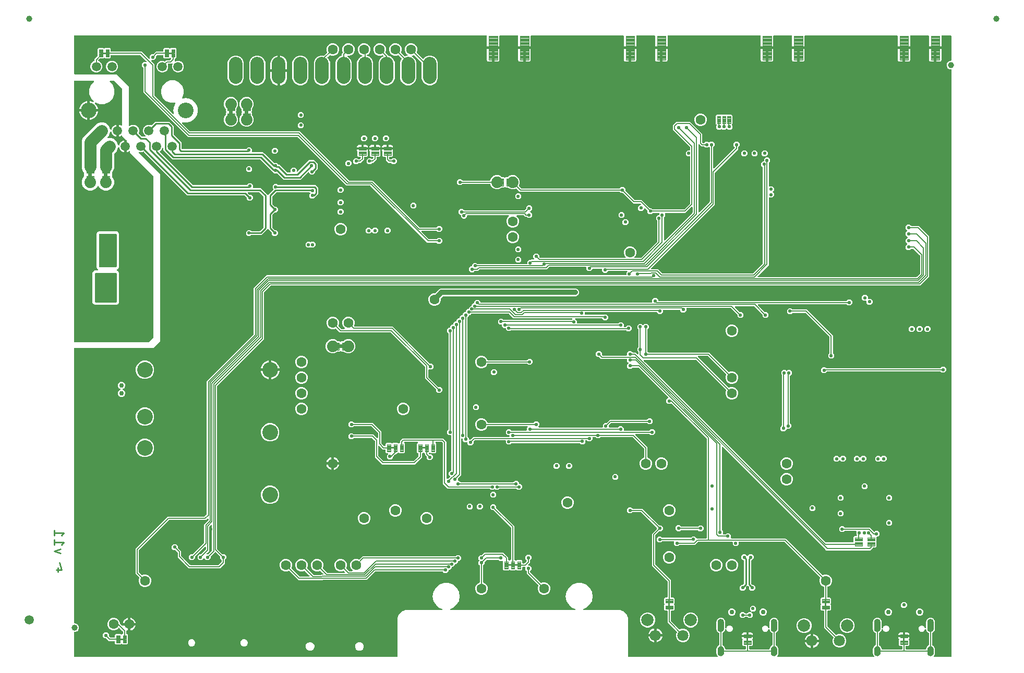
<source format=gbl>
G04 EAGLE Gerber RS-274X export*
G75*
%MOMM*%
%FSLAX34Y34*%
%LPD*%
%INBottom Copper*%
%IPPOS*%
%AMOC8*
5,1,8,0,0,1.08239X$1,22.5*%
G01*
%ADD10C,0.279400*%
%ADD11C,1.000000*%
%ADD12C,0.654000*%
%ADD13C,0.099059*%
%ADD14C,1.600000*%
%ADD15C,0.105000*%
%ADD16C,2.550000*%
%ADD17C,1.500000*%
%ADD18C,0.101600*%
%ADD19C,1.879600*%
%ADD20C,1.800000*%
%ADD21C,2.000000*%
%ADD22C,2.200000*%
%ADD23C,2.540000*%
%ADD24C,0.554000*%
%ADD25C,0.152400*%
%ADD26C,0.754000*%
%ADD27C,0.266700*%
%ADD28C,1.905000*%
%ADD29C,0.228600*%
%ADD30C,0.812800*%

G36*
X570669Y3057D02*
X570669Y3057D01*
X570727Y3055D01*
X570809Y3077D01*
X570893Y3089D01*
X570946Y3112D01*
X571002Y3127D01*
X571075Y3170D01*
X571152Y3205D01*
X571197Y3243D01*
X571247Y3272D01*
X571305Y3334D01*
X571369Y3388D01*
X571401Y3437D01*
X571441Y3480D01*
X571480Y3555D01*
X571527Y3625D01*
X571544Y3681D01*
X571571Y3733D01*
X571582Y3801D01*
X571612Y3896D01*
X571615Y3996D01*
X571626Y4064D01*
X571626Y66633D01*
X574024Y72421D01*
X578454Y76851D01*
X584242Y79249D01*
X643400Y79249D01*
X643507Y79264D01*
X643614Y79272D01*
X643647Y79284D01*
X643681Y79289D01*
X643780Y79333D01*
X643881Y79370D01*
X643909Y79391D01*
X643941Y79405D01*
X644023Y79475D01*
X644110Y79538D01*
X644131Y79566D01*
X644158Y79588D01*
X644217Y79678D01*
X644283Y79764D01*
X644296Y79796D01*
X644315Y79825D01*
X644348Y79928D01*
X644387Y80028D01*
X644391Y80063D01*
X644401Y80096D01*
X644404Y80204D01*
X644414Y80311D01*
X644408Y80346D01*
X644408Y80380D01*
X644381Y80485D01*
X644361Y80591D01*
X644345Y80622D01*
X644337Y80655D01*
X644282Y80748D01*
X644233Y80844D01*
X644209Y80870D01*
X644191Y80900D01*
X644113Y80974D01*
X644039Y81053D01*
X644012Y81068D01*
X643984Y81094D01*
X643793Y81192D01*
X643747Y81218D01*
X639913Y82613D01*
X634080Y87508D01*
X630273Y94102D01*
X628951Y101600D01*
X630273Y109098D01*
X634080Y115692D01*
X639913Y120587D01*
X647068Y123191D01*
X654682Y123191D01*
X661837Y120587D01*
X667670Y115692D01*
X671477Y109098D01*
X672799Y101600D01*
X671477Y94102D01*
X667670Y87508D01*
X661837Y82613D01*
X658003Y81218D01*
X657908Y81167D01*
X657809Y81123D01*
X657783Y81101D01*
X657752Y81084D01*
X657675Y81009D01*
X657592Y80939D01*
X657573Y80911D01*
X657548Y80886D01*
X657494Y80793D01*
X657435Y80703D01*
X657424Y80670D01*
X657407Y80640D01*
X657381Y80535D01*
X657349Y80432D01*
X657348Y80397D01*
X657340Y80363D01*
X657344Y80256D01*
X657342Y80148D01*
X657350Y80114D01*
X657352Y80079D01*
X657386Y79977D01*
X657413Y79873D01*
X657431Y79843D01*
X657442Y79810D01*
X657504Y79721D01*
X657559Y79628D01*
X657584Y79604D01*
X657604Y79576D01*
X657687Y79508D01*
X657766Y79434D01*
X657797Y79418D01*
X657824Y79396D01*
X657923Y79353D01*
X658019Y79304D01*
X658050Y79299D01*
X658085Y79284D01*
X658298Y79258D01*
X658350Y79249D01*
X859300Y79249D01*
X859407Y79264D01*
X859514Y79272D01*
X859547Y79284D01*
X859581Y79289D01*
X859680Y79333D01*
X859781Y79370D01*
X859809Y79391D01*
X859841Y79405D01*
X859923Y79475D01*
X860010Y79538D01*
X860031Y79566D01*
X860058Y79588D01*
X860117Y79678D01*
X860183Y79764D01*
X860196Y79796D01*
X860215Y79825D01*
X860248Y79928D01*
X860287Y80028D01*
X860291Y80063D01*
X860301Y80096D01*
X860304Y80204D01*
X860314Y80311D01*
X860308Y80346D01*
X860308Y80380D01*
X860281Y80485D01*
X860261Y80591D01*
X860245Y80622D01*
X860237Y80655D01*
X860182Y80748D01*
X860133Y80844D01*
X860109Y80870D01*
X860091Y80900D01*
X860013Y80974D01*
X859939Y81053D01*
X859912Y81068D01*
X859884Y81094D01*
X859693Y81192D01*
X859647Y81218D01*
X855813Y82613D01*
X849980Y87508D01*
X846173Y94102D01*
X844851Y101600D01*
X846173Y109098D01*
X849980Y115692D01*
X855813Y120587D01*
X862968Y123191D01*
X870582Y123191D01*
X877737Y120587D01*
X883570Y115692D01*
X887377Y109098D01*
X888699Y101600D01*
X887377Y94102D01*
X883570Y87508D01*
X877737Y82613D01*
X873903Y81218D01*
X873808Y81167D01*
X873709Y81123D01*
X873683Y81101D01*
X873652Y81084D01*
X873575Y81009D01*
X873492Y80939D01*
X873473Y80911D01*
X873448Y80886D01*
X873394Y80793D01*
X873335Y80703D01*
X873324Y80670D01*
X873307Y80640D01*
X873281Y80535D01*
X873249Y80432D01*
X873248Y80397D01*
X873240Y80363D01*
X873244Y80256D01*
X873242Y80148D01*
X873250Y80114D01*
X873252Y80079D01*
X873286Y79977D01*
X873313Y79873D01*
X873331Y79843D01*
X873342Y79810D01*
X873404Y79721D01*
X873459Y79628D01*
X873484Y79604D01*
X873504Y79576D01*
X873587Y79507D01*
X873666Y79434D01*
X873697Y79418D01*
X873724Y79396D01*
X873823Y79353D01*
X873919Y79304D01*
X873950Y79299D01*
X873985Y79284D01*
X874198Y79258D01*
X874250Y79249D01*
X933408Y79249D01*
X939196Y76851D01*
X943626Y72421D01*
X946024Y66633D01*
X946024Y4064D01*
X946032Y4006D01*
X946030Y3948D01*
X946052Y3866D01*
X946064Y3782D01*
X946087Y3729D01*
X946102Y3673D01*
X946145Y3600D01*
X946180Y3523D01*
X946218Y3478D01*
X946247Y3428D01*
X946309Y3370D01*
X946363Y3306D01*
X946412Y3274D01*
X946455Y3234D01*
X946530Y3195D01*
X946600Y3148D01*
X946656Y3131D01*
X946708Y3104D01*
X946776Y3093D01*
X946871Y3063D01*
X946971Y3060D01*
X947039Y3049D01*
X1090565Y3049D01*
X1090623Y3057D01*
X1090681Y3055D01*
X1090763Y3077D01*
X1090847Y3089D01*
X1090900Y3112D01*
X1090956Y3127D01*
X1091029Y3170D01*
X1091106Y3205D01*
X1091151Y3242D01*
X1091200Y3272D01*
X1091259Y3334D01*
X1091323Y3388D01*
X1091355Y3437D01*
X1091395Y3479D01*
X1091434Y3554D01*
X1091481Y3625D01*
X1091498Y3680D01*
X1091525Y3732D01*
X1091541Y3815D01*
X1091567Y3896D01*
X1091568Y3954D01*
X1091579Y4011D01*
X1091572Y4096D01*
X1091574Y4180D01*
X1091559Y4236D01*
X1091554Y4294D01*
X1091527Y4358D01*
X1091502Y4455D01*
X1091451Y4541D01*
X1091425Y4604D01*
X1091158Y5029D01*
X1091062Y5143D01*
X1091016Y5207D01*
X1090521Y5702D01*
X1090290Y6363D01*
X1090226Y6486D01*
X1090221Y6496D01*
X1090191Y6568D01*
X1089818Y7161D01*
X1089740Y7857D01*
X1089703Y8002D01*
X1089689Y8079D01*
X1089512Y8585D01*
X1089518Y8621D01*
X1089548Y8715D01*
X1089551Y8816D01*
X1089562Y8884D01*
X1089562Y9376D01*
X1089553Y9440D01*
X1089556Y9490D01*
X1089473Y10225D01*
X1089485Y10246D01*
X1089493Y10276D01*
X1089507Y10303D01*
X1089520Y10380D01*
X1089556Y10521D01*
X1089554Y10585D01*
X1089562Y10634D01*
X1089562Y14466D01*
X1089558Y14496D01*
X1089560Y14527D01*
X1089538Y14637D01*
X1089522Y14747D01*
X1089510Y14775D01*
X1089504Y14805D01*
X1089472Y14863D01*
X1089556Y15610D01*
X1089554Y15675D01*
X1089562Y15724D01*
X1089562Y16216D01*
X1089554Y16275D01*
X1089555Y16334D01*
X1089536Y16400D01*
X1089522Y16497D01*
X1089513Y16518D01*
X1089689Y17021D01*
X1089718Y17167D01*
X1089740Y17243D01*
X1089818Y17939D01*
X1090191Y18532D01*
X1090252Y18668D01*
X1090290Y18737D01*
X1090521Y19398D01*
X1091016Y19893D01*
X1091106Y20013D01*
X1091158Y20071D01*
X1091531Y20664D01*
X1092124Y21037D01*
X1092238Y21133D01*
X1092302Y21179D01*
X1092797Y21674D01*
X1093170Y21805D01*
X1093197Y21819D01*
X1093226Y21826D01*
X1093323Y21884D01*
X1093423Y21935D01*
X1093445Y21956D01*
X1093471Y21971D01*
X1093548Y22054D01*
X1093629Y22131D01*
X1093645Y22157D01*
X1093665Y22179D01*
X1093717Y22279D01*
X1093774Y22376D01*
X1093781Y22405D01*
X1093795Y22432D01*
X1093808Y22509D01*
X1093844Y22651D01*
X1093842Y22715D01*
X1093850Y22763D01*
X1093850Y41637D01*
X1093846Y41667D01*
X1093848Y41697D01*
X1093843Y41724D01*
X1093844Y41745D01*
X1093825Y41816D01*
X1093810Y41919D01*
X1093798Y41946D01*
X1093792Y41976D01*
X1093774Y42010D01*
X1093772Y42020D01*
X1093751Y42054D01*
X1093740Y42076D01*
X1093694Y42178D01*
X1093675Y42201D01*
X1093661Y42228D01*
X1093627Y42263D01*
X1093627Y42264D01*
X1093623Y42267D01*
X1093583Y42309D01*
X1093511Y42395D01*
X1093485Y42412D01*
X1093464Y42434D01*
X1093419Y42458D01*
X1093419Y42459D01*
X1093417Y42460D01*
X1093396Y42471D01*
X1093274Y42553D01*
X1093213Y42572D01*
X1093170Y42595D01*
X1092797Y42726D01*
X1092302Y43221D01*
X1092182Y43311D01*
X1092124Y43363D01*
X1091531Y43736D01*
X1091158Y44329D01*
X1091062Y44443D01*
X1091016Y44507D01*
X1090521Y45002D01*
X1090290Y45663D01*
X1090221Y45796D01*
X1090191Y45868D01*
X1089818Y46461D01*
X1089740Y47157D01*
X1089703Y47302D01*
X1089689Y47379D01*
X1089512Y47885D01*
X1089518Y47921D01*
X1089548Y48015D01*
X1089551Y48116D01*
X1089562Y48184D01*
X1089562Y48676D01*
X1089553Y48740D01*
X1089556Y48790D01*
X1089473Y49525D01*
X1089485Y49546D01*
X1089493Y49576D01*
X1089507Y49603D01*
X1089520Y49680D01*
X1089556Y49821D01*
X1089554Y49885D01*
X1089562Y49934D01*
X1089562Y58766D01*
X1089558Y58796D01*
X1089560Y58827D01*
X1089538Y58937D01*
X1089522Y59047D01*
X1089510Y59075D01*
X1089504Y59106D01*
X1089472Y59163D01*
X1089556Y59910D01*
X1089554Y59975D01*
X1089562Y60024D01*
X1089562Y60516D01*
X1089554Y60575D01*
X1089555Y60634D01*
X1089536Y60700D01*
X1089522Y60797D01*
X1089513Y60818D01*
X1089689Y61321D01*
X1089718Y61467D01*
X1089740Y61543D01*
X1089818Y62239D01*
X1090191Y62832D01*
X1090252Y62968D01*
X1090290Y63037D01*
X1090521Y63698D01*
X1091016Y64193D01*
X1091106Y64312D01*
X1091158Y64371D01*
X1091531Y64964D01*
X1092124Y65337D01*
X1092238Y65433D01*
X1092302Y65479D01*
X1092797Y65974D01*
X1093458Y66205D01*
X1093591Y66274D01*
X1093663Y66304D01*
X1094256Y66677D01*
X1094952Y66755D01*
X1095097Y66792D01*
X1095174Y66806D01*
X1095835Y67037D01*
X1096531Y66959D01*
X1096681Y66963D01*
X1096759Y66959D01*
X1097455Y67037D01*
X1098116Y66806D01*
X1098262Y66777D01*
X1098338Y66755D01*
X1099034Y66677D01*
X1099627Y66304D01*
X1099763Y66243D01*
X1099832Y66205D01*
X1100493Y65974D01*
X1100988Y65479D01*
X1101107Y65389D01*
X1101166Y65337D01*
X1101759Y64964D01*
X1102132Y64371D01*
X1102228Y64257D01*
X1102274Y64193D01*
X1102769Y63698D01*
X1103000Y63037D01*
X1103069Y62904D01*
X1103099Y62832D01*
X1103472Y62239D01*
X1103550Y61543D01*
X1103587Y61398D01*
X1103601Y61321D01*
X1103778Y60815D01*
X1103772Y60779D01*
X1103742Y60685D01*
X1103739Y60584D01*
X1103728Y60516D01*
X1103728Y60024D01*
X1103737Y59960D01*
X1103734Y59910D01*
X1103817Y59175D01*
X1103805Y59154D01*
X1103797Y59124D01*
X1103783Y59097D01*
X1103770Y59020D01*
X1103734Y58879D01*
X1103736Y58815D01*
X1103728Y58766D01*
X1103728Y50583D01*
X1103740Y50498D01*
X1103742Y50412D01*
X1103760Y50357D01*
X1103768Y50301D01*
X1103803Y50223D01*
X1103829Y50141D01*
X1103861Y50094D01*
X1103884Y50042D01*
X1103939Y49976D01*
X1103987Y49905D01*
X1104031Y49868D01*
X1104067Y49825D01*
X1104139Y49777D01*
X1104205Y49722D01*
X1104257Y49699D01*
X1104304Y49667D01*
X1104386Y49641D01*
X1104465Y49606D01*
X1104521Y49599D01*
X1104575Y49581D01*
X1104661Y49579D01*
X1104746Y49567D01*
X1104802Y49576D01*
X1104859Y49574D01*
X1104942Y49596D01*
X1105028Y49608D01*
X1105079Y49632D01*
X1105134Y49646D01*
X1105208Y49690D01*
X1105287Y49725D01*
X1105330Y49762D01*
X1105379Y49791D01*
X1105438Y49854D01*
X1105503Y49909D01*
X1105529Y49951D01*
X1105573Y49998D01*
X1105639Y50128D01*
X1105681Y50194D01*
X1106447Y52042D01*
X1107933Y53528D01*
X1109874Y54333D01*
X1111976Y54333D01*
X1113917Y53528D01*
X1115403Y52042D01*
X1116208Y50101D01*
X1116208Y47999D01*
X1115403Y46058D01*
X1113917Y44572D01*
X1111976Y43767D01*
X1109874Y43767D01*
X1107933Y44572D01*
X1106447Y46058D01*
X1105671Y47930D01*
X1105642Y47979D01*
X1105621Y48033D01*
X1105570Y48101D01*
X1105527Y48175D01*
X1105485Y48214D01*
X1105450Y48260D01*
X1105382Y48311D01*
X1105320Y48370D01*
X1105268Y48396D01*
X1105222Y48431D01*
X1105143Y48461D01*
X1105067Y48500D01*
X1105010Y48511D01*
X1104956Y48532D01*
X1104872Y48538D01*
X1104788Y48555D01*
X1104731Y48550D01*
X1104673Y48555D01*
X1104590Y48538D01*
X1104505Y48530D01*
X1104451Y48510D01*
X1104394Y48498D01*
X1104319Y48459D01*
X1104240Y48428D01*
X1104194Y48394D01*
X1104142Y48367D01*
X1104081Y48308D01*
X1104013Y48257D01*
X1103978Y48211D01*
X1103937Y48171D01*
X1103903Y48110D01*
X1103843Y48029D01*
X1103808Y47937D01*
X1103775Y47877D01*
X1103601Y47379D01*
X1103572Y47233D01*
X1103550Y47157D01*
X1103472Y46461D01*
X1103099Y45868D01*
X1103038Y45732D01*
X1103000Y45663D01*
X1102769Y45002D01*
X1102274Y44507D01*
X1102184Y44388D01*
X1102132Y44329D01*
X1101759Y43736D01*
X1101388Y43503D01*
X1101166Y43363D01*
X1101052Y43267D01*
X1100988Y43221D01*
X1100493Y42726D01*
X1100120Y42595D01*
X1100093Y42581D01*
X1100064Y42574D01*
X1099967Y42516D01*
X1099867Y42465D01*
X1099845Y42444D01*
X1099819Y42429D01*
X1099742Y42347D01*
X1099661Y42269D01*
X1099645Y42243D01*
X1099625Y42221D01*
X1099573Y42121D01*
X1099558Y42095D01*
X1099539Y42067D01*
X1099537Y42059D01*
X1099517Y42024D01*
X1099509Y41995D01*
X1099495Y41968D01*
X1099482Y41891D01*
X1099476Y41868D01*
X1099454Y41796D01*
X1099453Y41777D01*
X1099446Y41749D01*
X1099448Y41685D01*
X1099440Y41637D01*
X1099440Y22763D01*
X1099444Y22733D01*
X1099442Y22703D01*
X1099464Y22593D01*
X1099480Y22481D01*
X1099492Y22454D01*
X1099498Y22424D01*
X1099550Y22324D01*
X1099596Y22222D01*
X1099615Y22199D01*
X1099629Y22172D01*
X1099707Y22091D01*
X1099779Y22005D01*
X1099805Y21988D01*
X1099826Y21966D01*
X1099894Y21929D01*
X1100016Y21847D01*
X1100077Y21828D01*
X1100120Y21805D01*
X1100493Y21674D01*
X1100988Y21179D01*
X1101107Y21089D01*
X1101166Y21037D01*
X1101759Y20664D01*
X1102132Y20071D01*
X1102228Y19957D01*
X1102274Y19893D01*
X1102769Y19398D01*
X1103000Y18737D01*
X1103069Y18604D01*
X1103099Y18532D01*
X1103472Y17939D01*
X1103550Y17243D01*
X1103587Y17098D01*
X1103601Y17021D01*
X1103783Y16499D01*
X1103784Y16497D01*
X1103785Y16495D01*
X1103809Y16427D01*
X1103807Y16377D01*
X1103804Y16246D01*
X1103804Y16245D01*
X1103804Y16244D01*
X1103842Y16098D01*
X1103875Y15970D01*
X1103876Y15969D01*
X1103945Y15852D01*
X1104020Y15726D01*
X1104020Y15725D01*
X1104021Y15724D01*
X1104129Y15623D01*
X1104227Y15531D01*
X1104227Y15530D01*
X1104228Y15530D01*
X1104354Y15465D01*
X1104479Y15401D01*
X1104480Y15401D01*
X1104481Y15400D01*
X1104491Y15399D01*
X1104758Y15346D01*
X1104788Y15349D01*
X1104812Y15345D01*
X1136015Y15345D01*
X1136073Y15353D01*
X1136131Y15351D01*
X1136213Y15373D01*
X1136297Y15385D01*
X1136350Y15408D01*
X1136406Y15423D01*
X1136479Y15466D01*
X1136556Y15501D01*
X1136601Y15539D01*
X1136651Y15568D01*
X1136709Y15630D01*
X1136773Y15684D01*
X1136805Y15733D01*
X1136845Y15776D01*
X1136884Y15851D01*
X1136931Y15921D01*
X1136948Y15977D01*
X1136975Y16029D01*
X1136986Y16097D01*
X1137016Y16192D01*
X1137019Y16292D01*
X1137030Y16360D01*
X1137030Y20193D01*
X1137022Y20251D01*
X1137024Y20309D01*
X1137002Y20391D01*
X1136990Y20475D01*
X1136967Y20528D01*
X1136952Y20584D01*
X1136909Y20657D01*
X1136874Y20734D01*
X1136836Y20779D01*
X1136807Y20829D01*
X1136745Y20887D01*
X1136691Y20951D01*
X1136642Y20983D01*
X1136599Y21023D01*
X1136524Y21062D01*
X1136454Y21109D01*
X1136398Y21126D01*
X1136346Y21153D01*
X1136278Y21164D01*
X1136183Y21194D01*
X1136083Y21197D01*
X1136015Y21208D01*
X1132923Y21208D01*
X1131442Y22689D01*
X1131442Y30397D01*
X1131718Y30673D01*
X1131753Y30720D01*
X1131796Y30760D01*
X1131839Y30833D01*
X1131889Y30900D01*
X1131910Y30955D01*
X1131940Y31005D01*
X1131960Y31087D01*
X1131990Y31166D01*
X1131995Y31224D01*
X1132010Y31281D01*
X1132007Y31365D01*
X1132014Y31449D01*
X1132002Y31506D01*
X1132001Y31565D01*
X1131975Y31645D01*
X1131958Y31728D01*
X1131931Y31780D01*
X1131913Y31835D01*
X1131873Y31892D01*
X1131827Y31980D01*
X1131758Y32052D01*
X1131718Y32109D01*
X1131541Y32286D01*
X1131141Y32978D01*
X1130934Y33751D01*
X1130934Y35307D01*
X1138492Y35307D01*
X1138492Y24765D01*
X1138504Y24746D01*
X1138508Y24724D01*
X1138523Y24717D01*
X1138529Y24708D01*
X1138539Y24709D01*
X1138555Y24702D01*
X1141095Y24702D01*
X1141114Y24714D01*
X1141136Y24718D01*
X1141143Y24733D01*
X1141152Y24739D01*
X1141151Y24749D01*
X1141158Y24765D01*
X1141158Y35307D01*
X1148716Y35307D01*
X1148716Y33751D01*
X1148509Y32978D01*
X1148109Y32286D01*
X1147932Y32109D01*
X1147897Y32062D01*
X1147854Y32022D01*
X1147811Y31949D01*
X1147761Y31882D01*
X1147740Y31827D01*
X1147710Y31776D01*
X1147690Y31695D01*
X1147660Y31616D01*
X1147655Y31558D01*
X1147640Y31501D01*
X1147643Y31417D01*
X1147636Y31333D01*
X1147648Y31275D01*
X1147649Y31217D01*
X1147675Y31136D01*
X1147692Y31054D01*
X1147719Y31002D01*
X1147737Y30946D01*
X1147777Y30890D01*
X1147823Y30801D01*
X1147892Y30729D01*
X1147932Y30673D01*
X1148208Y30397D01*
X1148208Y22689D01*
X1146727Y21208D01*
X1143635Y21208D01*
X1143577Y21200D01*
X1143519Y21202D01*
X1143437Y21180D01*
X1143353Y21168D01*
X1143300Y21145D01*
X1143244Y21130D01*
X1143171Y21087D01*
X1143094Y21052D01*
X1143049Y21014D01*
X1142999Y20985D01*
X1142941Y20923D01*
X1142877Y20869D01*
X1142845Y20820D01*
X1142805Y20777D01*
X1142766Y20702D01*
X1142719Y20632D01*
X1142702Y20576D01*
X1142675Y20524D01*
X1142664Y20456D01*
X1142634Y20361D01*
X1142631Y20261D01*
X1142620Y20193D01*
X1142620Y16360D01*
X1142628Y16302D01*
X1142626Y16244D01*
X1142648Y16162D01*
X1142660Y16078D01*
X1142683Y16025D01*
X1142698Y15969D01*
X1142741Y15896D01*
X1142776Y15819D01*
X1142814Y15774D01*
X1142843Y15724D01*
X1142905Y15666D01*
X1142959Y15602D01*
X1143008Y15570D01*
X1143051Y15530D01*
X1143126Y15491D01*
X1143196Y15444D01*
X1143252Y15427D01*
X1143304Y15400D01*
X1143372Y15389D01*
X1143467Y15359D01*
X1143567Y15356D01*
X1143635Y15345D01*
X1174838Y15345D01*
X1174839Y15345D01*
X1174840Y15345D01*
X1174980Y15365D01*
X1175119Y15385D01*
X1175120Y15385D01*
X1175121Y15385D01*
X1175247Y15442D01*
X1175379Y15501D01*
X1175379Y15502D01*
X1175380Y15502D01*
X1175488Y15594D01*
X1175596Y15684D01*
X1175596Y15685D01*
X1175597Y15686D01*
X1175677Y15807D01*
X1175753Y15921D01*
X1175753Y15922D01*
X1175754Y15923D01*
X1175797Y16061D01*
X1175839Y16192D01*
X1175839Y16193D01*
X1175839Y16194D01*
X1175843Y16334D01*
X1175845Y16438D01*
X1175865Y16495D01*
X1175866Y16498D01*
X1175867Y16499D01*
X1176049Y17021D01*
X1176078Y17167D01*
X1176100Y17243D01*
X1176178Y17939D01*
X1176551Y18532D01*
X1176612Y18668D01*
X1176650Y18737D01*
X1176881Y19398D01*
X1177376Y19893D01*
X1177466Y20012D01*
X1177518Y20071D01*
X1177891Y20664D01*
X1178484Y21037D01*
X1178598Y21133D01*
X1178662Y21179D01*
X1179157Y21674D01*
X1179530Y21805D01*
X1179557Y21819D01*
X1179586Y21826D01*
X1179683Y21884D01*
X1179783Y21935D01*
X1179805Y21956D01*
X1179831Y21971D01*
X1179908Y22053D01*
X1179989Y22131D01*
X1180005Y22157D01*
X1180025Y22179D01*
X1180077Y22279D01*
X1180133Y22376D01*
X1180141Y22405D01*
X1180155Y22432D01*
X1180168Y22509D01*
X1180204Y22651D01*
X1180202Y22715D01*
X1180210Y22763D01*
X1180210Y41637D01*
X1180206Y41667D01*
X1180208Y41697D01*
X1180203Y41724D01*
X1180204Y41745D01*
X1180185Y41816D01*
X1180170Y41919D01*
X1180158Y41946D01*
X1180152Y41976D01*
X1180134Y42010D01*
X1180132Y42020D01*
X1180111Y42054D01*
X1180100Y42076D01*
X1180054Y42178D01*
X1180035Y42201D01*
X1180021Y42228D01*
X1179987Y42263D01*
X1179987Y42264D01*
X1179983Y42267D01*
X1179943Y42309D01*
X1179871Y42395D01*
X1179845Y42412D01*
X1179824Y42434D01*
X1179779Y42458D01*
X1179779Y42459D01*
X1179778Y42459D01*
X1179756Y42471D01*
X1179634Y42553D01*
X1179573Y42572D01*
X1179530Y42595D01*
X1179157Y42726D01*
X1178662Y43221D01*
X1178542Y43311D01*
X1178484Y43363D01*
X1177891Y43736D01*
X1177518Y44329D01*
X1177422Y44443D01*
X1177376Y44507D01*
X1176881Y45002D01*
X1176650Y45663D01*
X1176581Y45796D01*
X1176551Y45868D01*
X1176178Y46461D01*
X1176100Y47157D01*
X1176063Y47302D01*
X1176049Y47379D01*
X1175875Y47876D01*
X1175849Y47928D01*
X1175831Y47983D01*
X1175784Y48054D01*
X1175745Y48129D01*
X1175705Y48171D01*
X1175673Y48219D01*
X1175608Y48274D01*
X1175549Y48335D01*
X1175499Y48365D01*
X1175455Y48402D01*
X1175377Y48437D01*
X1175304Y48480D01*
X1175248Y48494D01*
X1175195Y48517D01*
X1175111Y48529D01*
X1175029Y48550D01*
X1174971Y48548D01*
X1174914Y48556D01*
X1174830Y48544D01*
X1174745Y48542D01*
X1174690Y48524D01*
X1174632Y48516D01*
X1174555Y48481D01*
X1174474Y48455D01*
X1174426Y48422D01*
X1174373Y48399D01*
X1174309Y48344D01*
X1174238Y48296D01*
X1174201Y48252D01*
X1174157Y48214D01*
X1174120Y48155D01*
X1174055Y48078D01*
X1174015Y47988D01*
X1173979Y47930D01*
X1173203Y46058D01*
X1171717Y44572D01*
X1169776Y43767D01*
X1167674Y43767D01*
X1165733Y44572D01*
X1164247Y46058D01*
X1163442Y47999D01*
X1163442Y50101D01*
X1164247Y52042D01*
X1165733Y53528D01*
X1167674Y54333D01*
X1169776Y54333D01*
X1171717Y53528D01*
X1173203Y52042D01*
X1173969Y50194D01*
X1174013Y50120D01*
X1174048Y50042D01*
X1174085Y49998D01*
X1174114Y49949D01*
X1174176Y49890D01*
X1174232Y49825D01*
X1174279Y49793D01*
X1174320Y49754D01*
X1174397Y49715D01*
X1174468Y49667D01*
X1174522Y49650D01*
X1174573Y49624D01*
X1174657Y49607D01*
X1174739Y49581D01*
X1174796Y49580D01*
X1174852Y49569D01*
X1174937Y49576D01*
X1175023Y49574D01*
X1175078Y49588D01*
X1175135Y49593D01*
X1175215Y49624D01*
X1175298Y49646D01*
X1175347Y49675D01*
X1175400Y49695D01*
X1175469Y49747D01*
X1175543Y49791D01*
X1175582Y49833D01*
X1175627Y49867D01*
X1175678Y49936D01*
X1175737Y49998D01*
X1175763Y50049D01*
X1175797Y50095D01*
X1175828Y50175D01*
X1175867Y50252D01*
X1175875Y50300D01*
X1175898Y50361D01*
X1175909Y50505D01*
X1175922Y50583D01*
X1175922Y58766D01*
X1175918Y58796D01*
X1175920Y58827D01*
X1175898Y58937D01*
X1175882Y59047D01*
X1175870Y59075D01*
X1175864Y59106D01*
X1175832Y59163D01*
X1175916Y59910D01*
X1175914Y59975D01*
X1175922Y60024D01*
X1175922Y60516D01*
X1175914Y60575D01*
X1175915Y60634D01*
X1175896Y60700D01*
X1175882Y60797D01*
X1175873Y60818D01*
X1176049Y61321D01*
X1176078Y61467D01*
X1176100Y61543D01*
X1176178Y62239D01*
X1176551Y62832D01*
X1176612Y62968D01*
X1176650Y63037D01*
X1176881Y63698D01*
X1177376Y64193D01*
X1177466Y64312D01*
X1177518Y64371D01*
X1177891Y64964D01*
X1178484Y65337D01*
X1178598Y65433D01*
X1178662Y65479D01*
X1179157Y65974D01*
X1179818Y66205D01*
X1179951Y66274D01*
X1180023Y66304D01*
X1180616Y66677D01*
X1181312Y66755D01*
X1181457Y66792D01*
X1181534Y66806D01*
X1182195Y67037D01*
X1182891Y66959D01*
X1183041Y66963D01*
X1183119Y66959D01*
X1183815Y67037D01*
X1184476Y66806D01*
X1184622Y66777D01*
X1184698Y66755D01*
X1185394Y66677D01*
X1185987Y66304D01*
X1186123Y66243D01*
X1186192Y66205D01*
X1186853Y65974D01*
X1187348Y65479D01*
X1187467Y65389D01*
X1187526Y65337D01*
X1188119Y64964D01*
X1188492Y64371D01*
X1188588Y64257D01*
X1188634Y64193D01*
X1189129Y63698D01*
X1189360Y63037D01*
X1189429Y62904D01*
X1189459Y62832D01*
X1189832Y62239D01*
X1189910Y61543D01*
X1189947Y61398D01*
X1189961Y61321D01*
X1190138Y60815D01*
X1190132Y60779D01*
X1190102Y60685D01*
X1190099Y60584D01*
X1190088Y60516D01*
X1190088Y60024D01*
X1190097Y59960D01*
X1190094Y59910D01*
X1190177Y59175D01*
X1190165Y59154D01*
X1190157Y59124D01*
X1190143Y59097D01*
X1190130Y59020D01*
X1190094Y58879D01*
X1190096Y58815D01*
X1190088Y58766D01*
X1190088Y49934D01*
X1190092Y49904D01*
X1190090Y49873D01*
X1190112Y49763D01*
X1190128Y49653D01*
X1190140Y49625D01*
X1190146Y49594D01*
X1190178Y49537D01*
X1190094Y48790D01*
X1190096Y48725D01*
X1190088Y48676D01*
X1190088Y48184D01*
X1190096Y48125D01*
X1190095Y48066D01*
X1190114Y48000D01*
X1190128Y47903D01*
X1190137Y47882D01*
X1189961Y47379D01*
X1189932Y47233D01*
X1189910Y47157D01*
X1189832Y46461D01*
X1189459Y45868D01*
X1189398Y45732D01*
X1189360Y45663D01*
X1189129Y45002D01*
X1188634Y44507D01*
X1188544Y44388D01*
X1188492Y44329D01*
X1188119Y43736D01*
X1187748Y43503D01*
X1187526Y43363D01*
X1187412Y43267D01*
X1187348Y43221D01*
X1186853Y42726D01*
X1186480Y42595D01*
X1186453Y42581D01*
X1186424Y42574D01*
X1186327Y42516D01*
X1186227Y42465D01*
X1186205Y42444D01*
X1186179Y42429D01*
X1186102Y42347D01*
X1186021Y42269D01*
X1186005Y42243D01*
X1185985Y42221D01*
X1185933Y42121D01*
X1185918Y42095D01*
X1185899Y42067D01*
X1185897Y42059D01*
X1185877Y42024D01*
X1185869Y41995D01*
X1185855Y41968D01*
X1185842Y41891D01*
X1185836Y41867D01*
X1185814Y41796D01*
X1185813Y41778D01*
X1185806Y41749D01*
X1185808Y41685D01*
X1185800Y41637D01*
X1185800Y22763D01*
X1185804Y22733D01*
X1185802Y22703D01*
X1185824Y22593D01*
X1185840Y22481D01*
X1185852Y22454D01*
X1185858Y22424D01*
X1185910Y22325D01*
X1185956Y22222D01*
X1185975Y22199D01*
X1185989Y22172D01*
X1186067Y22091D01*
X1186139Y22005D01*
X1186165Y21988D01*
X1186186Y21966D01*
X1186254Y21929D01*
X1186376Y21847D01*
X1186437Y21828D01*
X1186480Y21805D01*
X1186853Y21674D01*
X1187348Y21179D01*
X1187467Y21089D01*
X1187526Y21037D01*
X1188119Y20664D01*
X1188492Y20071D01*
X1188588Y19957D01*
X1188634Y19893D01*
X1189129Y19398D01*
X1189360Y18737D01*
X1189429Y18604D01*
X1189459Y18532D01*
X1189832Y17939D01*
X1189910Y17243D01*
X1189947Y17098D01*
X1189961Y17021D01*
X1190138Y16515D01*
X1190132Y16479D01*
X1190102Y16385D01*
X1190099Y16284D01*
X1190088Y16216D01*
X1190088Y15724D01*
X1190097Y15660D01*
X1190094Y15610D01*
X1190177Y14875D01*
X1190165Y14854D01*
X1190157Y14824D01*
X1190143Y14797D01*
X1190130Y14720D01*
X1190094Y14579D01*
X1190096Y14515D01*
X1190088Y14466D01*
X1190088Y10634D01*
X1190092Y10604D01*
X1190090Y10573D01*
X1190112Y10463D01*
X1190128Y10353D01*
X1190140Y10325D01*
X1190146Y10294D01*
X1190178Y10237D01*
X1190094Y9490D01*
X1190096Y9425D01*
X1190088Y9376D01*
X1190088Y8884D01*
X1190096Y8825D01*
X1190095Y8766D01*
X1190114Y8700D01*
X1190128Y8603D01*
X1190137Y8582D01*
X1189961Y8079D01*
X1189932Y7933D01*
X1189910Y7857D01*
X1189832Y7161D01*
X1189459Y6568D01*
X1189398Y6432D01*
X1189360Y6363D01*
X1189129Y5702D01*
X1188634Y5207D01*
X1188544Y5088D01*
X1188492Y5029D01*
X1188225Y4604D01*
X1188201Y4551D01*
X1188169Y4503D01*
X1188144Y4422D01*
X1188109Y4345D01*
X1188101Y4287D01*
X1188083Y4232D01*
X1188081Y4147D01*
X1188069Y4063D01*
X1188078Y4006D01*
X1188076Y3948D01*
X1188098Y3866D01*
X1188109Y3782D01*
X1188133Y3729D01*
X1188148Y3673D01*
X1188191Y3600D01*
X1188226Y3522D01*
X1188264Y3478D01*
X1188293Y3428D01*
X1188355Y3370D01*
X1188410Y3305D01*
X1188458Y3273D01*
X1188500Y3234D01*
X1188576Y3195D01*
X1188647Y3148D01*
X1188702Y3131D01*
X1188754Y3104D01*
X1188822Y3093D01*
X1188918Y3063D01*
X1189017Y3060D01*
X1189085Y3049D01*
X1344565Y3049D01*
X1344623Y3057D01*
X1344681Y3055D01*
X1344763Y3077D01*
X1344847Y3089D01*
X1344900Y3112D01*
X1344956Y3127D01*
X1345029Y3170D01*
X1345106Y3205D01*
X1345151Y3242D01*
X1345200Y3272D01*
X1345258Y3334D01*
X1345323Y3388D01*
X1345355Y3437D01*
X1345395Y3479D01*
X1345434Y3554D01*
X1345481Y3625D01*
X1345498Y3681D01*
X1345525Y3732D01*
X1345541Y3815D01*
X1345567Y3896D01*
X1345568Y3954D01*
X1345579Y4011D01*
X1345572Y4096D01*
X1345574Y4180D01*
X1345559Y4236D01*
X1345554Y4294D01*
X1345527Y4358D01*
X1345502Y4455D01*
X1345452Y4541D01*
X1345425Y4604D01*
X1345158Y5029D01*
X1345062Y5143D01*
X1345016Y5207D01*
X1344521Y5702D01*
X1344290Y6363D01*
X1344226Y6486D01*
X1344221Y6496D01*
X1344191Y6568D01*
X1343818Y7161D01*
X1343740Y7857D01*
X1343703Y8002D01*
X1343689Y8079D01*
X1343512Y8585D01*
X1343518Y8621D01*
X1343548Y8715D01*
X1343551Y8816D01*
X1343562Y8884D01*
X1343562Y9376D01*
X1343553Y9440D01*
X1343556Y9490D01*
X1343473Y10225D01*
X1343485Y10246D01*
X1343493Y10276D01*
X1343507Y10303D01*
X1343520Y10380D01*
X1343556Y10521D01*
X1343554Y10585D01*
X1343562Y10634D01*
X1343562Y14466D01*
X1343558Y14496D01*
X1343560Y14527D01*
X1343538Y14637D01*
X1343522Y14747D01*
X1343510Y14775D01*
X1343504Y14806D01*
X1343472Y14863D01*
X1343556Y15610D01*
X1343554Y15675D01*
X1343562Y15724D01*
X1343562Y16216D01*
X1343554Y16275D01*
X1343555Y16334D01*
X1343536Y16400D01*
X1343522Y16497D01*
X1343513Y16518D01*
X1343689Y17021D01*
X1343718Y17167D01*
X1343740Y17243D01*
X1343818Y17939D01*
X1344191Y18532D01*
X1344252Y18668D01*
X1344290Y18737D01*
X1344521Y19398D01*
X1345016Y19893D01*
X1345106Y20012D01*
X1345158Y20071D01*
X1345531Y20664D01*
X1346124Y21037D01*
X1346238Y21133D01*
X1346302Y21179D01*
X1346797Y21674D01*
X1347170Y21805D01*
X1347197Y21819D01*
X1347226Y21826D01*
X1347323Y21884D01*
X1347423Y21935D01*
X1347445Y21956D01*
X1347471Y21971D01*
X1347548Y22053D01*
X1347629Y22131D01*
X1347645Y22157D01*
X1347665Y22179D01*
X1347717Y22279D01*
X1347773Y22376D01*
X1347781Y22405D01*
X1347795Y22432D01*
X1347808Y22509D01*
X1347844Y22651D01*
X1347842Y22715D01*
X1347850Y22763D01*
X1347850Y41637D01*
X1347846Y41667D01*
X1347848Y41697D01*
X1347843Y41724D01*
X1347844Y41745D01*
X1347825Y41816D01*
X1347810Y41919D01*
X1347798Y41946D01*
X1347792Y41976D01*
X1347774Y42010D01*
X1347772Y42020D01*
X1347751Y42054D01*
X1347740Y42075D01*
X1347694Y42178D01*
X1347675Y42201D01*
X1347661Y42228D01*
X1347627Y42263D01*
X1347627Y42264D01*
X1347623Y42267D01*
X1347583Y42309D01*
X1347511Y42395D01*
X1347485Y42412D01*
X1347464Y42434D01*
X1347419Y42458D01*
X1347419Y42459D01*
X1347418Y42459D01*
X1347396Y42471D01*
X1347274Y42553D01*
X1347213Y42572D01*
X1347170Y42595D01*
X1346797Y42726D01*
X1346302Y43221D01*
X1346183Y43311D01*
X1346124Y43363D01*
X1345531Y43736D01*
X1345158Y44329D01*
X1345062Y44443D01*
X1345016Y44507D01*
X1344521Y45002D01*
X1344290Y45663D01*
X1344221Y45796D01*
X1344191Y45868D01*
X1343818Y46461D01*
X1343740Y47157D01*
X1343703Y47302D01*
X1343689Y47379D01*
X1343512Y47885D01*
X1343518Y47921D01*
X1343548Y48015D01*
X1343551Y48116D01*
X1343562Y48184D01*
X1343562Y48676D01*
X1343553Y48740D01*
X1343556Y48790D01*
X1343473Y49525D01*
X1343485Y49546D01*
X1343493Y49576D01*
X1343507Y49603D01*
X1343520Y49680D01*
X1343556Y49821D01*
X1343554Y49885D01*
X1343562Y49934D01*
X1343562Y58766D01*
X1343558Y58796D01*
X1343560Y58827D01*
X1343538Y58937D01*
X1343522Y59047D01*
X1343510Y59075D01*
X1343504Y59105D01*
X1343472Y59163D01*
X1343556Y59910D01*
X1343554Y59975D01*
X1343562Y60024D01*
X1343562Y60516D01*
X1343554Y60575D01*
X1343555Y60634D01*
X1343536Y60700D01*
X1343522Y60797D01*
X1343513Y60818D01*
X1343689Y61321D01*
X1343718Y61467D01*
X1343740Y61543D01*
X1343818Y62239D01*
X1344191Y62832D01*
X1344252Y62968D01*
X1344290Y63037D01*
X1344521Y63698D01*
X1345016Y64193D01*
X1345106Y64313D01*
X1345158Y64371D01*
X1345531Y64964D01*
X1346124Y65337D01*
X1346238Y65433D01*
X1346302Y65479D01*
X1346797Y65974D01*
X1347458Y66205D01*
X1347591Y66274D01*
X1347663Y66304D01*
X1348256Y66677D01*
X1348952Y66755D01*
X1349097Y66792D01*
X1349174Y66806D01*
X1349835Y67037D01*
X1350531Y66959D01*
X1350681Y66963D01*
X1350759Y66959D01*
X1351455Y67037D01*
X1352116Y66806D01*
X1352262Y66777D01*
X1352338Y66755D01*
X1353034Y66677D01*
X1353627Y66304D01*
X1353763Y66243D01*
X1353832Y66205D01*
X1354493Y65974D01*
X1354988Y65479D01*
X1355107Y65389D01*
X1355166Y65337D01*
X1355759Y64964D01*
X1356132Y64371D01*
X1356228Y64257D01*
X1356274Y64193D01*
X1356769Y63698D01*
X1357000Y63037D01*
X1357069Y62904D01*
X1357099Y62832D01*
X1357472Y62239D01*
X1357550Y61543D01*
X1357587Y61398D01*
X1357601Y61321D01*
X1357778Y60815D01*
X1357772Y60779D01*
X1357742Y60685D01*
X1357739Y60584D01*
X1357728Y60516D01*
X1357728Y60024D01*
X1357737Y59960D01*
X1357734Y59910D01*
X1357817Y59175D01*
X1357805Y59154D01*
X1357797Y59124D01*
X1357783Y59097D01*
X1357770Y59020D01*
X1357734Y58879D01*
X1357736Y58815D01*
X1357728Y58766D01*
X1357728Y50583D01*
X1357740Y50498D01*
X1357742Y50412D01*
X1357760Y50358D01*
X1357768Y50301D01*
X1357803Y50223D01*
X1357829Y50141D01*
X1357861Y50094D01*
X1357884Y50042D01*
X1357939Y49976D01*
X1357987Y49905D01*
X1358031Y49868D01*
X1358067Y49825D01*
X1358139Y49777D01*
X1358205Y49722D01*
X1358257Y49699D01*
X1358304Y49667D01*
X1358386Y49641D01*
X1358465Y49606D01*
X1358521Y49599D01*
X1358575Y49581D01*
X1358661Y49579D01*
X1358746Y49567D01*
X1358802Y49576D01*
X1358859Y49574D01*
X1358942Y49596D01*
X1359027Y49608D01*
X1359079Y49632D01*
X1359134Y49646D01*
X1359208Y49690D01*
X1359287Y49725D01*
X1359330Y49762D01*
X1359379Y49791D01*
X1359438Y49854D01*
X1359503Y49910D01*
X1359529Y49951D01*
X1359573Y49998D01*
X1359639Y50128D01*
X1359681Y50194D01*
X1360447Y52042D01*
X1361933Y53528D01*
X1363874Y54333D01*
X1365976Y54333D01*
X1367917Y53528D01*
X1369403Y52042D01*
X1370208Y50101D01*
X1370208Y47999D01*
X1369403Y46058D01*
X1367917Y44572D01*
X1365976Y43767D01*
X1363874Y43767D01*
X1361933Y44572D01*
X1360447Y46058D01*
X1359671Y47930D01*
X1359642Y47979D01*
X1359621Y48033D01*
X1359570Y48101D01*
X1359527Y48175D01*
X1359485Y48214D01*
X1359450Y48260D01*
X1359382Y48311D01*
X1359320Y48370D01*
X1359268Y48396D01*
X1359222Y48431D01*
X1359143Y48461D01*
X1359067Y48500D01*
X1359010Y48511D01*
X1358956Y48532D01*
X1358872Y48538D01*
X1358788Y48555D01*
X1358731Y48550D01*
X1358673Y48555D01*
X1358590Y48538D01*
X1358505Y48530D01*
X1358451Y48510D01*
X1358394Y48498D01*
X1358319Y48459D01*
X1358240Y48428D01*
X1358194Y48394D01*
X1358142Y48367D01*
X1358081Y48308D01*
X1358013Y48257D01*
X1357978Y48211D01*
X1357937Y48171D01*
X1357903Y48110D01*
X1357843Y48029D01*
X1357808Y47937D01*
X1357775Y47877D01*
X1357601Y47379D01*
X1357572Y47233D01*
X1357550Y47157D01*
X1357472Y46461D01*
X1357099Y45868D01*
X1357038Y45732D01*
X1357000Y45663D01*
X1356769Y45002D01*
X1356274Y44507D01*
X1356184Y44388D01*
X1356132Y44329D01*
X1355759Y43736D01*
X1355388Y43503D01*
X1355166Y43363D01*
X1355052Y43267D01*
X1354988Y43221D01*
X1354493Y42726D01*
X1354120Y42595D01*
X1354093Y42581D01*
X1354064Y42574D01*
X1353967Y42516D01*
X1353867Y42465D01*
X1353845Y42444D01*
X1353819Y42429D01*
X1353742Y42347D01*
X1353661Y42269D01*
X1353645Y42243D01*
X1353625Y42221D01*
X1353573Y42121D01*
X1353558Y42095D01*
X1353539Y42067D01*
X1353537Y42059D01*
X1353517Y42024D01*
X1353509Y41995D01*
X1353495Y41968D01*
X1353482Y41891D01*
X1353476Y41867D01*
X1353454Y41796D01*
X1353453Y41778D01*
X1353446Y41749D01*
X1353448Y41685D01*
X1353440Y41637D01*
X1353440Y22763D01*
X1353444Y22733D01*
X1353442Y22703D01*
X1353464Y22593D01*
X1353480Y22481D01*
X1353492Y22454D01*
X1353498Y22424D01*
X1353550Y22325D01*
X1353596Y22222D01*
X1353615Y22199D01*
X1353629Y22172D01*
X1353707Y22091D01*
X1353779Y22005D01*
X1353805Y21988D01*
X1353826Y21966D01*
X1353894Y21929D01*
X1354016Y21847D01*
X1354077Y21828D01*
X1354120Y21805D01*
X1354493Y21674D01*
X1354988Y21179D01*
X1355107Y21089D01*
X1355166Y21037D01*
X1355759Y20664D01*
X1356132Y20071D01*
X1356228Y19957D01*
X1356274Y19893D01*
X1356769Y19398D01*
X1357000Y18737D01*
X1357069Y18604D01*
X1357099Y18532D01*
X1357472Y17939D01*
X1357550Y17243D01*
X1357587Y17098D01*
X1357601Y17021D01*
X1357783Y16499D01*
X1357784Y16497D01*
X1357785Y16495D01*
X1357809Y16427D01*
X1357807Y16382D01*
X1357804Y16245D01*
X1357804Y16244D01*
X1357838Y16114D01*
X1357875Y15970D01*
X1357875Y15969D01*
X1357876Y15969D01*
X1357944Y15853D01*
X1358020Y15726D01*
X1358020Y15725D01*
X1358021Y15724D01*
X1358129Y15623D01*
X1358227Y15531D01*
X1358228Y15530D01*
X1358359Y15463D01*
X1358480Y15401D01*
X1358481Y15401D01*
X1358481Y15400D01*
X1358490Y15399D01*
X1358759Y15346D01*
X1358788Y15349D01*
X1358812Y15345D01*
X1390015Y15345D01*
X1390073Y15353D01*
X1390131Y15351D01*
X1390213Y15373D01*
X1390297Y15385D01*
X1390350Y15408D01*
X1390406Y15423D01*
X1390479Y15466D01*
X1390556Y15501D01*
X1390601Y15539D01*
X1390651Y15568D01*
X1390709Y15630D01*
X1390773Y15684D01*
X1390805Y15733D01*
X1390845Y15776D01*
X1390884Y15851D01*
X1390931Y15921D01*
X1390948Y15977D01*
X1390975Y16029D01*
X1390986Y16097D01*
X1391016Y16192D01*
X1391019Y16292D01*
X1391030Y16360D01*
X1391030Y20193D01*
X1391022Y20251D01*
X1391024Y20309D01*
X1391002Y20391D01*
X1390990Y20475D01*
X1390967Y20528D01*
X1390952Y20584D01*
X1390909Y20657D01*
X1390874Y20734D01*
X1390836Y20779D01*
X1390807Y20829D01*
X1390745Y20887D01*
X1390691Y20951D01*
X1390642Y20983D01*
X1390599Y21023D01*
X1390524Y21062D01*
X1390454Y21109D01*
X1390398Y21126D01*
X1390346Y21153D01*
X1390278Y21164D01*
X1390183Y21194D01*
X1390083Y21197D01*
X1390015Y21208D01*
X1386923Y21208D01*
X1385442Y22689D01*
X1385442Y30397D01*
X1385718Y30673D01*
X1385753Y30720D01*
X1385796Y30760D01*
X1385839Y30833D01*
X1385889Y30900D01*
X1385910Y30955D01*
X1385940Y31005D01*
X1385960Y31087D01*
X1385990Y31166D01*
X1385995Y31224D01*
X1386010Y31281D01*
X1386007Y31365D01*
X1386014Y31449D01*
X1386002Y31506D01*
X1386001Y31565D01*
X1385975Y31645D01*
X1385958Y31728D01*
X1385931Y31780D01*
X1385913Y31835D01*
X1385873Y31892D01*
X1385827Y31980D01*
X1385758Y32052D01*
X1385718Y32109D01*
X1385541Y32286D01*
X1385141Y32978D01*
X1384934Y33751D01*
X1384934Y35307D01*
X1392492Y35307D01*
X1392492Y24765D01*
X1392504Y24746D01*
X1392508Y24724D01*
X1392523Y24717D01*
X1392529Y24708D01*
X1392539Y24709D01*
X1392555Y24702D01*
X1395095Y24702D01*
X1395114Y24714D01*
X1395136Y24718D01*
X1395143Y24733D01*
X1395152Y24739D01*
X1395151Y24749D01*
X1395158Y24765D01*
X1395158Y35307D01*
X1402716Y35307D01*
X1402716Y33751D01*
X1402509Y32978D01*
X1402109Y32286D01*
X1401932Y32109D01*
X1401897Y32062D01*
X1401854Y32022D01*
X1401811Y31949D01*
X1401761Y31882D01*
X1401740Y31827D01*
X1401710Y31776D01*
X1401690Y31695D01*
X1401660Y31616D01*
X1401655Y31558D01*
X1401640Y31501D01*
X1401643Y31417D01*
X1401636Y31333D01*
X1401648Y31275D01*
X1401649Y31217D01*
X1401675Y31136D01*
X1401692Y31054D01*
X1401719Y31002D01*
X1401737Y30946D01*
X1401777Y30890D01*
X1401823Y30801D01*
X1401892Y30729D01*
X1401932Y30673D01*
X1402208Y30397D01*
X1402208Y22689D01*
X1400727Y21208D01*
X1397635Y21208D01*
X1397577Y21200D01*
X1397519Y21202D01*
X1397437Y21180D01*
X1397353Y21168D01*
X1397300Y21145D01*
X1397244Y21130D01*
X1397171Y21087D01*
X1397094Y21052D01*
X1397049Y21014D01*
X1396999Y20985D01*
X1396941Y20923D01*
X1396877Y20869D01*
X1396845Y20820D01*
X1396805Y20777D01*
X1396766Y20702D01*
X1396719Y20632D01*
X1396702Y20576D01*
X1396675Y20524D01*
X1396664Y20456D01*
X1396634Y20361D01*
X1396631Y20261D01*
X1396620Y20193D01*
X1396620Y16360D01*
X1396628Y16302D01*
X1396626Y16244D01*
X1396648Y16162D01*
X1396660Y16078D01*
X1396683Y16025D01*
X1396698Y15969D01*
X1396741Y15896D01*
X1396776Y15819D01*
X1396814Y15774D01*
X1396843Y15724D01*
X1396905Y15666D01*
X1396959Y15602D01*
X1397008Y15570D01*
X1397051Y15530D01*
X1397126Y15491D01*
X1397196Y15444D01*
X1397252Y15427D01*
X1397304Y15400D01*
X1397372Y15389D01*
X1397467Y15359D01*
X1397567Y15356D01*
X1397635Y15345D01*
X1428838Y15345D01*
X1428839Y15345D01*
X1428840Y15345D01*
X1428980Y15365D01*
X1429119Y15385D01*
X1429120Y15385D01*
X1429121Y15385D01*
X1429247Y15442D01*
X1429379Y15501D01*
X1429379Y15502D01*
X1429380Y15502D01*
X1429488Y15594D01*
X1429596Y15684D01*
X1429596Y15685D01*
X1429597Y15686D01*
X1429677Y15807D01*
X1429753Y15921D01*
X1429753Y15922D01*
X1429754Y15923D01*
X1429797Y16061D01*
X1429839Y16192D01*
X1429839Y16193D01*
X1429839Y16194D01*
X1429843Y16334D01*
X1429845Y16438D01*
X1429865Y16495D01*
X1429866Y16498D01*
X1429867Y16499D01*
X1430049Y17021D01*
X1430078Y17167D01*
X1430100Y17243D01*
X1430178Y17939D01*
X1430551Y18532D01*
X1430612Y18668D01*
X1430650Y18737D01*
X1430881Y19398D01*
X1431376Y19893D01*
X1431466Y20013D01*
X1431518Y20071D01*
X1431891Y20664D01*
X1432484Y21037D01*
X1432598Y21133D01*
X1432662Y21179D01*
X1433157Y21674D01*
X1433530Y21805D01*
X1433557Y21819D01*
X1433586Y21826D01*
X1433683Y21884D01*
X1433783Y21935D01*
X1433805Y21956D01*
X1433831Y21971D01*
X1433908Y22054D01*
X1433989Y22131D01*
X1434005Y22157D01*
X1434025Y22179D01*
X1434077Y22279D01*
X1434134Y22376D01*
X1434141Y22405D01*
X1434155Y22432D01*
X1434168Y22509D01*
X1434204Y22651D01*
X1434202Y22715D01*
X1434210Y22763D01*
X1434210Y41637D01*
X1434206Y41667D01*
X1434208Y41697D01*
X1434203Y41724D01*
X1434204Y41745D01*
X1434185Y41816D01*
X1434170Y41919D01*
X1434158Y41946D01*
X1434152Y41976D01*
X1434134Y42010D01*
X1434132Y42020D01*
X1434111Y42054D01*
X1434100Y42076D01*
X1434054Y42178D01*
X1434035Y42201D01*
X1434021Y42228D01*
X1433987Y42263D01*
X1433987Y42264D01*
X1433983Y42267D01*
X1433943Y42309D01*
X1433871Y42395D01*
X1433845Y42412D01*
X1433824Y42434D01*
X1433779Y42458D01*
X1433779Y42459D01*
X1433777Y42460D01*
X1433756Y42471D01*
X1433634Y42553D01*
X1433573Y42572D01*
X1433530Y42595D01*
X1433157Y42726D01*
X1432662Y43221D01*
X1432543Y43311D01*
X1432484Y43363D01*
X1431891Y43736D01*
X1431518Y44329D01*
X1431422Y44443D01*
X1431376Y44507D01*
X1430881Y45002D01*
X1430650Y45663D01*
X1430581Y45796D01*
X1430551Y45868D01*
X1430178Y46461D01*
X1430100Y47157D01*
X1430063Y47302D01*
X1430049Y47379D01*
X1429875Y47877D01*
X1429849Y47928D01*
X1429831Y47983D01*
X1429784Y48054D01*
X1429745Y48129D01*
X1429705Y48171D01*
X1429673Y48219D01*
X1429608Y48274D01*
X1429549Y48335D01*
X1429499Y48365D01*
X1429455Y48402D01*
X1429377Y48437D01*
X1429304Y48480D01*
X1429248Y48494D01*
X1429195Y48517D01*
X1429111Y48529D01*
X1429029Y48550D01*
X1428971Y48549D01*
X1428914Y48556D01*
X1428830Y48544D01*
X1428745Y48542D01*
X1428690Y48524D01*
X1428632Y48516D01*
X1428555Y48481D01*
X1428474Y48455D01*
X1428426Y48422D01*
X1428373Y48399D01*
X1428309Y48344D01*
X1428238Y48296D01*
X1428201Y48252D01*
X1428157Y48214D01*
X1428120Y48156D01*
X1428055Y48078D01*
X1428015Y47988D01*
X1427979Y47930D01*
X1427203Y46058D01*
X1425717Y44572D01*
X1423776Y43767D01*
X1421674Y43767D01*
X1419733Y44572D01*
X1418247Y46058D01*
X1417442Y47999D01*
X1417442Y50101D01*
X1418247Y52042D01*
X1419733Y53528D01*
X1421674Y54333D01*
X1423776Y54333D01*
X1425717Y53528D01*
X1427203Y52042D01*
X1427969Y50194D01*
X1428013Y50120D01*
X1428048Y50042D01*
X1428085Y49998D01*
X1428114Y49949D01*
X1428176Y49890D01*
X1428232Y49825D01*
X1428279Y49793D01*
X1428320Y49754D01*
X1428397Y49715D01*
X1428468Y49667D01*
X1428522Y49650D01*
X1428573Y49624D01*
X1428657Y49607D01*
X1428739Y49581D01*
X1428796Y49580D01*
X1428852Y49569D01*
X1428937Y49576D01*
X1429023Y49574D01*
X1429078Y49588D01*
X1429135Y49593D01*
X1429215Y49624D01*
X1429298Y49646D01*
X1429347Y49675D01*
X1429400Y49695D01*
X1429469Y49747D01*
X1429543Y49791D01*
X1429582Y49833D01*
X1429627Y49867D01*
X1429678Y49936D01*
X1429737Y49998D01*
X1429763Y50049D01*
X1429797Y50095D01*
X1429828Y50175D01*
X1429867Y50252D01*
X1429875Y50300D01*
X1429898Y50361D01*
X1429909Y50505D01*
X1429922Y50583D01*
X1429922Y58766D01*
X1429918Y58796D01*
X1429920Y58827D01*
X1429898Y58937D01*
X1429882Y59047D01*
X1429870Y59075D01*
X1429864Y59106D01*
X1429832Y59163D01*
X1429916Y59910D01*
X1429914Y59975D01*
X1429922Y60024D01*
X1429922Y60516D01*
X1429914Y60575D01*
X1429915Y60634D01*
X1429896Y60700D01*
X1429882Y60797D01*
X1429873Y60818D01*
X1430049Y61321D01*
X1430078Y61467D01*
X1430100Y61543D01*
X1430178Y62239D01*
X1430551Y62832D01*
X1430612Y62968D01*
X1430650Y63037D01*
X1430881Y63698D01*
X1431376Y64193D01*
X1431466Y64313D01*
X1431518Y64371D01*
X1431891Y64964D01*
X1432484Y65337D01*
X1432598Y65433D01*
X1432662Y65479D01*
X1433157Y65974D01*
X1433818Y66205D01*
X1433951Y66274D01*
X1434023Y66304D01*
X1434616Y66677D01*
X1435312Y66755D01*
X1435457Y66792D01*
X1435534Y66806D01*
X1436195Y67037D01*
X1436891Y66959D01*
X1437041Y66963D01*
X1437119Y66959D01*
X1437815Y67037D01*
X1438476Y66806D01*
X1438622Y66777D01*
X1438698Y66755D01*
X1439394Y66677D01*
X1439987Y66304D01*
X1440123Y66243D01*
X1440192Y66205D01*
X1440853Y65974D01*
X1441348Y65479D01*
X1441468Y65389D01*
X1441526Y65337D01*
X1442119Y64964D01*
X1442492Y64371D01*
X1442588Y64257D01*
X1442634Y64193D01*
X1443129Y63698D01*
X1443360Y63037D01*
X1443429Y62904D01*
X1443459Y62832D01*
X1443832Y62239D01*
X1443910Y61543D01*
X1443947Y61398D01*
X1443961Y61321D01*
X1444138Y60815D01*
X1444132Y60779D01*
X1444102Y60685D01*
X1444099Y60584D01*
X1444088Y60516D01*
X1444088Y60024D01*
X1444097Y59960D01*
X1444094Y59910D01*
X1444177Y59175D01*
X1444165Y59154D01*
X1444157Y59124D01*
X1444143Y59097D01*
X1444130Y59020D01*
X1444094Y58879D01*
X1444096Y58815D01*
X1444088Y58766D01*
X1444088Y49934D01*
X1444092Y49904D01*
X1444090Y49873D01*
X1444112Y49763D01*
X1444128Y49653D01*
X1444140Y49625D01*
X1444146Y49594D01*
X1444178Y49537D01*
X1444094Y48790D01*
X1444096Y48725D01*
X1444088Y48676D01*
X1444088Y48184D01*
X1444096Y48125D01*
X1444095Y48066D01*
X1444114Y48000D01*
X1444128Y47903D01*
X1444137Y47882D01*
X1443961Y47379D01*
X1443932Y47233D01*
X1443910Y47157D01*
X1443832Y46461D01*
X1443459Y45868D01*
X1443398Y45732D01*
X1443360Y45663D01*
X1443129Y45002D01*
X1442634Y44507D01*
X1442544Y44388D01*
X1442492Y44329D01*
X1442119Y43736D01*
X1441748Y43503D01*
X1441526Y43363D01*
X1441412Y43267D01*
X1441348Y43221D01*
X1440853Y42726D01*
X1440480Y42595D01*
X1440453Y42581D01*
X1440424Y42574D01*
X1440327Y42516D01*
X1440227Y42465D01*
X1440205Y42444D01*
X1440179Y42429D01*
X1440102Y42346D01*
X1440021Y42269D01*
X1440005Y42243D01*
X1439985Y42221D01*
X1439933Y42121D01*
X1439918Y42095D01*
X1439899Y42067D01*
X1439897Y42059D01*
X1439876Y42024D01*
X1439869Y41995D01*
X1439855Y41968D01*
X1439842Y41891D01*
X1439836Y41867D01*
X1439814Y41796D01*
X1439813Y41777D01*
X1439806Y41749D01*
X1439808Y41685D01*
X1439800Y41637D01*
X1439800Y22763D01*
X1439804Y22733D01*
X1439802Y22703D01*
X1439824Y22593D01*
X1439840Y22481D01*
X1439852Y22454D01*
X1439858Y22424D01*
X1439910Y22324D01*
X1439956Y22222D01*
X1439975Y22199D01*
X1439989Y22172D01*
X1440067Y22091D01*
X1440139Y22005D01*
X1440165Y21988D01*
X1440186Y21966D01*
X1440254Y21929D01*
X1440376Y21847D01*
X1440437Y21828D01*
X1440480Y21805D01*
X1440853Y21674D01*
X1441348Y21179D01*
X1441467Y21089D01*
X1441526Y21037D01*
X1442119Y20664D01*
X1442492Y20071D01*
X1442588Y19957D01*
X1442634Y19893D01*
X1443129Y19398D01*
X1443360Y18737D01*
X1443429Y18604D01*
X1443459Y18532D01*
X1443832Y17939D01*
X1443910Y17243D01*
X1443947Y17098D01*
X1443961Y17021D01*
X1444138Y16515D01*
X1444132Y16479D01*
X1444102Y16385D01*
X1444099Y16284D01*
X1444088Y16216D01*
X1444088Y15724D01*
X1444097Y15660D01*
X1444094Y15610D01*
X1444177Y14875D01*
X1444165Y14854D01*
X1444157Y14824D01*
X1444143Y14797D01*
X1444130Y14720D01*
X1444094Y14579D01*
X1444096Y14515D01*
X1444088Y14466D01*
X1444088Y10634D01*
X1444092Y10604D01*
X1444090Y10573D01*
X1444112Y10463D01*
X1444128Y10353D01*
X1444140Y10325D01*
X1444146Y10294D01*
X1444178Y10237D01*
X1444094Y9490D01*
X1444096Y9425D01*
X1444088Y9376D01*
X1444088Y8884D01*
X1444096Y8825D01*
X1444095Y8766D01*
X1444114Y8700D01*
X1444128Y8603D01*
X1444137Y8582D01*
X1443961Y8079D01*
X1443932Y7933D01*
X1443910Y7857D01*
X1443832Y7161D01*
X1443459Y6568D01*
X1443398Y6432D01*
X1443360Y6363D01*
X1443129Y5702D01*
X1442634Y5207D01*
X1442544Y5088D01*
X1442492Y5029D01*
X1442225Y4604D01*
X1442201Y4551D01*
X1442169Y4503D01*
X1442144Y4422D01*
X1442109Y4345D01*
X1442101Y4287D01*
X1442083Y4232D01*
X1442081Y4147D01*
X1442069Y4063D01*
X1442078Y4006D01*
X1442076Y3948D01*
X1442098Y3866D01*
X1442109Y3782D01*
X1442133Y3729D01*
X1442148Y3673D01*
X1442191Y3600D01*
X1442226Y3522D01*
X1442264Y3478D01*
X1442293Y3428D01*
X1442355Y3370D01*
X1442410Y3305D01*
X1442458Y3273D01*
X1442500Y3234D01*
X1442576Y3195D01*
X1442647Y3148D01*
X1442702Y3131D01*
X1442754Y3104D01*
X1442822Y3093D01*
X1442918Y3063D01*
X1443017Y3060D01*
X1443085Y3049D01*
X1470025Y3049D01*
X1470083Y3057D01*
X1470141Y3055D01*
X1470223Y3077D01*
X1470307Y3089D01*
X1470360Y3112D01*
X1470416Y3127D01*
X1470489Y3170D01*
X1470566Y3205D01*
X1470611Y3243D01*
X1470661Y3272D01*
X1470719Y3334D01*
X1470783Y3388D01*
X1470815Y3437D01*
X1470855Y3480D01*
X1470894Y3555D01*
X1470941Y3625D01*
X1470958Y3681D01*
X1470985Y3733D01*
X1470996Y3801D01*
X1471026Y3896D01*
X1471029Y3996D01*
X1471040Y4064D01*
X1471040Y957152D01*
X1471032Y957210D01*
X1471034Y957268D01*
X1471012Y957350D01*
X1471000Y957434D01*
X1470977Y957487D01*
X1470962Y957543D01*
X1470919Y957616D01*
X1470884Y957693D01*
X1470846Y957738D01*
X1470817Y957788D01*
X1470755Y957846D01*
X1470701Y957910D01*
X1470652Y957942D01*
X1470609Y957982D01*
X1470534Y958021D01*
X1470464Y958068D01*
X1470408Y958085D01*
X1470356Y958112D01*
X1470288Y958123D01*
X1470193Y958153D01*
X1470093Y958156D01*
X1470025Y958167D01*
X1468626Y958167D01*
X1466041Y959238D01*
X1464063Y961216D01*
X1462992Y963801D01*
X1462992Y966599D01*
X1464063Y969184D01*
X1466041Y971162D01*
X1468626Y972233D01*
X1470025Y972233D01*
X1470083Y972241D01*
X1470141Y972239D01*
X1470223Y972261D01*
X1470307Y972273D01*
X1470360Y972296D01*
X1470416Y972311D01*
X1470489Y972354D01*
X1470566Y972389D01*
X1470611Y972427D01*
X1470661Y972456D01*
X1470719Y972518D01*
X1470783Y972572D01*
X1470815Y972621D01*
X1470855Y972664D01*
X1470894Y972739D01*
X1470941Y972809D01*
X1470958Y972865D01*
X1470985Y972917D01*
X1470996Y972985D01*
X1471026Y973080D01*
X1471029Y973180D01*
X1471040Y973248D01*
X1471040Y1011936D01*
X1471032Y1011994D01*
X1471034Y1012052D01*
X1471012Y1012134D01*
X1471000Y1012218D01*
X1470977Y1012271D01*
X1470962Y1012327D01*
X1470919Y1012400D01*
X1470884Y1012477D01*
X1470846Y1012522D01*
X1470817Y1012572D01*
X1470755Y1012630D01*
X1470701Y1012694D01*
X1470652Y1012726D01*
X1470609Y1012766D01*
X1470534Y1012805D01*
X1470464Y1012852D01*
X1470408Y1012869D01*
X1470356Y1012896D01*
X1470288Y1012907D01*
X1470193Y1012937D01*
X1470093Y1012940D01*
X1470025Y1012951D01*
X1455681Y1012951D01*
X1455623Y1012943D01*
X1455565Y1012945D01*
X1455483Y1012923D01*
X1455399Y1012911D01*
X1455346Y1012888D01*
X1455290Y1012873D01*
X1455217Y1012830D01*
X1455140Y1012795D01*
X1455095Y1012757D01*
X1455045Y1012728D01*
X1454987Y1012666D01*
X1454923Y1012612D01*
X1454891Y1012563D01*
X1454851Y1012520D01*
X1454812Y1012445D01*
X1454765Y1012375D01*
X1454748Y1012319D01*
X1454721Y1012267D01*
X1454710Y1012199D01*
X1454680Y1012104D01*
X1454677Y1012004D01*
X1454666Y1011936D01*
X1454666Y995171D01*
X1445641Y995171D01*
X1445583Y995163D01*
X1445525Y995164D01*
X1445443Y995143D01*
X1445360Y995131D01*
X1445306Y995107D01*
X1445250Y995093D01*
X1445177Y995050D01*
X1445100Y995015D01*
X1445056Y994977D01*
X1445005Y994947D01*
X1444948Y994886D01*
X1444883Y994831D01*
X1444851Y994783D01*
X1444811Y994740D01*
X1444772Y994665D01*
X1444726Y994595D01*
X1444708Y994539D01*
X1444681Y994487D01*
X1444670Y994419D01*
X1444640Y994324D01*
X1444637Y994224D01*
X1444626Y994156D01*
X1444626Y993139D01*
X1444624Y993139D01*
X1444624Y994156D01*
X1444616Y994214D01*
X1444617Y994272D01*
X1444596Y994354D01*
X1444584Y994437D01*
X1444560Y994491D01*
X1444546Y994547D01*
X1444503Y994620D01*
X1444468Y994697D01*
X1444430Y994741D01*
X1444400Y994792D01*
X1444339Y994849D01*
X1444284Y994914D01*
X1444236Y994946D01*
X1444193Y994986D01*
X1444118Y995025D01*
X1444048Y995071D01*
X1443992Y995089D01*
X1443940Y995116D01*
X1443872Y995127D01*
X1443777Y995157D01*
X1443677Y995160D01*
X1443609Y995171D01*
X1434584Y995171D01*
X1434584Y1011936D01*
X1434576Y1011994D01*
X1434578Y1012052D01*
X1434556Y1012134D01*
X1434544Y1012218D01*
X1434521Y1012271D01*
X1434506Y1012327D01*
X1434463Y1012400D01*
X1434428Y1012477D01*
X1434390Y1012522D01*
X1434361Y1012572D01*
X1434299Y1012630D01*
X1434245Y1012694D01*
X1434196Y1012726D01*
X1434153Y1012766D01*
X1434078Y1012805D01*
X1434008Y1012852D01*
X1433952Y1012869D01*
X1433900Y1012896D01*
X1433832Y1012907D01*
X1433737Y1012937D01*
X1433637Y1012940D01*
X1433569Y1012951D01*
X1404881Y1012951D01*
X1404823Y1012943D01*
X1404765Y1012945D01*
X1404683Y1012923D01*
X1404599Y1012911D01*
X1404546Y1012888D01*
X1404490Y1012873D01*
X1404417Y1012830D01*
X1404340Y1012795D01*
X1404295Y1012757D01*
X1404245Y1012728D01*
X1404187Y1012666D01*
X1404123Y1012612D01*
X1404091Y1012563D01*
X1404051Y1012520D01*
X1404012Y1012445D01*
X1403965Y1012375D01*
X1403948Y1012319D01*
X1403921Y1012267D01*
X1403910Y1012199D01*
X1403880Y1012104D01*
X1403877Y1012004D01*
X1403866Y1011936D01*
X1403866Y995171D01*
X1394841Y995171D01*
X1394783Y995163D01*
X1394725Y995164D01*
X1394643Y995143D01*
X1394560Y995131D01*
X1394506Y995107D01*
X1394450Y995093D01*
X1394377Y995050D01*
X1394300Y995015D01*
X1394256Y994977D01*
X1394205Y994947D01*
X1394148Y994886D01*
X1394083Y994831D01*
X1394051Y994783D01*
X1394011Y994740D01*
X1393972Y994665D01*
X1393926Y994595D01*
X1393908Y994539D01*
X1393881Y994487D01*
X1393870Y994419D01*
X1393840Y994324D01*
X1393837Y994224D01*
X1393826Y994156D01*
X1393826Y993139D01*
X1393824Y993139D01*
X1393824Y994156D01*
X1393816Y994214D01*
X1393817Y994272D01*
X1393796Y994354D01*
X1393784Y994437D01*
X1393760Y994491D01*
X1393746Y994547D01*
X1393703Y994620D01*
X1393668Y994697D01*
X1393630Y994741D01*
X1393600Y994792D01*
X1393539Y994849D01*
X1393484Y994914D01*
X1393436Y994946D01*
X1393393Y994986D01*
X1393318Y995025D01*
X1393248Y995071D01*
X1393192Y995089D01*
X1393140Y995116D01*
X1393072Y995127D01*
X1392977Y995157D01*
X1392877Y995160D01*
X1392809Y995171D01*
X1383784Y995171D01*
X1383784Y1011936D01*
X1383776Y1011994D01*
X1383778Y1012052D01*
X1383756Y1012134D01*
X1383744Y1012218D01*
X1383721Y1012271D01*
X1383706Y1012327D01*
X1383663Y1012400D01*
X1383628Y1012477D01*
X1383590Y1012522D01*
X1383561Y1012572D01*
X1383499Y1012630D01*
X1383445Y1012694D01*
X1383396Y1012726D01*
X1383353Y1012766D01*
X1383278Y1012805D01*
X1383208Y1012852D01*
X1383152Y1012869D01*
X1383100Y1012896D01*
X1383032Y1012907D01*
X1382937Y1012937D01*
X1382837Y1012940D01*
X1382769Y1012951D01*
X1233431Y1012951D01*
X1233373Y1012943D01*
X1233315Y1012945D01*
X1233233Y1012923D01*
X1233149Y1012911D01*
X1233096Y1012888D01*
X1233040Y1012873D01*
X1232967Y1012830D01*
X1232890Y1012795D01*
X1232845Y1012757D01*
X1232795Y1012728D01*
X1232737Y1012666D01*
X1232673Y1012612D01*
X1232641Y1012563D01*
X1232601Y1012520D01*
X1232562Y1012445D01*
X1232515Y1012375D01*
X1232498Y1012319D01*
X1232471Y1012267D01*
X1232460Y1012199D01*
X1232430Y1012104D01*
X1232427Y1012004D01*
X1232416Y1011936D01*
X1232416Y995171D01*
X1223391Y995171D01*
X1223333Y995163D01*
X1223275Y995164D01*
X1223193Y995143D01*
X1223110Y995131D01*
X1223056Y995107D01*
X1223000Y995093D01*
X1222927Y995050D01*
X1222850Y995015D01*
X1222806Y994977D01*
X1222755Y994947D01*
X1222698Y994886D01*
X1222633Y994831D01*
X1222601Y994783D01*
X1222561Y994740D01*
X1222522Y994665D01*
X1222476Y994595D01*
X1222458Y994539D01*
X1222431Y994487D01*
X1222420Y994419D01*
X1222390Y994324D01*
X1222387Y994224D01*
X1222376Y994156D01*
X1222376Y993139D01*
X1222374Y993139D01*
X1222374Y994156D01*
X1222366Y994214D01*
X1222367Y994272D01*
X1222346Y994354D01*
X1222334Y994437D01*
X1222310Y994491D01*
X1222296Y994547D01*
X1222253Y994620D01*
X1222218Y994697D01*
X1222180Y994741D01*
X1222150Y994792D01*
X1222089Y994849D01*
X1222034Y994914D01*
X1221986Y994946D01*
X1221943Y994986D01*
X1221868Y995025D01*
X1221798Y995071D01*
X1221742Y995089D01*
X1221690Y995116D01*
X1221622Y995127D01*
X1221527Y995157D01*
X1221427Y995160D01*
X1221359Y995171D01*
X1212334Y995171D01*
X1212334Y1011936D01*
X1212326Y1011994D01*
X1212328Y1012052D01*
X1212306Y1012134D01*
X1212294Y1012218D01*
X1212271Y1012271D01*
X1212256Y1012327D01*
X1212213Y1012400D01*
X1212178Y1012477D01*
X1212140Y1012522D01*
X1212111Y1012572D01*
X1212049Y1012630D01*
X1211995Y1012694D01*
X1211946Y1012726D01*
X1211903Y1012766D01*
X1211828Y1012805D01*
X1211758Y1012852D01*
X1211702Y1012869D01*
X1211650Y1012896D01*
X1211582Y1012907D01*
X1211487Y1012937D01*
X1211387Y1012940D01*
X1211319Y1012951D01*
X1182631Y1012951D01*
X1182573Y1012943D01*
X1182515Y1012945D01*
X1182433Y1012923D01*
X1182349Y1012911D01*
X1182296Y1012888D01*
X1182240Y1012873D01*
X1182167Y1012830D01*
X1182090Y1012795D01*
X1182045Y1012757D01*
X1181995Y1012728D01*
X1181937Y1012666D01*
X1181873Y1012612D01*
X1181841Y1012563D01*
X1181801Y1012520D01*
X1181762Y1012445D01*
X1181715Y1012375D01*
X1181698Y1012319D01*
X1181671Y1012267D01*
X1181660Y1012199D01*
X1181630Y1012104D01*
X1181627Y1012004D01*
X1181616Y1011936D01*
X1181616Y995171D01*
X1172591Y995171D01*
X1172533Y995163D01*
X1172475Y995164D01*
X1172393Y995143D01*
X1172310Y995131D01*
X1172256Y995107D01*
X1172200Y995093D01*
X1172127Y995050D01*
X1172050Y995015D01*
X1172006Y994977D01*
X1171955Y994947D01*
X1171898Y994886D01*
X1171833Y994831D01*
X1171801Y994783D01*
X1171761Y994740D01*
X1171722Y994665D01*
X1171676Y994595D01*
X1171658Y994539D01*
X1171631Y994487D01*
X1171620Y994419D01*
X1171590Y994324D01*
X1171587Y994224D01*
X1171576Y994156D01*
X1171576Y993139D01*
X1171574Y993139D01*
X1171574Y994156D01*
X1171566Y994214D01*
X1171567Y994272D01*
X1171546Y994354D01*
X1171534Y994437D01*
X1171510Y994491D01*
X1171496Y994547D01*
X1171453Y994620D01*
X1171418Y994697D01*
X1171380Y994741D01*
X1171350Y994792D01*
X1171289Y994849D01*
X1171234Y994914D01*
X1171186Y994946D01*
X1171143Y994986D01*
X1171068Y995025D01*
X1170998Y995071D01*
X1170942Y995089D01*
X1170890Y995116D01*
X1170822Y995127D01*
X1170727Y995157D01*
X1170627Y995160D01*
X1170559Y995171D01*
X1161534Y995171D01*
X1161534Y1011936D01*
X1161526Y1011994D01*
X1161528Y1012052D01*
X1161506Y1012134D01*
X1161494Y1012218D01*
X1161471Y1012271D01*
X1161456Y1012327D01*
X1161413Y1012400D01*
X1161378Y1012477D01*
X1161340Y1012522D01*
X1161311Y1012572D01*
X1161249Y1012630D01*
X1161195Y1012694D01*
X1161146Y1012726D01*
X1161103Y1012766D01*
X1161028Y1012805D01*
X1160958Y1012852D01*
X1160902Y1012869D01*
X1160850Y1012896D01*
X1160782Y1012907D01*
X1160687Y1012937D01*
X1160587Y1012940D01*
X1160519Y1012951D01*
X1011181Y1012951D01*
X1011123Y1012943D01*
X1011065Y1012945D01*
X1010983Y1012923D01*
X1010899Y1012911D01*
X1010846Y1012888D01*
X1010790Y1012873D01*
X1010717Y1012830D01*
X1010640Y1012795D01*
X1010595Y1012757D01*
X1010545Y1012728D01*
X1010487Y1012666D01*
X1010423Y1012612D01*
X1010391Y1012563D01*
X1010351Y1012520D01*
X1010312Y1012445D01*
X1010265Y1012375D01*
X1010248Y1012319D01*
X1010221Y1012267D01*
X1010210Y1012199D01*
X1010180Y1012104D01*
X1010177Y1012004D01*
X1010166Y1011936D01*
X1010166Y995171D01*
X1001141Y995171D01*
X1001083Y995163D01*
X1001025Y995164D01*
X1000943Y995143D01*
X1000860Y995131D01*
X1000806Y995107D01*
X1000750Y995093D01*
X1000677Y995050D01*
X1000600Y995015D01*
X1000556Y994977D01*
X1000505Y994947D01*
X1000448Y994886D01*
X1000383Y994831D01*
X1000351Y994783D01*
X1000311Y994740D01*
X1000272Y994665D01*
X1000226Y994595D01*
X1000208Y994539D01*
X1000181Y994487D01*
X1000170Y994419D01*
X1000140Y994324D01*
X1000137Y994224D01*
X1000126Y994156D01*
X1000126Y993139D01*
X1000124Y993139D01*
X1000124Y994156D01*
X1000116Y994214D01*
X1000117Y994272D01*
X1000096Y994354D01*
X1000084Y994437D01*
X1000060Y994491D01*
X1000046Y994547D01*
X1000003Y994620D01*
X999968Y994697D01*
X999930Y994741D01*
X999900Y994792D01*
X999839Y994849D01*
X999784Y994914D01*
X999736Y994946D01*
X999693Y994986D01*
X999618Y995025D01*
X999548Y995071D01*
X999492Y995089D01*
X999440Y995116D01*
X999372Y995127D01*
X999277Y995157D01*
X999177Y995160D01*
X999109Y995171D01*
X990084Y995171D01*
X990084Y1011936D01*
X990076Y1011994D01*
X990078Y1012052D01*
X990056Y1012134D01*
X990044Y1012218D01*
X990021Y1012271D01*
X990006Y1012327D01*
X989963Y1012400D01*
X989928Y1012477D01*
X989890Y1012522D01*
X989861Y1012572D01*
X989799Y1012630D01*
X989745Y1012694D01*
X989696Y1012726D01*
X989653Y1012766D01*
X989578Y1012805D01*
X989508Y1012852D01*
X989452Y1012869D01*
X989400Y1012896D01*
X989332Y1012907D01*
X989237Y1012937D01*
X989137Y1012940D01*
X989069Y1012951D01*
X960381Y1012951D01*
X960323Y1012943D01*
X960265Y1012945D01*
X960183Y1012923D01*
X960099Y1012911D01*
X960046Y1012888D01*
X959990Y1012873D01*
X959917Y1012830D01*
X959840Y1012795D01*
X959795Y1012757D01*
X959745Y1012728D01*
X959687Y1012666D01*
X959623Y1012612D01*
X959591Y1012563D01*
X959551Y1012520D01*
X959512Y1012445D01*
X959465Y1012375D01*
X959448Y1012319D01*
X959421Y1012267D01*
X959410Y1012199D01*
X959380Y1012104D01*
X959377Y1012004D01*
X959366Y1011936D01*
X959366Y995171D01*
X950341Y995171D01*
X950283Y995163D01*
X950225Y995164D01*
X950143Y995143D01*
X950060Y995131D01*
X950006Y995107D01*
X949950Y995093D01*
X949877Y995050D01*
X949800Y995015D01*
X949756Y994977D01*
X949705Y994947D01*
X949648Y994886D01*
X949583Y994831D01*
X949551Y994783D01*
X949511Y994740D01*
X949472Y994665D01*
X949426Y994595D01*
X949408Y994539D01*
X949381Y994487D01*
X949370Y994419D01*
X949340Y994324D01*
X949337Y994224D01*
X949326Y994156D01*
X949326Y993139D01*
X949324Y993139D01*
X949324Y994156D01*
X949316Y994214D01*
X949317Y994272D01*
X949296Y994354D01*
X949284Y994437D01*
X949260Y994491D01*
X949246Y994547D01*
X949203Y994620D01*
X949168Y994697D01*
X949130Y994741D01*
X949100Y994792D01*
X949039Y994849D01*
X948984Y994914D01*
X948936Y994946D01*
X948893Y994986D01*
X948818Y995025D01*
X948748Y995071D01*
X948692Y995089D01*
X948640Y995116D01*
X948572Y995127D01*
X948477Y995157D01*
X948377Y995160D01*
X948309Y995171D01*
X939284Y995171D01*
X939284Y1011936D01*
X939276Y1011994D01*
X939278Y1012052D01*
X939256Y1012134D01*
X939244Y1012218D01*
X939221Y1012271D01*
X939206Y1012327D01*
X939163Y1012400D01*
X939128Y1012477D01*
X939090Y1012522D01*
X939061Y1012572D01*
X938999Y1012630D01*
X938945Y1012694D01*
X938896Y1012726D01*
X938853Y1012766D01*
X938778Y1012805D01*
X938708Y1012852D01*
X938652Y1012869D01*
X938600Y1012896D01*
X938532Y1012907D01*
X938437Y1012937D01*
X938337Y1012940D01*
X938269Y1012951D01*
X788931Y1012951D01*
X788873Y1012943D01*
X788815Y1012945D01*
X788733Y1012923D01*
X788649Y1012911D01*
X788596Y1012888D01*
X788540Y1012873D01*
X788467Y1012830D01*
X788390Y1012795D01*
X788345Y1012757D01*
X788295Y1012728D01*
X788237Y1012666D01*
X788173Y1012612D01*
X788141Y1012563D01*
X788101Y1012520D01*
X788062Y1012445D01*
X788015Y1012375D01*
X787998Y1012319D01*
X787971Y1012267D01*
X787960Y1012199D01*
X787930Y1012104D01*
X787927Y1012004D01*
X787916Y1011936D01*
X787916Y995171D01*
X778891Y995171D01*
X778833Y995163D01*
X778775Y995164D01*
X778693Y995143D01*
X778610Y995131D01*
X778556Y995107D01*
X778500Y995093D01*
X778427Y995050D01*
X778350Y995015D01*
X778306Y994977D01*
X778255Y994947D01*
X778198Y994886D01*
X778133Y994831D01*
X778101Y994783D01*
X778061Y994740D01*
X778022Y994665D01*
X777976Y994595D01*
X777958Y994539D01*
X777931Y994487D01*
X777920Y994419D01*
X777890Y994324D01*
X777887Y994224D01*
X777876Y994156D01*
X777876Y993139D01*
X777874Y993139D01*
X777874Y994156D01*
X777866Y994214D01*
X777867Y994272D01*
X777846Y994354D01*
X777834Y994437D01*
X777810Y994491D01*
X777796Y994547D01*
X777753Y994620D01*
X777718Y994697D01*
X777680Y994741D01*
X777650Y994792D01*
X777589Y994849D01*
X777534Y994914D01*
X777486Y994946D01*
X777443Y994986D01*
X777368Y995025D01*
X777298Y995071D01*
X777242Y995089D01*
X777190Y995116D01*
X777122Y995127D01*
X777027Y995157D01*
X776927Y995160D01*
X776859Y995171D01*
X767834Y995171D01*
X767834Y1011936D01*
X767826Y1011994D01*
X767828Y1012052D01*
X767806Y1012134D01*
X767794Y1012218D01*
X767771Y1012271D01*
X767756Y1012327D01*
X767713Y1012400D01*
X767678Y1012477D01*
X767640Y1012522D01*
X767611Y1012572D01*
X767549Y1012630D01*
X767495Y1012694D01*
X767446Y1012726D01*
X767403Y1012766D01*
X767328Y1012805D01*
X767258Y1012852D01*
X767202Y1012869D01*
X767150Y1012896D01*
X767082Y1012907D01*
X766987Y1012937D01*
X766887Y1012940D01*
X766819Y1012951D01*
X738131Y1012951D01*
X738073Y1012943D01*
X738015Y1012945D01*
X737933Y1012923D01*
X737849Y1012911D01*
X737796Y1012888D01*
X737740Y1012873D01*
X737667Y1012830D01*
X737590Y1012795D01*
X737545Y1012757D01*
X737495Y1012728D01*
X737437Y1012666D01*
X737373Y1012612D01*
X737341Y1012563D01*
X737301Y1012520D01*
X737262Y1012445D01*
X737215Y1012375D01*
X737198Y1012319D01*
X737171Y1012267D01*
X737160Y1012199D01*
X737130Y1012104D01*
X737127Y1012004D01*
X737116Y1011936D01*
X737116Y995171D01*
X728091Y995171D01*
X728033Y995163D01*
X727975Y995164D01*
X727893Y995143D01*
X727810Y995131D01*
X727756Y995107D01*
X727700Y995093D01*
X727627Y995050D01*
X727550Y995015D01*
X727506Y994977D01*
X727455Y994947D01*
X727398Y994886D01*
X727333Y994831D01*
X727301Y994783D01*
X727261Y994740D01*
X727222Y994665D01*
X727176Y994595D01*
X727158Y994539D01*
X727131Y994487D01*
X727120Y994419D01*
X727090Y994324D01*
X727087Y994224D01*
X727076Y994156D01*
X727076Y993139D01*
X727074Y993139D01*
X727074Y994156D01*
X727066Y994214D01*
X727067Y994272D01*
X727046Y994354D01*
X727034Y994437D01*
X727010Y994491D01*
X726996Y994547D01*
X726953Y994620D01*
X726918Y994697D01*
X726880Y994741D01*
X726850Y994792D01*
X726789Y994849D01*
X726734Y994914D01*
X726686Y994946D01*
X726643Y994986D01*
X726568Y995025D01*
X726498Y995071D01*
X726442Y995089D01*
X726390Y995116D01*
X726322Y995127D01*
X726227Y995157D01*
X726127Y995160D01*
X726059Y995171D01*
X717034Y995171D01*
X717034Y1011936D01*
X717026Y1011994D01*
X717028Y1012052D01*
X717006Y1012134D01*
X716994Y1012218D01*
X716971Y1012271D01*
X716956Y1012327D01*
X716913Y1012400D01*
X716878Y1012477D01*
X716840Y1012522D01*
X716811Y1012572D01*
X716749Y1012630D01*
X716695Y1012694D01*
X716646Y1012726D01*
X716603Y1012766D01*
X716528Y1012805D01*
X716458Y1012852D01*
X716402Y1012869D01*
X716350Y1012896D01*
X716282Y1012907D01*
X716187Y1012937D01*
X716087Y1012940D01*
X716019Y1012951D01*
X47625Y1012951D01*
X47567Y1012943D01*
X47509Y1012945D01*
X47427Y1012923D01*
X47344Y1012911D01*
X47290Y1012888D01*
X47234Y1012873D01*
X47161Y1012830D01*
X47084Y1012795D01*
X47039Y1012757D01*
X46989Y1012728D01*
X46931Y1012666D01*
X46867Y1012612D01*
X46835Y1012563D01*
X46795Y1012520D01*
X46756Y1012445D01*
X46710Y1012375D01*
X46692Y1012319D01*
X46665Y1012267D01*
X46654Y1012199D01*
X46624Y1012104D01*
X46621Y1012004D01*
X46610Y1011936D01*
X46610Y951230D01*
X46617Y951182D01*
X46616Y951176D01*
X46618Y951170D01*
X46616Y951114D01*
X46638Y951032D01*
X46650Y950949D01*
X46674Y950895D01*
X46688Y950839D01*
X46731Y950766D01*
X46766Y950689D01*
X46804Y950644D01*
X46834Y950594D01*
X46895Y950536D01*
X46950Y950472D01*
X46998Y950440D01*
X47041Y950400D01*
X47116Y950361D01*
X47186Y950315D01*
X47242Y950297D01*
X47294Y950270D01*
X47362Y950259D01*
X47457Y950229D01*
X47557Y950226D01*
X47625Y950215D01*
X115785Y950215D01*
X135510Y930490D01*
X135510Y867087D01*
X135514Y867058D01*
X135511Y867029D01*
X135534Y866918D01*
X135550Y866806D01*
X135562Y866779D01*
X135567Y866750D01*
X135620Y866649D01*
X135666Y866546D01*
X135685Y866524D01*
X135698Y866498D01*
X135776Y866416D01*
X135850Y866329D01*
X135874Y866313D01*
X135894Y866292D01*
X135992Y866234D01*
X136086Y866172D01*
X136114Y866163D01*
X136139Y866148D01*
X136249Y866120D01*
X136357Y866086D01*
X136386Y866085D01*
X136415Y866078D01*
X136528Y866081D01*
X136641Y866079D01*
X136670Y866086D01*
X136699Y866087D01*
X136807Y866122D01*
X136916Y866150D01*
X136942Y866165D01*
X136970Y866174D01*
X137033Y866220D01*
X137161Y866296D01*
X137204Y866341D01*
X137243Y866369D01*
X137475Y866601D01*
X140979Y868053D01*
X144771Y868053D01*
X148275Y866601D01*
X150956Y863920D01*
X152408Y860416D01*
X152408Y856624D01*
X151746Y855026D01*
X151746Y855025D01*
X151745Y855024D01*
X151709Y854883D01*
X151675Y854751D01*
X151675Y854750D01*
X151675Y854748D01*
X151679Y854607D01*
X151683Y854467D01*
X151684Y854465D01*
X151684Y854464D01*
X151727Y854331D01*
X151770Y854196D01*
X151771Y854195D01*
X151771Y854193D01*
X151780Y854181D01*
X151928Y853960D01*
X151952Y853940D01*
X151966Y853920D01*
X156593Y849293D01*
X156663Y849241D01*
X156727Y849181D01*
X156776Y849155D01*
X156820Y849122D01*
X156902Y849091D01*
X156980Y849051D01*
X157027Y849043D01*
X157086Y849021D01*
X157234Y849009D01*
X157311Y848996D01*
X161867Y848996D01*
X161896Y849000D01*
X161925Y848997D01*
X162036Y849020D01*
X162148Y849036D01*
X162175Y849048D01*
X162204Y849053D01*
X162305Y849106D01*
X162408Y849152D01*
X162430Y849171D01*
X162456Y849184D01*
X162538Y849262D01*
X162625Y849335D01*
X162641Y849360D01*
X162662Y849380D01*
X162720Y849478D01*
X162782Y849572D01*
X162791Y849600D01*
X162806Y849625D01*
X162834Y849735D01*
X162868Y849843D01*
X162869Y849873D01*
X162876Y849901D01*
X162873Y850014D01*
X162876Y850127D01*
X162868Y850156D01*
X162867Y850185D01*
X162832Y850293D01*
X162804Y850402D01*
X162789Y850428D01*
X162780Y850456D01*
X162734Y850519D01*
X162658Y850647D01*
X162613Y850690D01*
X162585Y850729D01*
X160194Y853120D01*
X158742Y856624D01*
X158742Y860416D01*
X160194Y863920D01*
X162875Y866601D01*
X166379Y868053D01*
X170171Y868053D01*
X171769Y867391D01*
X171770Y867391D01*
X171771Y867390D01*
X171905Y867356D01*
X172044Y867320D01*
X172045Y867320D01*
X172047Y867320D01*
X172188Y867324D01*
X172328Y867328D01*
X172330Y867329D01*
X172331Y867329D01*
X172464Y867372D01*
X172599Y867415D01*
X172600Y867416D01*
X172602Y867416D01*
X172614Y867425D01*
X172835Y867573D01*
X172855Y867597D01*
X172875Y867611D01*
X176232Y870968D01*
X178390Y873126D01*
X201340Y873126D01*
X208281Y866185D01*
X208281Y852636D01*
X208293Y852549D01*
X208296Y852462D01*
X208313Y852409D01*
X208321Y852354D01*
X208356Y852275D01*
X208383Y852191D01*
X208411Y852152D01*
X208437Y852095D01*
X208533Y851982D01*
X208578Y851918D01*
X220981Y839515D01*
X220981Y829776D01*
X220993Y829689D01*
X220996Y829602D01*
X221013Y829549D01*
X221021Y829494D01*
X221056Y829415D01*
X221083Y829331D01*
X221111Y829292D01*
X221137Y829235D01*
X221233Y829122D01*
X221278Y829058D01*
X221363Y828973D01*
X221433Y828921D01*
X221497Y828861D01*
X221546Y828835D01*
X221590Y828802D01*
X221672Y828771D01*
X221750Y828731D01*
X221797Y828723D01*
X221856Y828701D01*
X222004Y828689D01*
X222081Y828676D01*
X325528Y828676D01*
X325615Y828688D01*
X325702Y828691D01*
X325755Y828708D01*
X325810Y828716D01*
X325889Y828751D01*
X325973Y828778D01*
X326012Y828806D01*
X326069Y828832D01*
X326182Y828928D01*
X326246Y828973D01*
X328846Y831573D01*
X332824Y831573D01*
X335638Y828759D01*
X335638Y824611D01*
X335646Y824553D01*
X335644Y824495D01*
X335666Y824413D01*
X335678Y824329D01*
X335701Y824276D01*
X335716Y824220D01*
X335759Y824147D01*
X335794Y824070D01*
X335832Y824025D01*
X335861Y823975D01*
X335923Y823917D01*
X335977Y823853D01*
X336026Y823821D01*
X336069Y823781D01*
X336144Y823742D01*
X336214Y823695D01*
X336270Y823678D01*
X336322Y823651D01*
X336390Y823640D01*
X336485Y823610D01*
X336585Y823607D01*
X336653Y823596D01*
X353740Y823596D01*
X355898Y821438D01*
X370877Y806460D01*
X370924Y806424D01*
X370965Y806381D01*
X371037Y806339D01*
X371104Y806289D01*
X371159Y806268D01*
X371210Y806238D01*
X371291Y806217D01*
X371370Y806187D01*
X371428Y806182D01*
X371486Y806168D01*
X371570Y806171D01*
X371653Y806164D01*
X371697Y806173D01*
X376004Y806173D01*
X378604Y803573D01*
X378674Y803521D01*
X378738Y803461D01*
X378787Y803435D01*
X378831Y803402D01*
X378913Y803371D01*
X378991Y803331D01*
X379038Y803323D01*
X379097Y803301D01*
X379245Y803289D01*
X379322Y803276D01*
X380410Y803276D01*
X392813Y790873D01*
X392883Y790821D01*
X392947Y790761D01*
X392996Y790735D01*
X393040Y790702D01*
X393122Y790671D01*
X393200Y790631D01*
X393247Y790623D01*
X393306Y790601D01*
X393454Y790589D01*
X393531Y790576D01*
X397407Y790576D01*
X397465Y790584D01*
X397523Y790582D01*
X397605Y790604D01*
X397689Y790616D01*
X397742Y790639D01*
X397798Y790654D01*
X397871Y790697D01*
X397948Y790732D01*
X397993Y790770D01*
X398043Y790799D01*
X398101Y790861D01*
X398165Y790915D01*
X398197Y790964D01*
X398237Y791007D01*
X398276Y791082D01*
X398323Y791152D01*
X398340Y791208D01*
X398367Y791260D01*
X398378Y791328D01*
X398408Y791423D01*
X398411Y791523D01*
X398422Y791591D01*
X398422Y795739D01*
X401236Y798553D01*
X405214Y798553D01*
X408028Y795739D01*
X408028Y792795D01*
X408032Y792766D01*
X408029Y792737D01*
X408052Y792626D01*
X408068Y792513D01*
X408080Y792487D01*
X408085Y792458D01*
X408137Y792357D01*
X408184Y792254D01*
X408203Y792232D01*
X408216Y792206D01*
X408294Y792124D01*
X408367Y792037D01*
X408392Y792021D01*
X408412Y791999D01*
X408510Y791942D01*
X408604Y791879D01*
X408632Y791871D01*
X408657Y791856D01*
X408767Y791828D01*
X408875Y791794D01*
X408905Y791793D01*
X408933Y791786D01*
X409046Y791789D01*
X409159Y791786D01*
X409188Y791794D01*
X409217Y791795D01*
X409325Y791830D01*
X409434Y791858D01*
X409460Y791873D01*
X409488Y791882D01*
X409551Y791928D01*
X409679Y792003D01*
X409722Y792049D01*
X409761Y792077D01*
X428302Y810618D01*
X436568Y810618D01*
X441961Y805225D01*
X441961Y796245D01*
X438170Y792454D01*
X438118Y792384D01*
X438058Y792320D01*
X438032Y792271D01*
X437999Y792227D01*
X437968Y792145D01*
X437928Y792067D01*
X437920Y792020D01*
X437898Y791961D01*
X437886Y791813D01*
X437873Y791736D01*
X437873Y789856D01*
X435059Y787042D01*
X431081Y787042D01*
X428267Y789856D01*
X428267Y790260D01*
X428263Y790289D01*
X428266Y790318D01*
X428243Y790429D01*
X428227Y790542D01*
X428215Y790568D01*
X428210Y790597D01*
X428158Y790698D01*
X428111Y790801D01*
X428092Y790823D01*
X428079Y790849D01*
X428001Y790931D01*
X427928Y791018D01*
X427903Y791034D01*
X427883Y791056D01*
X427785Y791113D01*
X427691Y791176D01*
X427663Y791184D01*
X427638Y791199D01*
X427528Y791227D01*
X427420Y791261D01*
X427390Y791262D01*
X427362Y791269D01*
X427249Y791266D01*
X427136Y791269D01*
X427107Y791261D01*
X427078Y791260D01*
X426970Y791225D01*
X426861Y791197D01*
X426835Y791182D01*
X426807Y791173D01*
X426744Y791127D01*
X426616Y791052D01*
X426573Y791006D01*
X426534Y790978D01*
X414700Y779144D01*
X386670Y779144D01*
X377153Y788660D01*
X377106Y788696D01*
X377065Y788739D01*
X376993Y788781D01*
X376926Y788831D01*
X376871Y788852D01*
X376820Y788882D01*
X376739Y788903D01*
X376660Y788933D01*
X376602Y788938D01*
X376544Y788952D01*
X376460Y788949D01*
X376377Y788956D01*
X376333Y788947D01*
X372026Y788947D01*
X369426Y791547D01*
X369356Y791599D01*
X369292Y791659D01*
X369243Y791685D01*
X369199Y791718D01*
X369117Y791749D01*
X369039Y791789D01*
X368992Y791797D01*
X368933Y791819D01*
X368913Y791821D01*
X348867Y811867D01*
X348797Y811919D01*
X348733Y811979D01*
X348684Y812005D01*
X348640Y812038D01*
X348558Y812069D01*
X348480Y812109D01*
X348433Y812117D01*
X348374Y812139D01*
X348226Y812151D01*
X348149Y812164D01*
X206330Y812164D01*
X191769Y826725D01*
X191769Y829165D01*
X191757Y829251D01*
X191755Y829336D01*
X191737Y829391D01*
X191729Y829447D01*
X191694Y829525D01*
X191668Y829607D01*
X191636Y829654D01*
X191613Y829706D01*
X191558Y829772D01*
X191510Y829843D01*
X191466Y829880D01*
X191430Y829923D01*
X191358Y829971D01*
X191292Y830026D01*
X191240Y830049D01*
X191193Y830081D01*
X191111Y830107D01*
X191032Y830142D01*
X190976Y830150D01*
X190922Y830167D01*
X190836Y830169D01*
X190751Y830181D01*
X190695Y830173D01*
X190638Y830174D01*
X190555Y830152D01*
X190470Y830140D01*
X190418Y830117D01*
X190363Y830102D01*
X190289Y830058D01*
X190210Y830023D01*
X190167Y829986D01*
X190118Y829957D01*
X190059Y829894D01*
X189994Y829839D01*
X189968Y829797D01*
X189924Y829750D01*
X189858Y829621D01*
X189816Y829554D01*
X189056Y827720D01*
X186234Y824898D01*
X186199Y824851D01*
X186157Y824811D01*
X186114Y824738D01*
X186063Y824671D01*
X186042Y824616D01*
X186013Y824566D01*
X185992Y824484D01*
X185962Y824405D01*
X185957Y824347D01*
X185943Y824290D01*
X185945Y824206D01*
X185938Y824122D01*
X185950Y824064D01*
X185952Y824006D01*
X185978Y823926D01*
X185994Y823843D01*
X186021Y823791D01*
X186039Y823735D01*
X186079Y823679D01*
X186125Y823591D01*
X186194Y823518D01*
X186234Y823462D01*
X239143Y770553D01*
X239213Y770501D01*
X239277Y770441D01*
X239326Y770415D01*
X239370Y770382D01*
X239452Y770351D01*
X239530Y770311D01*
X239577Y770303D01*
X239636Y770281D01*
X239784Y770269D01*
X239861Y770256D01*
X326798Y770256D01*
X326885Y770268D01*
X326972Y770271D01*
X327025Y770288D01*
X327080Y770296D01*
X327159Y770331D01*
X327243Y770358D01*
X327282Y770386D01*
X327339Y770412D01*
X327452Y770508D01*
X327516Y770553D01*
X330116Y773153D01*
X334094Y773153D01*
X336908Y770339D01*
X336908Y766191D01*
X336916Y766133D01*
X336914Y766075D01*
X336936Y765993D01*
X336948Y765909D01*
X336971Y765856D01*
X336986Y765800D01*
X337029Y765727D01*
X337064Y765650D01*
X337102Y765605D01*
X337131Y765555D01*
X337193Y765497D01*
X337247Y765433D01*
X337296Y765401D01*
X337339Y765361D01*
X337414Y765322D01*
X337484Y765275D01*
X337540Y765258D01*
X337592Y765231D01*
X337660Y765220D01*
X337755Y765190D01*
X337855Y765187D01*
X337923Y765176D01*
X349930Y765176D01*
X360597Y754509D01*
X360644Y754474D01*
X360684Y754432D01*
X360757Y754389D01*
X360824Y754338D01*
X360879Y754317D01*
X360929Y754288D01*
X361011Y754267D01*
X361090Y754237D01*
X361148Y754232D01*
X361205Y754218D01*
X361289Y754220D01*
X361373Y754213D01*
X361431Y754225D01*
X361489Y754227D01*
X361569Y754253D01*
X361652Y754269D01*
X361704Y754296D01*
X361760Y754314D01*
X361816Y754354D01*
X361904Y754400D01*
X361977Y754469D01*
X362033Y754509D01*
X364107Y756583D01*
X370247Y762723D01*
X370282Y762770D01*
X370325Y762810D01*
X370367Y762883D01*
X370418Y762950D01*
X370439Y763005D01*
X370468Y763055D01*
X370489Y763137D01*
X370519Y763216D01*
X370524Y763274D01*
X370538Y763331D01*
X370536Y763415D01*
X370543Y763499D01*
X370531Y763557D01*
X370529Y763615D01*
X370503Y763695D01*
X370487Y763778D01*
X370460Y763830D01*
X370442Y763886D01*
X370402Y763942D01*
X370356Y764030D01*
X370303Y764086D01*
X370291Y764107D01*
X370271Y764125D01*
X370247Y764159D01*
X369212Y765194D01*
X369212Y769172D01*
X372026Y771986D01*
X376004Y771986D01*
X377437Y770553D01*
X377507Y770501D01*
X377571Y770441D01*
X377620Y770415D01*
X377664Y770382D01*
X377746Y770351D01*
X377824Y770311D01*
X377871Y770303D01*
X377930Y770281D01*
X378078Y770269D01*
X378155Y770256D01*
X438830Y770256D01*
X440988Y768098D01*
X441073Y768013D01*
X443231Y765855D01*
X443231Y755605D01*
X441073Y753447D01*
X437535Y749909D01*
X437515Y749902D01*
X437460Y749894D01*
X437381Y749859D01*
X437297Y749832D01*
X437258Y749804D01*
X437201Y749778D01*
X437088Y749682D01*
X437024Y749637D01*
X435694Y748307D01*
X431716Y748307D01*
X428902Y751121D01*
X428902Y755099D01*
X430005Y756202D01*
X430040Y756249D01*
X430083Y756289D01*
X430125Y756362D01*
X430176Y756429D01*
X430197Y756484D01*
X430226Y756534D01*
X430247Y756616D01*
X430277Y756695D01*
X430282Y756753D01*
X430296Y756810D01*
X430294Y756894D01*
X430301Y756978D01*
X430289Y757036D01*
X430287Y757094D01*
X430261Y757174D01*
X430245Y757257D01*
X430218Y757309D01*
X430200Y757365D01*
X430160Y757421D01*
X430114Y757509D01*
X430045Y757582D01*
X430005Y757638D01*
X429116Y758527D01*
X429046Y758579D01*
X428982Y758639D01*
X428933Y758665D01*
X428889Y758698D01*
X428807Y758729D01*
X428729Y758769D01*
X428682Y758777D01*
X428623Y758799D01*
X428475Y758811D01*
X428398Y758824D01*
X375751Y758824D01*
X375664Y758812D01*
X375577Y758809D01*
X375524Y758792D01*
X375469Y758784D01*
X375390Y758749D01*
X375306Y758722D01*
X375267Y758694D01*
X375210Y758668D01*
X375097Y758572D01*
X375033Y758527D01*
X368598Y752092D01*
X368546Y752022D01*
X368486Y751958D01*
X368460Y751909D01*
X368427Y751865D01*
X368396Y751783D01*
X368356Y751705D01*
X368348Y751658D01*
X368326Y751599D01*
X368314Y751451D01*
X368301Y751374D01*
X368301Y739606D01*
X368313Y739519D01*
X368316Y739432D01*
X368333Y739379D01*
X368341Y739324D01*
X368376Y739245D01*
X368403Y739161D01*
X368431Y739122D01*
X368457Y739065D01*
X368553Y738952D01*
X368598Y738888D01*
X372136Y735350D01*
X372206Y735298D01*
X372270Y735238D01*
X372319Y735212D01*
X372363Y735179D01*
X372445Y735148D01*
X372523Y735108D01*
X372570Y735100D01*
X372629Y735078D01*
X372777Y735066D01*
X372854Y735053D01*
X374734Y735053D01*
X377548Y732239D01*
X377548Y728261D01*
X374734Y725447D01*
X372854Y725447D01*
X372767Y725435D01*
X372680Y725432D01*
X372627Y725415D01*
X372572Y725407D01*
X372493Y725372D01*
X372409Y725345D01*
X372370Y725317D01*
X372313Y725291D01*
X372200Y725195D01*
X372136Y725150D01*
X368598Y721612D01*
X368546Y721542D01*
X368486Y721478D01*
X368460Y721429D01*
X368427Y721385D01*
X368396Y721303D01*
X368356Y721225D01*
X368348Y721178D01*
X368326Y721119D01*
X368316Y721004D01*
X368315Y720998D01*
X368314Y720977D01*
X368314Y720971D01*
X368301Y720894D01*
X368301Y701506D01*
X368308Y701453D01*
X368307Y701424D01*
X368314Y701401D01*
X368316Y701332D01*
X368333Y701279D01*
X368341Y701224D01*
X368376Y701145D01*
X368403Y701061D01*
X368431Y701022D01*
X368457Y700965D01*
X368553Y700852D01*
X368598Y700788D01*
X372136Y697250D01*
X372206Y697198D01*
X372270Y697138D01*
X372319Y697112D01*
X372363Y697079D01*
X372445Y697048D01*
X372523Y697008D01*
X372570Y697000D01*
X372629Y696978D01*
X372777Y696966D01*
X372854Y696953D01*
X374734Y696953D01*
X377548Y694139D01*
X377548Y690161D01*
X374734Y687347D01*
X370756Y687347D01*
X367942Y690161D01*
X367942Y692041D01*
X367930Y692128D01*
X367927Y692215D01*
X367910Y692268D01*
X367902Y692323D01*
X367867Y692402D01*
X367840Y692486D01*
X367812Y692525D01*
X367786Y692582D01*
X367690Y692695D01*
X367645Y692759D01*
X364107Y696297D01*
X362033Y698371D01*
X361986Y698406D01*
X361946Y698448D01*
X361873Y698491D01*
X361806Y698542D01*
X361751Y698563D01*
X361701Y698592D01*
X361619Y698613D01*
X361540Y698643D01*
X361482Y698648D01*
X361425Y698662D01*
X361341Y698660D01*
X361257Y698667D01*
X361199Y698655D01*
X361141Y698653D01*
X361061Y698627D01*
X360978Y698611D01*
X360926Y698584D01*
X360870Y698566D01*
X360814Y698526D01*
X360726Y698480D01*
X360653Y698411D01*
X360597Y698371D01*
X351200Y688974D01*
X334872Y688974D01*
X334785Y688962D01*
X334698Y688959D01*
X334645Y688942D01*
X334590Y688934D01*
X334511Y688899D01*
X334427Y688872D01*
X334388Y688844D01*
X334331Y688818D01*
X334218Y688722D01*
X334154Y688677D01*
X332824Y687347D01*
X328846Y687347D01*
X326032Y690161D01*
X326032Y694139D01*
X328846Y696953D01*
X332824Y696953D01*
X334154Y695623D01*
X334224Y695571D01*
X334288Y695511D01*
X334337Y695485D01*
X334381Y695452D01*
X334463Y695421D01*
X334541Y695381D01*
X334588Y695373D01*
X334647Y695351D01*
X334795Y695339D01*
X334872Y695326D01*
X348149Y695326D01*
X348236Y695338D01*
X348323Y695341D01*
X348376Y695358D01*
X348431Y695366D01*
X348510Y695401D01*
X348594Y695428D01*
X348633Y695456D01*
X348690Y695482D01*
X348803Y695578D01*
X348867Y695623D01*
X354032Y700788D01*
X354084Y700858D01*
X354144Y700922D01*
X354170Y700971D01*
X354203Y701015D01*
X354234Y701097D01*
X354274Y701175D01*
X354282Y701222D01*
X354304Y701281D01*
X354310Y701357D01*
X354315Y701373D01*
X354317Y701432D01*
X354329Y701506D01*
X354329Y751374D01*
X354317Y751461D01*
X354314Y751548D01*
X354297Y751601D01*
X354289Y751656D01*
X354254Y751735D01*
X354227Y751819D01*
X354199Y751858D01*
X354173Y751915D01*
X354077Y752028D01*
X354032Y752092D01*
X347597Y758527D01*
X347527Y758579D01*
X347463Y758639D01*
X347414Y758665D01*
X347370Y758698D01*
X347288Y758729D01*
X347210Y758769D01*
X347163Y758777D01*
X347104Y758799D01*
X346956Y758811D01*
X346879Y758824D01*
X329523Y758824D01*
X329494Y758820D01*
X329465Y758823D01*
X329354Y758800D01*
X329241Y758784D01*
X329215Y758772D01*
X329186Y758767D01*
X329085Y758714D01*
X328982Y758668D01*
X328960Y758649D01*
X328934Y758636D01*
X328851Y758558D01*
X328765Y758485D01*
X328749Y758460D01*
X328727Y758440D01*
X328670Y758342D01*
X328607Y758248D01*
X328599Y758220D01*
X328584Y758195D01*
X328556Y758085D01*
X328522Y757977D01*
X328521Y757947D01*
X328514Y757919D01*
X328517Y757806D01*
X328514Y757693D01*
X328522Y757664D01*
X328523Y757635D01*
X328558Y757527D01*
X328586Y757418D01*
X328601Y757392D01*
X328610Y757364D01*
X328656Y757301D01*
X328731Y757173D01*
X328777Y757130D01*
X328805Y757091D01*
X331496Y754400D01*
X331566Y754348D01*
X331630Y754288D01*
X331679Y754262D01*
X331723Y754229D01*
X331805Y754198D01*
X331883Y754158D01*
X331930Y754150D01*
X331989Y754128D01*
X332137Y754116D01*
X332214Y754103D01*
X334094Y754103D01*
X336908Y751289D01*
X336908Y747311D01*
X334094Y744497D01*
X330116Y744497D01*
X327302Y747311D01*
X327302Y749191D01*
X327290Y749278D01*
X327287Y749365D01*
X327270Y749418D01*
X327262Y749473D01*
X327227Y749552D01*
X327200Y749636D01*
X327172Y749675D01*
X327146Y749732D01*
X327050Y749845D01*
X327005Y749909D01*
X323467Y753447D01*
X323397Y753499D01*
X323333Y753559D01*
X323284Y753585D01*
X323240Y753618D01*
X323158Y753649D01*
X323080Y753689D01*
X323033Y753697D01*
X322974Y753719D01*
X322826Y753731D01*
X322749Y753744D01*
X230460Y753744D01*
X228302Y755902D01*
X160175Y824029D01*
X160174Y824030D01*
X160173Y824031D01*
X160054Y824120D01*
X159948Y824200D01*
X159946Y824200D01*
X159945Y824201D01*
X159811Y824252D01*
X159682Y824301D01*
X159681Y824301D01*
X159679Y824302D01*
X159540Y824313D01*
X159399Y824325D01*
X159397Y824324D01*
X159396Y824324D01*
X159381Y824321D01*
X159120Y824269D01*
X159093Y824255D01*
X159069Y824249D01*
X157471Y823587D01*
X153679Y823587D01*
X153483Y823668D01*
X153400Y823690D01*
X153320Y823720D01*
X153263Y823725D01*
X153208Y823739D01*
X153122Y823737D01*
X153036Y823744D01*
X152981Y823733D01*
X152924Y823731D01*
X152842Y823705D01*
X152758Y823688D01*
X152707Y823662D01*
X152653Y823644D01*
X152582Y823597D01*
X152505Y823557D01*
X152464Y823518D01*
X152417Y823486D01*
X152362Y823420D01*
X152299Y823361D01*
X152270Y823312D01*
X152234Y823269D01*
X152199Y823190D01*
X152156Y823116D01*
X152141Y823061D01*
X152118Y823009D01*
X152107Y822924D01*
X152085Y822840D01*
X152087Y822784D01*
X152079Y822727D01*
X152092Y822642D01*
X152094Y822556D01*
X152112Y822502D01*
X152120Y822446D01*
X152155Y822368D01*
X152182Y822286D01*
X152211Y822246D01*
X152237Y822187D01*
X152331Y822076D01*
X152377Y822012D01*
X186310Y788080D01*
X186310Y516041D01*
X175475Y505205D01*
X47625Y505205D01*
X47567Y505197D01*
X47509Y505199D01*
X47427Y505177D01*
X47344Y505165D01*
X47290Y505142D01*
X47234Y505127D01*
X47161Y505084D01*
X47084Y505049D01*
X47039Y505011D01*
X46989Y504982D01*
X46931Y504920D01*
X46867Y504866D01*
X46835Y504817D01*
X46795Y504774D01*
X46756Y504699D01*
X46710Y504629D01*
X46692Y504573D01*
X46665Y504521D01*
X46654Y504453D01*
X46624Y504358D01*
X46621Y504258D01*
X46610Y504190D01*
X46610Y58848D01*
X46617Y58796D01*
X46616Y58771D01*
X46617Y58768D01*
X46616Y58732D01*
X46638Y58650D01*
X46650Y58566D01*
X46674Y58513D01*
X46688Y58457D01*
X46731Y58384D01*
X46766Y58307D01*
X46804Y58262D01*
X46834Y58212D01*
X46895Y58154D01*
X46950Y58090D01*
X46998Y58058D01*
X47041Y58018D01*
X47116Y57979D01*
X47186Y57932D01*
X47242Y57915D01*
X47294Y57888D01*
X47362Y57877D01*
X47457Y57847D01*
X47557Y57844D01*
X47625Y57833D01*
X49024Y57833D01*
X51609Y56762D01*
X53587Y54784D01*
X54658Y52199D01*
X54658Y49401D01*
X53587Y46816D01*
X51609Y44838D01*
X49024Y43767D01*
X47625Y43767D01*
X47567Y43759D01*
X47509Y43761D01*
X47427Y43739D01*
X47344Y43727D01*
X47290Y43704D01*
X47234Y43689D01*
X47161Y43646D01*
X47084Y43611D01*
X47039Y43573D01*
X46989Y43544D01*
X46931Y43482D01*
X46867Y43428D01*
X46835Y43379D01*
X46795Y43336D01*
X46756Y43261D01*
X46710Y43191D01*
X46692Y43135D01*
X46665Y43083D01*
X46654Y43015D01*
X46624Y42920D01*
X46621Y42820D01*
X46610Y42752D01*
X46610Y4064D01*
X46618Y4006D01*
X46616Y3948D01*
X46638Y3866D01*
X46650Y3782D01*
X46674Y3729D01*
X46688Y3673D01*
X46731Y3600D01*
X46766Y3523D01*
X46804Y3478D01*
X46834Y3428D01*
X46895Y3370D01*
X46950Y3306D01*
X46998Y3274D01*
X47041Y3234D01*
X47116Y3195D01*
X47186Y3148D01*
X47242Y3131D01*
X47294Y3104D01*
X47362Y3093D01*
X47457Y3063D01*
X47557Y3060D01*
X47625Y3049D01*
X570611Y3049D01*
X570669Y3057D01*
G37*
%LPC*%
G36*
X159929Y116967D02*
X159929Y116967D01*
X156242Y118495D01*
X153420Y121317D01*
X151892Y125004D01*
X151892Y128996D01*
X152829Y131257D01*
X152829Y131259D01*
X152830Y131260D01*
X152864Y131394D01*
X152900Y131533D01*
X152900Y131534D01*
X152900Y131536D01*
X152896Y131676D01*
X152892Y131817D01*
X152891Y131818D01*
X152891Y131820D01*
X152848Y131953D01*
X152805Y132087D01*
X152804Y132089D01*
X152804Y132090D01*
X152795Y132102D01*
X152647Y132324D01*
X152623Y132343D01*
X152609Y132364D01*
X148365Y136608D01*
X146430Y138542D01*
X146430Y178958D01*
X148365Y180892D01*
X196933Y229460D01*
X198867Y231395D01*
X258137Y231395D01*
X258223Y231407D01*
X258311Y231410D01*
X258364Y231427D01*
X258418Y231435D01*
X258498Y231470D01*
X258581Y231497D01*
X258621Y231525D01*
X258678Y231551D01*
X258791Y231647D01*
X258855Y231692D01*
X261957Y234794D01*
X262009Y234864D01*
X262069Y234928D01*
X262095Y234977D01*
X262128Y235021D01*
X262159Y235103D01*
X262199Y235181D01*
X262207Y235229D01*
X262229Y235287D01*
X262235Y235355D01*
X262240Y235373D01*
X262242Y235439D01*
X262254Y235512D01*
X262254Y451416D01*
X338157Y527318D01*
X338209Y527388D01*
X338269Y527452D01*
X338295Y527501D01*
X338328Y527546D01*
X338359Y527627D01*
X338399Y527705D01*
X338407Y527753D01*
X338429Y527811D01*
X338441Y527959D01*
X338454Y528036D01*
X338454Y602687D01*
X359338Y623571D01*
X942237Y623571D01*
X942295Y623579D01*
X942353Y623577D01*
X942435Y623599D01*
X942519Y623611D01*
X942572Y623634D01*
X942628Y623649D01*
X942701Y623692D01*
X942778Y623727D01*
X942823Y623765D01*
X942873Y623794D01*
X942931Y623856D01*
X942995Y623910D01*
X943027Y623959D01*
X943067Y624002D01*
X943106Y624077D01*
X943153Y624147D01*
X943170Y624203D01*
X943197Y624255D01*
X943208Y624323D01*
X943238Y624418D01*
X943241Y624518D01*
X943252Y624586D01*
X943252Y627567D01*
X944657Y628972D01*
X944675Y628996D01*
X944697Y629015D01*
X944760Y629109D01*
X944828Y629199D01*
X944838Y629227D01*
X944855Y629251D01*
X944889Y629359D01*
X944929Y629465D01*
X944932Y629494D01*
X944940Y629522D01*
X944943Y629636D01*
X944953Y629748D01*
X944947Y629777D01*
X944948Y629806D01*
X944919Y629916D01*
X944897Y630027D01*
X944883Y630053D01*
X944876Y630081D01*
X944818Y630179D01*
X944766Y630279D01*
X944746Y630301D01*
X944731Y630326D01*
X944648Y630403D01*
X944570Y630485D01*
X944545Y630500D01*
X944523Y630520D01*
X944423Y630572D01*
X944325Y630629D01*
X944296Y630636D01*
X944270Y630650D01*
X944193Y630663D01*
X944049Y630699D01*
X943987Y630697D01*
X943939Y630705D01*
X914373Y630705D01*
X914286Y630693D01*
X914199Y630690D01*
X914146Y630673D01*
X914091Y630665D01*
X914012Y630630D01*
X913928Y630603D01*
X913889Y630575D01*
X913832Y630549D01*
X913719Y630453D01*
X913655Y630408D01*
X910674Y627427D01*
X906696Y627427D01*
X903882Y630241D01*
X903882Y633222D01*
X903874Y633280D01*
X903876Y633338D01*
X903854Y633420D01*
X903842Y633504D01*
X903819Y633557D01*
X903804Y633613D01*
X903761Y633686D01*
X903726Y633763D01*
X903688Y633808D01*
X903659Y633858D01*
X903597Y633916D01*
X903543Y633980D01*
X903494Y634012D01*
X903451Y634052D01*
X903376Y634091D01*
X903306Y634138D01*
X903250Y634155D01*
X903198Y634182D01*
X903130Y634193D01*
X903035Y634223D01*
X902935Y634226D01*
X902867Y634237D01*
X889103Y634237D01*
X889045Y634229D01*
X888987Y634231D01*
X888905Y634209D01*
X888821Y634197D01*
X888768Y634174D01*
X888712Y634159D01*
X888639Y634116D01*
X888562Y634081D01*
X888517Y634043D01*
X888467Y634014D01*
X888409Y633952D01*
X888345Y633898D01*
X888313Y633849D01*
X888273Y633806D01*
X888234Y633731D01*
X888187Y633661D01*
X888170Y633605D01*
X888143Y633553D01*
X888132Y633485D01*
X888102Y633390D01*
X888099Y633290D01*
X888088Y633222D01*
X888088Y633011D01*
X885274Y630197D01*
X881296Y630197D01*
X878482Y633011D01*
X878482Y636016D01*
X878474Y636074D01*
X878476Y636132D01*
X878454Y636214D01*
X878442Y636298D01*
X878419Y636351D01*
X878404Y636407D01*
X878361Y636480D01*
X878326Y636557D01*
X878288Y636602D01*
X878259Y636652D01*
X878197Y636710D01*
X878143Y636774D01*
X878094Y636806D01*
X878051Y636846D01*
X877976Y636885D01*
X877906Y636932D01*
X877850Y636949D01*
X877798Y636976D01*
X877730Y636987D01*
X877635Y637017D01*
X877535Y637020D01*
X877467Y637031D01*
X818569Y637031D01*
X818483Y637019D01*
X818395Y637016D01*
X818342Y636999D01*
X818288Y636991D01*
X818208Y636956D01*
X818125Y636929D01*
X818085Y636901D01*
X818028Y636875D01*
X817915Y636779D01*
X817851Y636734D01*
X814339Y633221D01*
X705539Y633221D01*
X705453Y633209D01*
X705365Y633206D01*
X705312Y633189D01*
X705258Y633181D01*
X705178Y633146D01*
X705095Y633119D01*
X705055Y633091D01*
X704998Y633065D01*
X704885Y632969D01*
X704821Y632924D01*
X702301Y630403D01*
X697203Y630403D01*
X697116Y630391D01*
X697029Y630388D01*
X696976Y630371D01*
X696921Y630363D01*
X696842Y630328D01*
X696758Y630301D01*
X696719Y630273D01*
X696662Y630247D01*
X696549Y630151D01*
X696485Y630106D01*
X694774Y628395D01*
X690796Y628395D01*
X687982Y631209D01*
X687982Y635187D01*
X690796Y638001D01*
X692047Y638001D01*
X692105Y638009D01*
X692163Y638007D01*
X692245Y638029D01*
X692329Y638041D01*
X692382Y638064D01*
X692438Y638079D01*
X692511Y638122D01*
X692588Y638157D01*
X692633Y638195D01*
X692683Y638224D01*
X692741Y638286D01*
X692805Y638340D01*
X692837Y638389D01*
X692877Y638432D01*
X692916Y638507D01*
X692963Y638577D01*
X692980Y638633D01*
X693007Y638685D01*
X693018Y638753D01*
X693048Y638848D01*
X693051Y638948D01*
X693062Y639016D01*
X693062Y640799D01*
X695876Y643613D01*
X699854Y643613D01*
X701565Y641902D01*
X701635Y641850D01*
X701699Y641790D01*
X701748Y641764D01*
X701792Y641731D01*
X701874Y641700D01*
X701952Y641660D01*
X701999Y641652D01*
X702058Y641630D01*
X702206Y641618D01*
X702283Y641605D01*
X781431Y641605D01*
X781489Y641613D01*
X781547Y641611D01*
X781629Y641633D01*
X781713Y641645D01*
X781766Y641668D01*
X781822Y641683D01*
X781895Y641726D01*
X781972Y641761D01*
X782017Y641799D01*
X782067Y641828D01*
X782125Y641890D01*
X782189Y641944D01*
X782221Y641993D01*
X782261Y642036D01*
X782300Y642111D01*
X782347Y642181D01*
X782364Y642237D01*
X782391Y642289D01*
X782402Y642357D01*
X782432Y642452D01*
X782435Y642552D01*
X782446Y642620D01*
X782446Y645601D01*
X785260Y648415D01*
X787679Y648415D01*
X787765Y648427D01*
X787853Y648430D01*
X787906Y648447D01*
X787960Y648455D01*
X788040Y648490D01*
X788123Y648517D01*
X788163Y648545D01*
X788220Y648571D01*
X788333Y648667D01*
X788397Y648712D01*
X788631Y648947D01*
X792785Y648947D01*
X792814Y648951D01*
X792843Y648948D01*
X792955Y648971D01*
X793067Y648987D01*
X793093Y648999D01*
X793122Y649004D01*
X793223Y649057D01*
X793326Y649103D01*
X793348Y649122D01*
X793375Y649135D01*
X793457Y649213D01*
X793543Y649286D01*
X793559Y649311D01*
X793581Y649331D01*
X793638Y649429D01*
X793701Y649523D01*
X793710Y649551D01*
X793724Y649576D01*
X793752Y649686D01*
X793786Y649794D01*
X793787Y649824D01*
X793794Y649852D01*
X793791Y649965D01*
X793794Y650078D01*
X793786Y650107D01*
X793785Y650136D01*
X793750Y650244D01*
X793722Y650353D01*
X793707Y650379D01*
X793698Y650407D01*
X793652Y650471D01*
X793577Y650598D01*
X793531Y650641D01*
X793503Y650680D01*
X792122Y652061D01*
X792122Y656039D01*
X794936Y658853D01*
X798914Y658853D01*
X801728Y656039D01*
X801728Y653620D01*
X801740Y653534D01*
X801743Y653446D01*
X801760Y653393D01*
X801768Y653339D01*
X801803Y653259D01*
X801830Y653176D01*
X801858Y653136D01*
X801884Y653079D01*
X801980Y652966D01*
X802025Y652902D01*
X802889Y652038D01*
X802959Y651986D01*
X803023Y651926D01*
X803072Y651900D01*
X803116Y651867D01*
X803198Y651836D01*
X803276Y651796D01*
X803324Y651788D01*
X803382Y651766D01*
X803530Y651754D01*
X803607Y651741D01*
X941345Y651741D01*
X941374Y651745D01*
X941403Y651742D01*
X941514Y651765D01*
X941626Y651781D01*
X941653Y651793D01*
X941682Y651798D01*
X941783Y651851D01*
X941886Y651897D01*
X941908Y651916D01*
X941934Y651929D01*
X942016Y652007D01*
X942103Y652080D01*
X942119Y652105D01*
X942140Y652125D01*
X942197Y652223D01*
X942260Y652317D01*
X942269Y652345D01*
X942284Y652370D01*
X942312Y652480D01*
X942346Y652588D01*
X942347Y652618D01*
X942354Y652646D01*
X942350Y652759D01*
X942353Y652872D01*
X942346Y652901D01*
X942345Y652930D01*
X942310Y653038D01*
X942282Y653147D01*
X942267Y653173D01*
X942258Y653201D01*
X942212Y653265D01*
X942136Y653392D01*
X942091Y653435D01*
X942063Y653474D01*
X940820Y654717D01*
X939292Y658404D01*
X939292Y662396D01*
X940820Y666083D01*
X943642Y668905D01*
X947329Y670433D01*
X951321Y670433D01*
X955008Y668905D01*
X957830Y666083D01*
X959358Y662396D01*
X959358Y658404D01*
X957830Y654717D01*
X956587Y653474D01*
X956570Y653450D01*
X956547Y653431D01*
X956484Y653337D01*
X956416Y653247D01*
X956406Y653219D01*
X956390Y653195D01*
X956355Y653087D01*
X956315Y652981D01*
X956313Y652952D01*
X956304Y652924D01*
X956301Y652810D01*
X956292Y652698D01*
X956297Y652669D01*
X956297Y652640D01*
X956325Y652530D01*
X956347Y652419D01*
X956361Y652393D01*
X956368Y652365D01*
X956426Y652267D01*
X956478Y652167D01*
X956499Y652145D01*
X956514Y652120D01*
X956596Y652043D01*
X956674Y651961D01*
X956700Y651946D01*
X956721Y651926D01*
X956822Y651874D01*
X956920Y651817D01*
X956948Y651810D01*
X956974Y651796D01*
X957051Y651783D01*
X957195Y651747D01*
X957258Y651749D01*
X957305Y651741D01*
X966631Y651741D01*
X966718Y651753D01*
X966805Y651756D01*
X966858Y651773D01*
X966913Y651781D01*
X966993Y651816D01*
X967076Y651843D01*
X967115Y651871D01*
X967172Y651897D01*
X967286Y651993D01*
X967349Y652038D01*
X993223Y677912D01*
X993275Y677981D01*
X993335Y678045D01*
X993361Y678095D01*
X993394Y678139D01*
X993425Y678221D01*
X993465Y678298D01*
X993473Y678346D01*
X993495Y678405D01*
X993507Y678552D01*
X993520Y678630D01*
X993520Y711862D01*
X993508Y711949D01*
X993505Y712036D01*
X993488Y712089D01*
X993480Y712144D01*
X993445Y712223D01*
X993418Y712307D01*
X993390Y712346D01*
X993364Y712403D01*
X993268Y712516D01*
X993223Y712580D01*
X991512Y714291D01*
X991512Y718269D01*
X994326Y721083D01*
X995577Y721083D01*
X995635Y721091D01*
X995693Y721089D01*
X995775Y721111D01*
X995859Y721123D01*
X995912Y721146D01*
X995968Y721161D01*
X996041Y721204D01*
X996118Y721239D01*
X996163Y721277D01*
X996213Y721306D01*
X996271Y721368D01*
X996335Y721422D01*
X996367Y721471D01*
X996407Y721514D01*
X996446Y721589D01*
X996493Y721659D01*
X996510Y721715D01*
X996537Y721767D01*
X996548Y721835D01*
X996578Y721930D01*
X996581Y722030D01*
X996592Y722098D01*
X996592Y723404D01*
X996596Y723409D01*
X996606Y723437D01*
X996623Y723461D01*
X996657Y723569D01*
X996697Y723675D01*
X996700Y723704D01*
X996708Y723732D01*
X996711Y723845D01*
X996721Y723958D01*
X996715Y723987D01*
X996716Y724016D01*
X996687Y724126D01*
X996665Y724237D01*
X996651Y724263D01*
X996644Y724291D01*
X996586Y724388D01*
X996534Y724489D01*
X996514Y724511D01*
X996499Y724536D01*
X996416Y724613D01*
X996338Y724695D01*
X996313Y724710D01*
X996291Y724730D01*
X996191Y724782D01*
X996093Y724839D01*
X996064Y724846D01*
X996038Y724860D01*
X995961Y724873D01*
X995817Y724909D01*
X995755Y724907D01*
X995707Y724915D01*
X986763Y724915D01*
X986676Y724903D01*
X986589Y724900D01*
X986536Y724883D01*
X986481Y724875D01*
X986402Y724840D01*
X986318Y724813D01*
X986279Y724785D01*
X986222Y724759D01*
X986109Y724663D01*
X986045Y724618D01*
X984334Y722907D01*
X980356Y722907D01*
X977542Y725721D01*
X977542Y728140D01*
X977530Y728226D01*
X977527Y728314D01*
X977510Y728367D01*
X977502Y728421D01*
X977467Y728501D01*
X977440Y728584D01*
X977412Y728624D01*
X977386Y728681D01*
X977290Y728794D01*
X977245Y728858D01*
X973641Y732462D01*
X973617Y732479D01*
X973598Y732502D01*
X973504Y732565D01*
X973414Y732633D01*
X973386Y732643D01*
X973362Y732659D01*
X973254Y732694D01*
X973148Y732734D01*
X973119Y732736D01*
X973091Y732745D01*
X972977Y732748D01*
X972865Y732757D01*
X972836Y732752D01*
X972807Y732752D01*
X972697Y732724D01*
X972586Y732702D01*
X972560Y732688D01*
X972532Y732681D01*
X972434Y732623D01*
X972334Y732571D01*
X972312Y732550D01*
X972287Y732535D01*
X972210Y732453D01*
X972128Y732375D01*
X972113Y732349D01*
X972093Y732328D01*
X972041Y732227D01*
X971984Y732130D01*
X971977Y732101D01*
X971963Y732075D01*
X971950Y731998D01*
X971914Y731854D01*
X971916Y731792D01*
X971908Y731744D01*
X971908Y730801D01*
X969094Y727987D01*
X965116Y727987D01*
X962302Y730801D01*
X962302Y734779D01*
X965116Y737593D01*
X966059Y737593D01*
X966088Y737597D01*
X966117Y737594D01*
X966228Y737617D01*
X966340Y737633D01*
X966367Y737645D01*
X966396Y737650D01*
X966497Y737703D01*
X966600Y737749D01*
X966622Y737768D01*
X966648Y737781D01*
X966730Y737859D01*
X966817Y737932D01*
X966833Y737957D01*
X966854Y737977D01*
X966912Y738075D01*
X966974Y738169D01*
X966983Y738197D01*
X966998Y738222D01*
X967026Y738332D01*
X967060Y738440D01*
X967061Y738470D01*
X967068Y738498D01*
X967065Y738611D01*
X967067Y738724D01*
X967060Y738753D01*
X967059Y738782D01*
X967024Y738890D01*
X966996Y738999D01*
X966981Y739025D01*
X966972Y739053D01*
X966926Y739117D01*
X966850Y739244D01*
X966805Y739287D01*
X966777Y739326D01*
X966245Y739858D01*
X966175Y739911D01*
X966111Y739970D01*
X966062Y739996D01*
X966018Y740029D01*
X965936Y740060D01*
X965858Y740100D01*
X965810Y740108D01*
X965752Y740130D01*
X965604Y740142D01*
X965527Y740155D01*
X954517Y740155D01*
X952583Y742090D01*
X937773Y756900D01*
X937703Y756952D01*
X937639Y757012D01*
X937590Y757038D01*
X937546Y757071D01*
X937464Y757102D01*
X937386Y757142D01*
X937338Y757150D01*
X937280Y757172D01*
X937132Y757184D01*
X937055Y757197D01*
X934636Y757197D01*
X932925Y758908D01*
X932855Y758960D01*
X932791Y759020D01*
X932742Y759046D01*
X932698Y759079D01*
X932616Y759110D01*
X932538Y759150D01*
X932491Y759158D01*
X932432Y759180D01*
X932284Y759192D01*
X932207Y759205D01*
X770367Y759205D01*
X765259Y764314D01*
X765257Y764315D01*
X765256Y764316D01*
X765138Y764405D01*
X765031Y764485D01*
X765030Y764485D01*
X765029Y764486D01*
X764895Y764537D01*
X764766Y764586D01*
X764764Y764586D01*
X764763Y764587D01*
X764618Y764598D01*
X764482Y764610D01*
X764481Y764609D01*
X764479Y764610D01*
X764464Y764606D01*
X764204Y764554D01*
X764177Y764540D01*
X764152Y764534D01*
X761099Y763269D01*
X756551Y763269D01*
X752350Y765010D01*
X751340Y766020D01*
X751270Y766072D01*
X751206Y766132D01*
X751157Y766158D01*
X751112Y766191D01*
X751031Y766222D01*
X750953Y766262D01*
X750905Y766270D01*
X750847Y766292D01*
X750699Y766304D01*
X750622Y766317D01*
X747486Y766317D01*
X746843Y766960D01*
X746796Y766995D01*
X746756Y767038D01*
X746683Y767080D01*
X746616Y767131D01*
X746561Y767152D01*
X746511Y767181D01*
X746429Y767202D01*
X746350Y767232D01*
X746292Y767237D01*
X746235Y767251D01*
X746151Y767249D01*
X746067Y767256D01*
X746009Y767244D01*
X745951Y767242D01*
X745871Y767216D01*
X745788Y767200D01*
X745736Y767173D01*
X745680Y767155D01*
X745624Y767115D01*
X745536Y767069D01*
X745463Y767000D01*
X745407Y766960D01*
X744764Y766317D01*
X741628Y766317D01*
X741542Y766305D01*
X741454Y766302D01*
X741402Y766285D01*
X741347Y766277D01*
X741267Y766242D01*
X741184Y766215D01*
X741144Y766187D01*
X741087Y766161D01*
X740974Y766065D01*
X740910Y766020D01*
X739900Y765010D01*
X735699Y763269D01*
X731151Y763269D01*
X726950Y765010D01*
X723735Y768225D01*
X722470Y771279D01*
X722469Y771280D01*
X722468Y771281D01*
X722398Y771400D01*
X722325Y771523D01*
X722324Y771524D01*
X722323Y771526D01*
X722219Y771623D01*
X722118Y771719D01*
X722117Y771719D01*
X722116Y771720D01*
X721990Y771785D01*
X721866Y771849D01*
X721864Y771849D01*
X721863Y771850D01*
X721848Y771852D01*
X721587Y771904D01*
X721556Y771901D01*
X721532Y771905D01*
X677621Y771905D01*
X677534Y771893D01*
X677447Y771890D01*
X677394Y771873D01*
X677339Y771865D01*
X677260Y771830D01*
X677176Y771803D01*
X677137Y771775D01*
X677080Y771749D01*
X676967Y771653D01*
X676903Y771608D01*
X675192Y769897D01*
X671214Y769897D01*
X668400Y772711D01*
X668400Y776689D01*
X671214Y779503D01*
X675192Y779503D01*
X676903Y777792D01*
X676973Y777740D01*
X677037Y777680D01*
X677086Y777654D01*
X677130Y777621D01*
X677212Y777590D01*
X677290Y777550D01*
X677337Y777542D01*
X677396Y777520D01*
X677544Y777508D01*
X677621Y777495D01*
X721532Y777495D01*
X721533Y777495D01*
X721535Y777495D01*
X721674Y777515D01*
X721813Y777535D01*
X721815Y777535D01*
X721816Y777535D01*
X721942Y777592D01*
X722073Y777651D01*
X722074Y777652D01*
X722075Y777653D01*
X722182Y777743D01*
X722290Y777834D01*
X722290Y777836D01*
X722292Y777837D01*
X722300Y777850D01*
X722447Y778071D01*
X722456Y778100D01*
X722470Y778121D01*
X723735Y781175D01*
X726950Y784390D01*
X731151Y786131D01*
X735699Y786131D01*
X739900Y784390D01*
X740910Y783380D01*
X740980Y783328D01*
X741044Y783268D01*
X741093Y783242D01*
X741138Y783209D01*
X741219Y783178D01*
X741297Y783138D01*
X741345Y783130D01*
X741403Y783108D01*
X741551Y783096D01*
X741628Y783083D01*
X744764Y783083D01*
X745407Y782440D01*
X745454Y782405D01*
X745494Y782362D01*
X745567Y782320D01*
X745634Y782269D01*
X745689Y782248D01*
X745739Y782219D01*
X745821Y782198D01*
X745900Y782168D01*
X745958Y782163D01*
X746015Y782149D01*
X746099Y782151D01*
X746183Y782144D01*
X746241Y782156D01*
X746299Y782158D01*
X746379Y782184D01*
X746462Y782200D01*
X746514Y782227D01*
X746570Y782245D01*
X746626Y782285D01*
X746714Y782331D01*
X746787Y782400D01*
X746843Y782440D01*
X747486Y783083D01*
X750622Y783083D01*
X750708Y783095D01*
X750796Y783098D01*
X750848Y783115D01*
X750903Y783123D01*
X750983Y783158D01*
X751066Y783185D01*
X751106Y783213D01*
X751163Y783239D01*
X751276Y783335D01*
X751340Y783380D01*
X752350Y784390D01*
X756551Y786131D01*
X761099Y786131D01*
X765300Y784390D01*
X768515Y781175D01*
X770256Y776974D01*
X770256Y772426D01*
X768991Y769373D01*
X768991Y769371D01*
X768990Y769370D01*
X768956Y769236D01*
X768920Y769097D01*
X768920Y769096D01*
X768920Y769094D01*
X768924Y768954D01*
X768928Y768813D01*
X768929Y768812D01*
X768929Y768810D01*
X768972Y768677D01*
X769015Y768543D01*
X769016Y768541D01*
X769016Y768540D01*
X769025Y768528D01*
X769173Y768306D01*
X769197Y768287D01*
X769211Y768266D01*
X772385Y765092D01*
X772455Y765040D01*
X772519Y764980D01*
X772568Y764954D01*
X772612Y764921D01*
X772694Y764890D01*
X772772Y764850D01*
X772820Y764842D01*
X772878Y764820D01*
X773026Y764808D01*
X773103Y764795D01*
X932207Y764795D01*
X932294Y764807D01*
X932381Y764810D01*
X932434Y764827D01*
X932489Y764835D01*
X932568Y764870D01*
X932652Y764897D01*
X932691Y764925D01*
X932748Y764951D01*
X932861Y765047D01*
X932925Y765092D01*
X934636Y766803D01*
X938614Y766803D01*
X941428Y763989D01*
X941428Y761570D01*
X941440Y761484D01*
X941443Y761396D01*
X941460Y761343D01*
X941468Y761289D01*
X941503Y761209D01*
X941530Y761126D01*
X941558Y761086D01*
X941584Y761029D01*
X941680Y760916D01*
X941725Y760852D01*
X956535Y746042D01*
X956605Y745990D01*
X956669Y745930D01*
X956718Y745904D01*
X956762Y745871D01*
X956844Y745840D01*
X956922Y745800D01*
X956970Y745792D01*
X957028Y745770D01*
X957176Y745758D01*
X957253Y745745D01*
X968263Y745745D01*
X981197Y732810D01*
X981267Y732758D01*
X981331Y732698D01*
X981380Y732672D01*
X981424Y732639D01*
X981506Y732608D01*
X981584Y732568D01*
X981632Y732560D01*
X981690Y732538D01*
X981838Y732526D01*
X981915Y732513D01*
X984334Y732513D01*
X986045Y730802D01*
X986115Y730750D01*
X986179Y730690D01*
X986228Y730664D01*
X986272Y730631D01*
X986354Y730600D01*
X986432Y730560D01*
X986479Y730552D01*
X986538Y730530D01*
X986686Y730518D01*
X986763Y730505D01*
X1036647Y730505D01*
X1036733Y730517D01*
X1036821Y730520D01*
X1036874Y730537D01*
X1036928Y730545D01*
X1037008Y730580D01*
X1037091Y730607D01*
X1037131Y730635D01*
X1037188Y730661D01*
X1037301Y730757D01*
X1037365Y730802D01*
X1046563Y740000D01*
X1046615Y740070D01*
X1046675Y740134D01*
X1046701Y740183D01*
X1046734Y740227D01*
X1046765Y740309D01*
X1046805Y740387D01*
X1046813Y740435D01*
X1046835Y740493D01*
X1046847Y740641D01*
X1046860Y740718D01*
X1046860Y815872D01*
X1046852Y815930D01*
X1046854Y815988D01*
X1046832Y816070D01*
X1046820Y816154D01*
X1046797Y816207D01*
X1046782Y816263D01*
X1046739Y816336D01*
X1046704Y816413D01*
X1046666Y816458D01*
X1046637Y816508D01*
X1046575Y816566D01*
X1046521Y816630D01*
X1046472Y816662D01*
X1046429Y816702D01*
X1046354Y816741D01*
X1046284Y816788D01*
X1046228Y816805D01*
X1046176Y816832D01*
X1046108Y816843D01*
X1046013Y816873D01*
X1045913Y816876D01*
X1045845Y816887D01*
X1042586Y816887D01*
X1039772Y819701D01*
X1039772Y823679D01*
X1042586Y826493D01*
X1045845Y826493D01*
X1045903Y826501D01*
X1045961Y826499D01*
X1046043Y826521D01*
X1046127Y826533D01*
X1046180Y826556D01*
X1046236Y826571D01*
X1046309Y826614D01*
X1046386Y826649D01*
X1046431Y826687D01*
X1046481Y826716D01*
X1046539Y826778D01*
X1046603Y826832D01*
X1046635Y826881D01*
X1046675Y826924D01*
X1046714Y826999D01*
X1046761Y827069D01*
X1046778Y827125D01*
X1046805Y827177D01*
X1046816Y827245D01*
X1046846Y827340D01*
X1046849Y827440D01*
X1046860Y827508D01*
X1046860Y831542D01*
X1046853Y831592D01*
X1046854Y831609D01*
X1046848Y831631D01*
X1046845Y831716D01*
X1046828Y831769D01*
X1046820Y831823D01*
X1046785Y831903D01*
X1046758Y831986D01*
X1046730Y832026D01*
X1046704Y832083D01*
X1046608Y832196D01*
X1046563Y832260D01*
X1018920Y859902D01*
X1018920Y867298D01*
X1024367Y872745D01*
X1047003Y872745D01*
X1048937Y870810D01*
X1064485Y855262D01*
X1066420Y853328D01*
X1066420Y839778D01*
X1066432Y839692D01*
X1066435Y839604D01*
X1066452Y839551D01*
X1066460Y839497D01*
X1066495Y839417D01*
X1066522Y839334D01*
X1066550Y839294D01*
X1066576Y839237D01*
X1066672Y839124D01*
X1066717Y839060D01*
X1067025Y838752D01*
X1067095Y838699D01*
X1067159Y838640D01*
X1067208Y838614D01*
X1067253Y838581D01*
X1067334Y838550D01*
X1067412Y838510D01*
X1067460Y838502D01*
X1067518Y838480D01*
X1067666Y838468D01*
X1067743Y838455D01*
X1069367Y838455D01*
X1069454Y838467D01*
X1069541Y838470D01*
X1069594Y838487D01*
X1069649Y838495D01*
X1069728Y838530D01*
X1069812Y838557D01*
X1069851Y838585D01*
X1069908Y838611D01*
X1070021Y838707D01*
X1070085Y838752D01*
X1071796Y840463D01*
X1075774Y840463D01*
X1076877Y839360D01*
X1076924Y839325D01*
X1076964Y839282D01*
X1077037Y839240D01*
X1077104Y839189D01*
X1077159Y839168D01*
X1077209Y839139D01*
X1077291Y839118D01*
X1077370Y839088D01*
X1077428Y839083D01*
X1077485Y839069D01*
X1077569Y839071D01*
X1077653Y839064D01*
X1077711Y839076D01*
X1077769Y839078D01*
X1077849Y839104D01*
X1077932Y839120D01*
X1077984Y839147D01*
X1078040Y839165D01*
X1078096Y839205D01*
X1078184Y839251D01*
X1078257Y839320D01*
X1078313Y839360D01*
X1079416Y840463D01*
X1083394Y840463D01*
X1086208Y837649D01*
X1086208Y833671D01*
X1084497Y831960D01*
X1084445Y831890D01*
X1084385Y831826D01*
X1084359Y831777D01*
X1084326Y831733D01*
X1084295Y831651D01*
X1084255Y831573D01*
X1084247Y831526D01*
X1084225Y831467D01*
X1084213Y831319D01*
X1084200Y831242D01*
X1084200Y797868D01*
X1084204Y797839D01*
X1084201Y797810D01*
X1084224Y797699D01*
X1084240Y797587D01*
X1084252Y797560D01*
X1084257Y797531D01*
X1084309Y797431D01*
X1084356Y797327D01*
X1084375Y797305D01*
X1084388Y797279D01*
X1084466Y797197D01*
X1084539Y797110D01*
X1084564Y797094D01*
X1084584Y797073D01*
X1084682Y797015D01*
X1084776Y796953D01*
X1084804Y796944D01*
X1084829Y796929D01*
X1084939Y796901D01*
X1085047Y796867D01*
X1085077Y796866D01*
X1085105Y796859D01*
X1085218Y796862D01*
X1085331Y796860D01*
X1085360Y796867D01*
X1085389Y796868D01*
X1085497Y796903D01*
X1085606Y796931D01*
X1085632Y796946D01*
X1085660Y796955D01*
X1085723Y797001D01*
X1085851Y797077D01*
X1085894Y797122D01*
X1085933Y797150D01*
X1118953Y830170D01*
X1119005Y830240D01*
X1119065Y830304D01*
X1119091Y830353D01*
X1119124Y830397D01*
X1119155Y830479D01*
X1119195Y830557D01*
X1119203Y830605D01*
X1119225Y830663D01*
X1119237Y830811D01*
X1119250Y830888D01*
X1119250Y831242D01*
X1119238Y831329D01*
X1119235Y831416D01*
X1119218Y831469D01*
X1119210Y831524D01*
X1119175Y831603D01*
X1119148Y831687D01*
X1119120Y831726D01*
X1119094Y831783D01*
X1118998Y831896D01*
X1118953Y831960D01*
X1117242Y833671D01*
X1117242Y837649D01*
X1120056Y840463D01*
X1124034Y840463D01*
X1126848Y837649D01*
X1126848Y833671D01*
X1125137Y831960D01*
X1125085Y831890D01*
X1125025Y831826D01*
X1124999Y831777D01*
X1124966Y831733D01*
X1124935Y831651D01*
X1124895Y831573D01*
X1124887Y831526D01*
X1124865Y831467D01*
X1124853Y831319D01*
X1124840Y831242D01*
X1124840Y828152D01*
X1087291Y790604D01*
X1087239Y790534D01*
X1087179Y790470D01*
X1087153Y790421D01*
X1087120Y790377D01*
X1087089Y790295D01*
X1087049Y790217D01*
X1087041Y790169D01*
X1087019Y790111D01*
X1087014Y790057D01*
X1087008Y790035D01*
X1087006Y789957D01*
X1086994Y789886D01*
X1086994Y738095D01*
X983807Y634908D01*
X983789Y634884D01*
X983767Y634865D01*
X983704Y634771D01*
X983636Y634681D01*
X983625Y634653D01*
X983609Y634629D01*
X983575Y634521D01*
X983534Y634415D01*
X983532Y634386D01*
X983523Y634358D01*
X983520Y634244D01*
X983511Y634132D01*
X983517Y634103D01*
X983516Y634074D01*
X983545Y633964D01*
X983567Y633853D01*
X983580Y633827D01*
X983588Y633799D01*
X983646Y633701D01*
X983698Y633601D01*
X983718Y633579D01*
X983733Y633554D01*
X983816Y633477D01*
X983894Y633395D01*
X983919Y633380D01*
X983940Y633360D01*
X984041Y633308D01*
X984139Y633251D01*
X984167Y633244D01*
X984193Y633230D01*
X984271Y633217D01*
X984414Y633181D01*
X984477Y633183D01*
X984524Y633175D01*
X994614Y633175D01*
X996548Y631240D01*
X1001127Y626662D01*
X1001196Y626610D01*
X1001260Y626550D01*
X1001310Y626524D01*
X1001354Y626491D01*
X1001436Y626460D01*
X1001513Y626420D01*
X1001561Y626412D01*
X1001619Y626390D01*
X1001767Y626378D01*
X1001845Y626365D01*
X1148265Y626365D01*
X1148352Y626377D01*
X1148439Y626380D01*
X1148492Y626397D01*
X1148547Y626405D01*
X1148627Y626440D01*
X1148710Y626467D01*
X1148749Y626495D01*
X1148806Y626521D01*
X1148920Y626617D01*
X1148983Y626662D01*
X1164419Y642098D01*
X1164471Y642167D01*
X1164531Y642231D01*
X1164557Y642281D01*
X1164590Y642325D01*
X1164621Y642407D01*
X1164661Y642484D01*
X1164669Y642532D01*
X1164691Y642591D01*
X1164703Y642738D01*
X1164716Y642816D01*
X1164716Y798754D01*
X1164704Y798841D01*
X1164701Y798928D01*
X1164684Y798981D01*
X1164676Y799036D01*
X1164641Y799115D01*
X1164614Y799199D01*
X1164586Y799238D01*
X1164560Y799295D01*
X1164464Y799408D01*
X1164419Y799472D01*
X1161970Y801921D01*
X1161970Y805899D01*
X1164784Y808713D01*
X1165757Y808713D01*
X1165815Y808721D01*
X1165873Y808719D01*
X1165955Y808741D01*
X1166039Y808753D01*
X1166092Y808776D01*
X1166148Y808791D01*
X1166221Y808834D01*
X1166298Y808869D01*
X1166343Y808907D01*
X1166393Y808936D01*
X1166451Y808998D01*
X1166515Y809052D01*
X1166547Y809101D01*
X1166587Y809144D01*
X1166626Y809219D01*
X1166673Y809289D01*
X1166690Y809345D01*
X1166717Y809397D01*
X1166728Y809465D01*
X1166758Y809560D01*
X1166761Y809660D01*
X1166772Y809728D01*
X1166772Y812249D01*
X1169677Y815154D01*
X1169695Y815178D01*
X1169717Y815197D01*
X1169768Y815272D01*
X1169775Y815268D01*
X1169797Y815248D01*
X1169897Y815196D01*
X1169995Y815139D01*
X1170024Y815132D01*
X1170050Y815118D01*
X1170127Y815105D01*
X1170271Y815069D01*
X1170333Y815071D01*
X1170381Y815063D01*
X1173564Y815063D01*
X1176378Y812249D01*
X1176378Y808271D01*
X1174667Y806560D01*
X1174615Y806490D01*
X1174555Y806426D01*
X1174529Y806377D01*
X1174496Y806333D01*
X1174465Y806251D01*
X1174425Y806173D01*
X1174417Y806126D01*
X1174395Y806067D01*
X1174383Y805919D01*
X1174370Y805842D01*
X1174370Y768958D01*
X1174374Y768929D01*
X1174371Y768899D01*
X1174394Y768788D01*
X1174410Y768676D01*
X1174422Y768650D01*
X1174427Y768621D01*
X1174480Y768520D01*
X1174526Y768417D01*
X1174545Y768395D01*
X1174558Y768368D01*
X1174636Y768286D01*
X1174709Y768200D01*
X1174734Y768184D01*
X1174754Y768162D01*
X1174852Y768105D01*
X1174946Y768042D01*
X1174974Y768033D01*
X1174999Y768019D01*
X1175109Y767991D01*
X1175217Y767957D01*
X1175247Y767956D01*
X1175275Y767949D01*
X1175388Y767952D01*
X1175501Y767949D01*
X1175530Y767957D01*
X1175559Y767958D01*
X1175667Y767992D01*
X1175776Y768021D01*
X1175802Y768036D01*
X1175830Y768045D01*
X1175868Y768073D01*
X1179914Y768073D01*
X1182728Y765259D01*
X1182728Y761281D01*
X1180990Y759543D01*
X1180955Y759496D01*
X1180912Y759456D01*
X1180870Y759383D01*
X1180819Y759316D01*
X1180798Y759261D01*
X1180769Y759211D01*
X1180748Y759129D01*
X1180718Y759050D01*
X1180713Y758992D01*
X1180699Y758935D01*
X1180701Y758851D01*
X1180694Y758767D01*
X1180706Y758709D01*
X1180708Y758651D01*
X1180734Y758571D01*
X1180750Y758488D01*
X1180777Y758436D01*
X1180795Y758380D01*
X1180835Y758324D01*
X1180881Y758236D01*
X1180950Y758163D01*
X1180990Y758107D01*
X1182728Y756369D01*
X1182728Y752391D01*
X1179914Y749577D01*
X1175881Y749577D01*
X1175876Y749581D01*
X1175848Y749591D01*
X1175824Y749608D01*
X1175716Y749642D01*
X1175610Y749682D01*
X1175581Y749685D01*
X1175553Y749693D01*
X1175440Y749696D01*
X1175327Y749706D01*
X1175298Y749700D01*
X1175269Y749701D01*
X1175159Y749672D01*
X1175048Y749650D01*
X1175022Y749636D01*
X1174994Y749629D01*
X1174897Y749571D01*
X1174796Y749519D01*
X1174774Y749499D01*
X1174749Y749484D01*
X1174672Y749401D01*
X1174590Y749323D01*
X1174575Y749298D01*
X1174555Y749276D01*
X1174503Y749176D01*
X1174446Y749078D01*
X1174439Y749049D01*
X1174425Y749023D01*
X1174412Y748946D01*
X1174376Y748802D01*
X1174378Y748740D01*
X1174370Y748692D01*
X1174370Y640192D01*
X1156687Y622510D01*
X1156670Y622486D01*
X1156647Y622467D01*
X1156584Y622373D01*
X1156516Y622283D01*
X1156506Y622255D01*
X1156490Y622231D01*
X1156455Y622123D01*
X1156415Y622017D01*
X1156413Y621988D01*
X1156404Y621960D01*
X1156401Y621846D01*
X1156392Y621734D01*
X1156397Y621705D01*
X1156397Y621676D01*
X1156425Y621566D01*
X1156447Y621455D01*
X1156461Y621429D01*
X1156468Y621401D01*
X1156526Y621303D01*
X1156578Y621203D01*
X1156599Y621181D01*
X1156614Y621156D01*
X1156696Y621079D01*
X1156774Y620997D01*
X1156800Y620982D01*
X1156821Y620962D01*
X1156922Y620910D01*
X1157019Y620853D01*
X1157048Y620846D01*
X1157074Y620832D01*
X1157151Y620819D01*
X1157295Y620783D01*
X1157357Y620785D01*
X1157405Y620777D01*
X1414175Y620777D01*
X1414261Y620789D01*
X1414349Y620792D01*
X1414401Y620809D01*
X1414456Y620817D01*
X1414536Y620852D01*
X1414619Y620879D01*
X1414659Y620907D01*
X1414716Y620933D01*
X1414829Y621029D01*
X1414893Y621074D01*
X1419689Y625870D01*
X1419741Y625940D01*
X1419801Y626004D01*
X1419827Y626053D01*
X1419860Y626098D01*
X1419891Y626179D01*
X1419931Y626257D01*
X1419939Y626305D01*
X1419961Y626363D01*
X1419973Y626511D01*
X1419986Y626588D01*
X1419986Y655266D01*
X1419974Y655352D01*
X1419971Y655440D01*
X1419954Y655493D01*
X1419946Y655547D01*
X1419911Y655627D01*
X1419884Y655710D01*
X1419856Y655750D01*
X1419830Y655807D01*
X1419734Y655920D01*
X1419689Y655984D01*
X1409475Y666198D01*
X1409405Y666250D01*
X1409341Y666310D01*
X1409292Y666336D01*
X1409248Y666369D01*
X1409166Y666400D01*
X1409088Y666440D01*
X1409040Y666448D01*
X1408982Y666470D01*
X1408834Y666482D01*
X1408757Y666495D01*
X1405863Y666495D01*
X1405776Y666483D01*
X1405689Y666480D01*
X1405636Y666463D01*
X1405581Y666455D01*
X1405502Y666420D01*
X1405418Y666393D01*
X1405379Y666365D01*
X1405322Y666339D01*
X1405209Y666243D01*
X1405145Y666198D01*
X1403434Y664487D01*
X1399456Y664487D01*
X1396642Y667301D01*
X1396642Y671279D01*
X1399015Y673652D01*
X1399050Y673699D01*
X1399093Y673739D01*
X1399135Y673812D01*
X1399186Y673879D01*
X1399207Y673934D01*
X1399236Y673984D01*
X1399257Y674066D01*
X1399287Y674145D01*
X1399292Y674203D01*
X1399306Y674260D01*
X1399304Y674344D01*
X1399311Y674428D01*
X1399299Y674486D01*
X1399297Y674544D01*
X1399271Y674624D01*
X1399255Y674707D01*
X1399228Y674759D01*
X1399210Y674815D01*
X1399170Y674871D01*
X1399124Y674959D01*
X1399055Y675032D01*
X1399015Y675088D01*
X1396642Y677461D01*
X1396642Y681439D01*
X1399650Y684447D01*
X1399685Y684494D01*
X1399728Y684534D01*
X1399770Y684607D01*
X1399821Y684674D01*
X1399842Y684729D01*
X1399871Y684779D01*
X1399892Y684861D01*
X1399922Y684940D01*
X1399927Y684998D01*
X1399941Y685055D01*
X1399939Y685139D01*
X1399946Y685223D01*
X1399934Y685281D01*
X1399932Y685339D01*
X1399906Y685419D01*
X1399890Y685502D01*
X1399863Y685554D01*
X1399845Y685610D01*
X1399805Y685666D01*
X1399759Y685754D01*
X1399690Y685827D01*
X1399650Y685883D01*
X1396642Y688891D01*
X1396642Y692869D01*
X1399015Y695242D01*
X1399050Y695289D01*
X1399093Y695329D01*
X1399135Y695402D01*
X1399186Y695469D01*
X1399207Y695524D01*
X1399236Y695574D01*
X1399257Y695656D01*
X1399287Y695735D01*
X1399292Y695793D01*
X1399306Y695850D01*
X1399304Y695934D01*
X1399311Y696018D01*
X1399299Y696076D01*
X1399297Y696134D01*
X1399271Y696214D01*
X1399255Y696297D01*
X1399228Y696349D01*
X1399210Y696405D01*
X1399170Y696461D01*
X1399124Y696549D01*
X1399055Y696622D01*
X1399015Y696678D01*
X1396642Y699051D01*
X1396642Y703029D01*
X1399456Y705843D01*
X1403434Y705843D01*
X1405145Y704132D01*
X1405215Y704080D01*
X1405279Y704020D01*
X1405328Y703994D01*
X1405372Y703961D01*
X1405454Y703930D01*
X1405532Y703890D01*
X1405579Y703882D01*
X1405638Y703860D01*
X1405786Y703848D01*
X1405863Y703835D01*
X1417843Y703835D01*
X1434720Y686958D01*
X1434720Y621142D01*
X1420383Y606805D01*
X366703Y606805D01*
X366617Y606793D01*
X366529Y606790D01*
X366476Y606773D01*
X366422Y606765D01*
X366342Y606730D01*
X366259Y606703D01*
X366219Y606675D01*
X366162Y606649D01*
X366049Y606553D01*
X365985Y606508D01*
X355517Y596040D01*
X355465Y595970D01*
X355405Y595906D01*
X355379Y595857D01*
X355346Y595813D01*
X355315Y595731D01*
X355275Y595653D01*
X355267Y595605D01*
X355245Y595547D01*
X355233Y595399D01*
X355220Y595322D01*
X355220Y519542D01*
X279317Y443640D01*
X279265Y443570D01*
X279205Y443506D01*
X279179Y443457D01*
X279146Y443413D01*
X279115Y443331D01*
X279075Y443253D01*
X279067Y443205D01*
X279045Y443147D01*
X279033Y442999D01*
X279020Y442922D01*
X279020Y179378D01*
X279032Y179292D01*
X279035Y179204D01*
X279052Y179151D01*
X279060Y179097D01*
X279095Y179017D01*
X279122Y178934D01*
X279150Y178894D01*
X279176Y178837D01*
X279272Y178724D01*
X279317Y178660D01*
X287777Y170200D01*
X287847Y170148D01*
X287911Y170088D01*
X287960Y170062D01*
X288004Y170029D01*
X288086Y169998D01*
X288164Y169958D01*
X288212Y169950D01*
X288270Y169928D01*
X288418Y169916D01*
X288495Y169903D01*
X290914Y169903D01*
X293728Y167089D01*
X293728Y163111D01*
X292017Y161400D01*
X291965Y161330D01*
X291905Y161266D01*
X291879Y161217D01*
X291846Y161173D01*
X291815Y161091D01*
X291775Y161013D01*
X291767Y160966D01*
X291745Y160907D01*
X291733Y160759D01*
X291720Y160682D01*
X291720Y155052D01*
X283733Y147065D01*
X233157Y147065D01*
X215010Y165212D01*
X215010Y172412D01*
X214998Y172498D01*
X214995Y172586D01*
X214978Y172639D01*
X214970Y172693D01*
X214935Y172773D01*
X214908Y172856D01*
X214880Y172896D01*
X214854Y172953D01*
X214758Y173066D01*
X214713Y173130D01*
X211333Y176510D01*
X211263Y176562D01*
X211199Y176622D01*
X211150Y176648D01*
X211106Y176681D01*
X211024Y176712D01*
X210946Y176752D01*
X210898Y176760D01*
X210840Y176782D01*
X210692Y176794D01*
X210615Y176807D01*
X208196Y176807D01*
X205382Y179621D01*
X205382Y183599D01*
X208196Y186413D01*
X212174Y186413D01*
X214988Y183599D01*
X214988Y181180D01*
X215000Y181094D01*
X215003Y181006D01*
X215020Y180953D01*
X215028Y180899D01*
X215063Y180819D01*
X215090Y180736D01*
X215118Y180696D01*
X215144Y180639D01*
X215240Y180526D01*
X215285Y180462D01*
X218665Y177082D01*
X220600Y175148D01*
X220600Y167948D01*
X220612Y167862D01*
X220615Y167774D01*
X220632Y167721D01*
X220640Y167667D01*
X220675Y167587D01*
X220702Y167504D01*
X220730Y167464D01*
X220756Y167407D01*
X220852Y167294D01*
X220897Y167230D01*
X235175Y152952D01*
X235245Y152900D01*
X235309Y152840D01*
X235358Y152814D01*
X235402Y152781D01*
X235484Y152750D01*
X235562Y152710D01*
X235610Y152702D01*
X235668Y152680D01*
X235816Y152668D01*
X235893Y152655D01*
X280997Y152655D01*
X281083Y152667D01*
X281171Y152670D01*
X281224Y152687D01*
X281278Y152695D01*
X281358Y152730D01*
X281441Y152757D01*
X281481Y152785D01*
X281538Y152811D01*
X281651Y152907D01*
X281715Y152952D01*
X285833Y157070D01*
X285885Y157140D01*
X285945Y157204D01*
X285971Y157253D01*
X286004Y157297D01*
X286035Y157379D01*
X286075Y157457D01*
X286083Y157505D01*
X286105Y157563D01*
X286117Y157711D01*
X286130Y157788D01*
X286130Y160682D01*
X286118Y160769D01*
X286115Y160856D01*
X286098Y160909D01*
X286090Y160964D01*
X286055Y161043D01*
X286028Y161127D01*
X286000Y161166D01*
X285974Y161223D01*
X285878Y161336D01*
X285833Y161400D01*
X284122Y163111D01*
X284122Y165530D01*
X284115Y165581D01*
X284116Y165605D01*
X284110Y165628D01*
X284107Y165704D01*
X284090Y165757D01*
X284082Y165811D01*
X284047Y165891D01*
X284020Y165974D01*
X283992Y166014D01*
X283966Y166071D01*
X283870Y166184D01*
X283825Y166248D01*
X276943Y173130D01*
X276896Y173165D01*
X276856Y173207D01*
X276783Y173250D01*
X276716Y173301D01*
X276661Y173321D01*
X276611Y173351D01*
X276529Y173372D01*
X276450Y173402D01*
X276392Y173407D01*
X276335Y173421D01*
X276251Y173418D01*
X276167Y173425D01*
X276109Y173414D01*
X276051Y173412D01*
X275971Y173386D01*
X275888Y173370D01*
X275836Y173343D01*
X275780Y173325D01*
X275724Y173285D01*
X275636Y173239D01*
X275563Y173170D01*
X275507Y173130D01*
X268625Y166248D01*
X268573Y166178D01*
X268513Y166114D01*
X268487Y166065D01*
X268454Y166021D01*
X268423Y165939D01*
X268383Y165861D01*
X268375Y165813D01*
X268353Y165755D01*
X268346Y165670D01*
X268342Y165657D01*
X268340Y165605D01*
X268328Y165530D01*
X268328Y163111D01*
X265514Y160297D01*
X261536Y160297D01*
X258528Y163305D01*
X258481Y163340D01*
X258441Y163383D01*
X258368Y163425D01*
X258301Y163476D01*
X258246Y163497D01*
X258196Y163526D01*
X258114Y163547D01*
X258035Y163577D01*
X257977Y163582D01*
X257920Y163596D01*
X257836Y163594D01*
X257752Y163601D01*
X257694Y163589D01*
X257636Y163587D01*
X257556Y163561D01*
X257473Y163545D01*
X257421Y163518D01*
X257365Y163500D01*
X257309Y163460D01*
X257221Y163414D01*
X257148Y163345D01*
X257092Y163305D01*
X254084Y160297D01*
X250106Y160297D01*
X247292Y163111D01*
X247292Y167089D01*
X250106Y169903D01*
X252525Y169903D01*
X252611Y169915D01*
X252699Y169918D01*
X252752Y169935D01*
X252806Y169943D01*
X252886Y169978D01*
X252969Y170005D01*
X253009Y170033D01*
X253066Y170059D01*
X253179Y170155D01*
X253243Y170200D01*
X260433Y177390D01*
X260485Y177460D01*
X260545Y177524D01*
X260571Y177573D01*
X260604Y177617D01*
X260635Y177699D01*
X260675Y177777D01*
X260683Y177825D01*
X260705Y177883D01*
X260717Y178031D01*
X260730Y178108D01*
X260730Y181302D01*
X260726Y181331D01*
X260729Y181360D01*
X260706Y181471D01*
X260690Y181583D01*
X260678Y181610D01*
X260673Y181639D01*
X260621Y181739D01*
X260574Y181843D01*
X260555Y181865D01*
X260542Y181891D01*
X260464Y181973D01*
X260391Y182060D01*
X260366Y182076D01*
X260346Y182097D01*
X260248Y182155D01*
X260154Y182217D01*
X260126Y182226D01*
X260101Y182241D01*
X259991Y182269D01*
X259883Y182303D01*
X259853Y182304D01*
X259825Y182311D01*
X259712Y182308D01*
X259599Y182310D01*
X259570Y182303D01*
X259541Y182302D01*
X259433Y182267D01*
X259324Y182239D01*
X259298Y182224D01*
X259270Y182215D01*
X259207Y182169D01*
X259079Y182093D01*
X259036Y182048D01*
X258997Y182020D01*
X243225Y166248D01*
X243173Y166178D01*
X243113Y166114D01*
X243087Y166065D01*
X243054Y166021D01*
X243023Y165939D01*
X242983Y165861D01*
X242975Y165813D01*
X242953Y165755D01*
X242946Y165670D01*
X242942Y165657D01*
X242940Y165605D01*
X242928Y165530D01*
X242928Y163111D01*
X240114Y160297D01*
X236136Y160297D01*
X233322Y163111D01*
X233322Y167089D01*
X236136Y169903D01*
X238555Y169903D01*
X238641Y169915D01*
X238729Y169918D01*
X238782Y169935D01*
X238836Y169943D01*
X238916Y169978D01*
X238999Y170005D01*
X239039Y170033D01*
X239096Y170059D01*
X239209Y170155D01*
X239273Y170200D01*
X257639Y188566D01*
X257691Y188636D01*
X257751Y188700D01*
X257777Y188749D01*
X257810Y188793D01*
X257841Y188875D01*
X257881Y188953D01*
X257889Y189001D01*
X257911Y189059D01*
X257923Y189207D01*
X257936Y189284D01*
X257936Y218215D01*
X264751Y225030D01*
X264803Y225099D01*
X264863Y225163D01*
X264889Y225213D01*
X264922Y225257D01*
X264953Y225339D01*
X264993Y225416D01*
X265001Y225464D01*
X265023Y225523D01*
X265035Y225670D01*
X265048Y225748D01*
X265048Y227530D01*
X265044Y227559D01*
X265047Y227588D01*
X265024Y227699D01*
X265008Y227811D01*
X264996Y227838D01*
X264991Y227867D01*
X264938Y227967D01*
X264892Y228071D01*
X264873Y228093D01*
X264860Y228119D01*
X264782Y228201D01*
X264709Y228288D01*
X264684Y228304D01*
X264664Y228325D01*
X264566Y228383D01*
X264472Y228445D01*
X264444Y228454D01*
X264419Y228469D01*
X264309Y228497D01*
X264201Y228531D01*
X264171Y228532D01*
X264143Y228539D01*
X264030Y228536D01*
X263917Y228538D01*
X263888Y228531D01*
X263859Y228530D01*
X263751Y228495D01*
X263642Y228467D01*
X263616Y228452D01*
X263588Y228443D01*
X263525Y228397D01*
X263397Y228321D01*
X263354Y228276D01*
X263315Y228248D01*
X260873Y225805D01*
X201603Y225805D01*
X201517Y225793D01*
X201429Y225790D01*
X201376Y225773D01*
X201322Y225765D01*
X201242Y225730D01*
X201159Y225703D01*
X201119Y225675D01*
X201062Y225649D01*
X200949Y225553D01*
X200885Y225508D01*
X152317Y176940D01*
X152265Y176870D01*
X152205Y176806D01*
X152179Y176757D01*
X152146Y176713D01*
X152115Y176631D01*
X152075Y176553D01*
X152067Y176505D01*
X152045Y176447D01*
X152033Y176299D01*
X152020Y176222D01*
X152020Y141278D01*
X152032Y141192D01*
X152035Y141104D01*
X152052Y141051D01*
X152060Y140997D01*
X152095Y140917D01*
X152122Y140834D01*
X152150Y140794D01*
X152176Y140737D01*
X152272Y140624D01*
X152317Y140560D01*
X156561Y136316D01*
X156563Y136315D01*
X156564Y136314D01*
X156641Y136256D01*
X156667Y136231D01*
X156688Y136221D01*
X156789Y136145D01*
X156790Y136145D01*
X156791Y136144D01*
X156925Y136093D01*
X157054Y136044D01*
X157056Y136044D01*
X157057Y136043D01*
X157202Y136032D01*
X157338Y136020D01*
X157339Y136021D01*
X157341Y136020D01*
X157356Y136024D01*
X157616Y136076D01*
X157643Y136090D01*
X157668Y136096D01*
X159929Y137033D01*
X163921Y137033D01*
X167608Y135505D01*
X170430Y132683D01*
X171958Y128996D01*
X171958Y125004D01*
X170430Y121317D01*
X167608Y118495D01*
X163921Y116967D01*
X159929Y116967D01*
G37*
%LPD*%
G36*
X167092Y514617D02*
X167092Y514617D01*
X167179Y514620D01*
X167232Y514637D01*
X167287Y514645D01*
X167366Y514680D01*
X167450Y514707D01*
X167489Y514735D01*
X167546Y514761D01*
X167659Y514857D01*
X167723Y514902D01*
X175343Y522522D01*
X175395Y522592D01*
X175455Y522656D01*
X175481Y522705D01*
X175514Y522749D01*
X175545Y522831D01*
X175585Y522909D01*
X175593Y522957D01*
X175615Y523015D01*
X175627Y523163D01*
X175640Y523240D01*
X175640Y784200D01*
X175628Y784287D01*
X175625Y784374D01*
X175608Y784427D01*
X175600Y784482D01*
X175565Y784561D01*
X175538Y784645D01*
X175510Y784684D01*
X175484Y784741D01*
X175388Y784854D01*
X175343Y784918D01*
X137840Y822421D01*
X137840Y824286D01*
X137833Y824339D01*
X137834Y824372D01*
X137826Y824400D01*
X137824Y824469D01*
X137808Y824517D01*
X137800Y824567D01*
X137763Y824651D01*
X137734Y824738D01*
X137705Y824780D01*
X137684Y824826D01*
X137625Y824897D01*
X137573Y824973D01*
X137533Y825005D01*
X137501Y825043D01*
X137424Y825094D01*
X137353Y825153D01*
X137306Y825173D01*
X137264Y825201D01*
X137176Y825229D01*
X137092Y825265D01*
X137041Y825272D01*
X136993Y825287D01*
X136901Y825289D01*
X136810Y825301D01*
X136759Y825293D01*
X136709Y825294D01*
X136620Y825271D01*
X136529Y825257D01*
X136489Y825237D01*
X136434Y825222D01*
X136297Y825141D01*
X136258Y825122D01*
X136243Y825115D01*
X136241Y825113D01*
X136228Y825107D01*
X135438Y824532D01*
X134029Y823815D01*
X132526Y823327D01*
X132206Y823276D01*
X132206Y832104D01*
X132198Y832162D01*
X132200Y832220D01*
X132178Y832302D01*
X132166Y832385D01*
X132142Y832439D01*
X132128Y832495D01*
X132085Y832568D01*
X132050Y832645D01*
X132012Y832689D01*
X131982Y832740D01*
X131921Y832797D01*
X131866Y832862D01*
X131818Y832894D01*
X131775Y832934D01*
X131700Y832973D01*
X131630Y833019D01*
X131574Y833037D01*
X131522Y833064D01*
X131454Y833075D01*
X131359Y833105D01*
X131259Y833108D01*
X131191Y833119D01*
X129159Y833119D01*
X129101Y833111D01*
X129043Y833112D01*
X128961Y833091D01*
X128878Y833079D01*
X128824Y833055D01*
X128768Y833041D01*
X128695Y832998D01*
X128618Y832963D01*
X128573Y832925D01*
X128523Y832895D01*
X128465Y832834D01*
X128401Y832779D01*
X128369Y832731D01*
X128329Y832688D01*
X128290Y832613D01*
X128244Y832543D01*
X128226Y832487D01*
X128199Y832435D01*
X128188Y832367D01*
X128158Y832272D01*
X128155Y832172D01*
X128144Y832104D01*
X128144Y823276D01*
X127824Y823327D01*
X126321Y823815D01*
X124912Y824532D01*
X123634Y825461D01*
X122516Y826579D01*
X121587Y827857D01*
X120870Y829266D01*
X120364Y830822D01*
X120355Y830884D01*
X120323Y830957D01*
X120299Y831033D01*
X120265Y831086D01*
X120239Y831143D01*
X120188Y831204D01*
X120144Y831271D01*
X120096Y831312D01*
X120055Y831360D01*
X119989Y831404D01*
X119929Y831457D01*
X119871Y831483D01*
X119819Y831518D01*
X119743Y831542D01*
X119670Y831575D01*
X119608Y831585D01*
X119548Y831604D01*
X119468Y831606D01*
X119389Y831618D01*
X119327Y831609D01*
X119264Y831611D01*
X119187Y831591D01*
X119107Y831580D01*
X119050Y831555D01*
X118989Y831539D01*
X118920Y831498D01*
X118847Y831466D01*
X118798Y831426D01*
X118744Y831394D01*
X118690Y831336D01*
X118628Y831285D01*
X118593Y831233D01*
X118550Y831187D01*
X118513Y831116D01*
X118469Y831050D01*
X118449Y830990D01*
X118420Y830933D01*
X118409Y830868D01*
X118380Y830779D01*
X118379Y830690D01*
X118365Y830602D01*
X118365Y830417D01*
X116296Y825422D01*
X112312Y821438D01*
X112260Y821369D01*
X112200Y821305D01*
X112174Y821255D01*
X112141Y821211D01*
X112110Y821129D01*
X112070Y821051D01*
X112062Y821004D01*
X112040Y820945D01*
X112028Y820798D01*
X112015Y820720D01*
X112015Y797397D01*
X109946Y792402D01*
X109137Y791593D01*
X109085Y791524D01*
X109025Y791460D01*
X108999Y791410D01*
X108966Y791366D01*
X108935Y791284D01*
X108895Y791206D01*
X108887Y791159D01*
X108865Y791100D01*
X108853Y790953D01*
X108840Y790875D01*
X108840Y787824D01*
X108817Y787785D01*
X108797Y787704D01*
X108767Y787625D01*
X108762Y787567D01*
X108747Y787510D01*
X108750Y787426D01*
X108743Y787342D01*
X108755Y787284D01*
X108756Y787226D01*
X108782Y787146D01*
X108799Y787063D01*
X108826Y787011D01*
X108840Y786968D01*
X108840Y783745D01*
X108852Y783658D01*
X108855Y783571D01*
X108872Y783518D01*
X108880Y783464D01*
X108915Y783384D01*
X108942Y783300D01*
X108970Y783261D01*
X108996Y783204D01*
X109092Y783091D01*
X109137Y783027D01*
X109838Y782326D01*
X111888Y777378D01*
X111888Y772022D01*
X109838Y767074D01*
X106051Y763287D01*
X101103Y761237D01*
X95747Y761237D01*
X90799Y763287D01*
X87012Y767074D01*
X86663Y767916D01*
X86648Y767941D01*
X86639Y767969D01*
X86576Y768064D01*
X86519Y768161D01*
X86497Y768181D01*
X86481Y768206D01*
X86394Y768279D01*
X86312Y768356D01*
X86286Y768370D01*
X86263Y768389D01*
X86160Y768435D01*
X86059Y768486D01*
X86030Y768492D01*
X86003Y768504D01*
X85891Y768520D01*
X85780Y768541D01*
X85751Y768539D01*
X85722Y768543D01*
X85610Y768527D01*
X85497Y768517D01*
X85469Y768506D01*
X85441Y768502D01*
X85338Y768456D01*
X85232Y768415D01*
X85208Y768397D01*
X85181Y768385D01*
X85095Y768312D01*
X85005Y768243D01*
X84987Y768220D01*
X84965Y768201D01*
X84923Y768134D01*
X84835Y768016D01*
X84813Y767957D01*
X84787Y767916D01*
X84438Y767074D01*
X80651Y763287D01*
X75703Y761237D01*
X70347Y761237D01*
X65399Y763287D01*
X61612Y767074D01*
X59562Y772022D01*
X59562Y777378D01*
X61612Y782326D01*
X62313Y783027D01*
X62365Y783097D01*
X62425Y783161D01*
X62451Y783210D01*
X62484Y783254D01*
X62515Y783336D01*
X62555Y783414D01*
X62563Y783462D01*
X62585Y783520D01*
X62597Y783668D01*
X62610Y783745D01*
X62610Y786976D01*
X62633Y787014D01*
X62653Y787096D01*
X62683Y787175D01*
X62688Y787233D01*
X62703Y787290D01*
X62700Y787374D01*
X62707Y787458D01*
X62695Y787516D01*
X62694Y787574D01*
X62668Y787654D01*
X62651Y787737D01*
X62624Y787789D01*
X62610Y787832D01*
X62610Y790875D01*
X62598Y790962D01*
X62595Y791049D01*
X62578Y791102D01*
X62570Y791157D01*
X62535Y791237D01*
X62508Y791320D01*
X62480Y791359D01*
X62454Y791416D01*
X62358Y791529D01*
X62313Y791593D01*
X61504Y792402D01*
X59435Y797397D01*
X59435Y842173D01*
X61504Y847168D01*
X84377Y870041D01*
X89372Y872110D01*
X94778Y872110D01*
X99773Y870041D01*
X103596Y866218D01*
X105665Y861223D01*
X105665Y861038D01*
X105674Y860975D01*
X105673Y860912D01*
X105693Y860835D01*
X105705Y860756D01*
X105730Y860699D01*
X105747Y860638D01*
X105788Y860569D01*
X105821Y860497D01*
X105862Y860449D01*
X105894Y860395D01*
X105953Y860341D01*
X106004Y860280D01*
X106057Y860245D01*
X106103Y860202D01*
X106175Y860166D01*
X106241Y860122D01*
X106301Y860103D01*
X106358Y860075D01*
X106436Y860060D01*
X106512Y860036D01*
X106575Y860035D01*
X106637Y860023D01*
X106717Y860031D01*
X106796Y860029D01*
X106857Y860045D01*
X106920Y860051D01*
X106994Y860081D01*
X107071Y860101D01*
X107126Y860133D01*
X107184Y860157D01*
X107247Y860205D01*
X107316Y860246D01*
X107359Y860292D01*
X107409Y860331D01*
X107456Y860395D01*
X107510Y860453D01*
X107539Y860510D01*
X107576Y860561D01*
X107597Y860623D01*
X107640Y860707D01*
X107654Y860789D01*
X107657Y860795D01*
X108170Y862374D01*
X108887Y863783D01*
X109816Y865061D01*
X110934Y866179D01*
X112212Y867108D01*
X113621Y867825D01*
X115124Y868313D01*
X115444Y868364D01*
X115444Y859536D01*
X115452Y859478D01*
X115450Y859420D01*
X115472Y859338D01*
X115484Y859255D01*
X115508Y859201D01*
X115522Y859145D01*
X115565Y859072D01*
X115600Y858995D01*
X115638Y858951D01*
X115668Y858900D01*
X115729Y858843D01*
X115784Y858778D01*
X115832Y858746D01*
X115875Y858706D01*
X115950Y858667D01*
X116020Y858621D01*
X116076Y858603D01*
X116128Y858576D01*
X116196Y858565D01*
X116291Y858535D01*
X116391Y858532D01*
X116459Y858521D01*
X118491Y858521D01*
X118549Y858529D01*
X118607Y858528D01*
X118689Y858549D01*
X118772Y858561D01*
X118826Y858585D01*
X118882Y858599D01*
X118955Y858642D01*
X119032Y858677D01*
X119077Y858715D01*
X119127Y858745D01*
X119185Y858806D01*
X119249Y858861D01*
X119281Y858909D01*
X119321Y858952D01*
X119360Y859027D01*
X119406Y859097D01*
X119424Y859153D01*
X119451Y859205D01*
X119462Y859273D01*
X119492Y859368D01*
X119495Y859468D01*
X119506Y859536D01*
X119506Y868364D01*
X119826Y868313D01*
X121329Y867825D01*
X122738Y867108D01*
X123228Y866751D01*
X123309Y866708D01*
X123386Y866657D01*
X123435Y866642D01*
X123479Y866618D01*
X123569Y866599D01*
X123657Y866571D01*
X123708Y866570D01*
X123758Y866559D01*
X123849Y866566D01*
X123941Y866564D01*
X123991Y866577D01*
X124041Y866580D01*
X124127Y866612D01*
X124216Y866636D01*
X124260Y866662D01*
X124308Y866679D01*
X124382Y866734D01*
X124461Y866781D01*
X124496Y866818D01*
X124536Y866848D01*
X124592Y866921D01*
X124655Y866988D01*
X124679Y867033D01*
X124709Y867074D01*
X124743Y867159D01*
X124785Y867241D01*
X124792Y867285D01*
X124813Y867338D01*
X124828Y867496D01*
X124840Y867572D01*
X124840Y925830D01*
X124833Y925880D01*
X124834Y925897D01*
X124828Y925919D01*
X124825Y926004D01*
X124808Y926057D01*
X124800Y926112D01*
X124765Y926191D01*
X124738Y926275D01*
X124710Y926314D01*
X124684Y926371D01*
X124588Y926484D01*
X124543Y926548D01*
X111843Y939248D01*
X111773Y939300D01*
X111709Y939360D01*
X111660Y939386D01*
X111616Y939419D01*
X111534Y939450D01*
X111456Y939490D01*
X111409Y939498D01*
X111350Y939520D01*
X111202Y939532D01*
X111125Y939545D01*
X105730Y939545D01*
X105701Y939541D01*
X105672Y939544D01*
X105561Y939521D01*
X105449Y939505D01*
X105422Y939493D01*
X105393Y939488D01*
X105293Y939436D01*
X105189Y939389D01*
X105167Y939370D01*
X105141Y939357D01*
X105059Y939279D01*
X104972Y939206D01*
X104956Y939181D01*
X104935Y939161D01*
X104877Y939063D01*
X104815Y938969D01*
X104806Y938941D01*
X104791Y938916D01*
X104763Y938806D01*
X104729Y938698D01*
X104728Y938668D01*
X104721Y938640D01*
X104725Y938527D01*
X104722Y938414D01*
X104729Y938385D01*
X104730Y938356D01*
X104765Y938248D01*
X104793Y938139D01*
X104808Y938113D01*
X104817Y938085D01*
X104863Y938022D01*
X104939Y937894D01*
X104984Y937851D01*
X105012Y937812D01*
X109297Y933527D01*
X112390Y926061D01*
X112390Y917979D01*
X109297Y910513D01*
X103582Y904798D01*
X96116Y901705D01*
X88034Y901705D01*
X82302Y904080D01*
X82219Y904101D01*
X82139Y904132D01*
X82082Y904136D01*
X82027Y904151D01*
X81941Y904148D01*
X81855Y904155D01*
X81799Y904144D01*
X81743Y904142D01*
X81661Y904116D01*
X81576Y904099D01*
X81526Y904073D01*
X81472Y904056D01*
X81400Y904008D01*
X81324Y903968D01*
X81283Y903929D01*
X81236Y903897D01*
X81180Y903832D01*
X81118Y903772D01*
X81089Y903723D01*
X81053Y903680D01*
X81018Y903601D01*
X80974Y903527D01*
X80960Y903472D01*
X80937Y903420D01*
X80925Y903335D01*
X80904Y903252D01*
X80906Y903195D01*
X80898Y903138D01*
X80911Y903053D01*
X80913Y902968D01*
X80931Y902913D01*
X80939Y902857D01*
X80974Y902779D01*
X81001Y902697D01*
X81030Y902657D01*
X81056Y902598D01*
X81150Y902488D01*
X81196Y902424D01*
X81996Y901623D01*
X83216Y900034D01*
X84218Y898297D01*
X84985Y896446D01*
X85504Y894510D01*
X85630Y893551D01*
X72506Y893551D01*
X72506Y906675D01*
X73465Y906549D01*
X75401Y906030D01*
X77252Y905263D01*
X77317Y905226D01*
X77326Y905222D01*
X77334Y905216D01*
X77457Y905169D01*
X77581Y905120D01*
X77590Y905119D01*
X77600Y905115D01*
X77731Y905104D01*
X77863Y905091D01*
X77873Y905092D01*
X77883Y905092D01*
X78013Y905118D01*
X78143Y905141D01*
X78152Y905146D01*
X78162Y905147D01*
X78279Y905209D01*
X78398Y905267D01*
X78405Y905274D01*
X78414Y905278D01*
X78510Y905369D01*
X78608Y905459D01*
X78613Y905468D01*
X78620Y905474D01*
X78687Y905588D01*
X78756Y905702D01*
X78759Y905711D01*
X78764Y905720D01*
X78796Y905847D01*
X78832Y905976D01*
X78832Y905986D01*
X78834Y905995D01*
X78830Y906127D01*
X78828Y906260D01*
X78825Y906269D01*
X78825Y906279D01*
X78784Y906405D01*
X78746Y906532D01*
X78740Y906540D01*
X78737Y906550D01*
X78704Y906596D01*
X78591Y906771D01*
X78563Y906794D01*
X78543Y906823D01*
X74853Y910513D01*
X71760Y917979D01*
X71760Y926061D01*
X74853Y933527D01*
X79138Y937812D01*
X79155Y937836D01*
X79178Y937855D01*
X79241Y937949D01*
X79309Y938039D01*
X79319Y938067D01*
X79335Y938091D01*
X79370Y938199D01*
X79410Y938305D01*
X79412Y938334D01*
X79421Y938362D01*
X79424Y938476D01*
X79433Y938588D01*
X79428Y938617D01*
X79428Y938646D01*
X79400Y938756D01*
X79378Y938867D01*
X79364Y938893D01*
X79357Y938921D01*
X79299Y939019D01*
X79247Y939119D01*
X79226Y939141D01*
X79211Y939166D01*
X79129Y939243D01*
X79051Y939325D01*
X79025Y939340D01*
X79004Y939360D01*
X78903Y939412D01*
X78805Y939469D01*
X78777Y939476D01*
X78751Y939490D01*
X78674Y939503D01*
X78530Y939539D01*
X78467Y939537D01*
X78420Y939545D01*
X47625Y939545D01*
X47567Y939537D01*
X47509Y939539D01*
X47427Y939517D01*
X47344Y939505D01*
X47290Y939482D01*
X47234Y939467D01*
X47161Y939424D01*
X47084Y939389D01*
X47039Y939351D01*
X46989Y939322D01*
X46931Y939260D01*
X46867Y939206D01*
X46835Y939157D01*
X46795Y939114D01*
X46756Y939039D01*
X46710Y938969D01*
X46692Y938913D01*
X46665Y938861D01*
X46654Y938793D01*
X46624Y938698D01*
X46621Y938598D01*
X46610Y938530D01*
X46610Y515620D01*
X46618Y515562D01*
X46616Y515504D01*
X46638Y515422D01*
X46650Y515339D01*
X46674Y515285D01*
X46688Y515229D01*
X46731Y515156D01*
X46766Y515079D01*
X46804Y515034D01*
X46834Y514984D01*
X46895Y514926D01*
X46950Y514862D01*
X46998Y514830D01*
X47041Y514790D01*
X47116Y514751D01*
X47186Y514705D01*
X47242Y514687D01*
X47294Y514660D01*
X47362Y514649D01*
X47457Y514619D01*
X47557Y514616D01*
X47625Y514605D01*
X167005Y514605D01*
X167092Y514617D01*
G37*
%LPC*%
G36*
X723816Y274597D02*
X723816Y274597D01*
X722105Y276308D01*
X722035Y276360D01*
X721971Y276420D01*
X721922Y276446D01*
X721878Y276479D01*
X721796Y276510D01*
X721718Y276550D01*
X721671Y276558D01*
X721612Y276580D01*
X721464Y276592D01*
X721387Y276605D01*
X653527Y276605D01*
X645540Y284592D01*
X645540Y350212D01*
X645528Y350298D01*
X645525Y350386D01*
X645508Y350439D01*
X645500Y350493D01*
X645465Y350573D01*
X645438Y350656D01*
X645410Y350696D01*
X645384Y350753D01*
X645288Y350866D01*
X645264Y350899D01*
X645264Y350900D01*
X645243Y350930D01*
X643665Y352508D01*
X643595Y352560D01*
X643531Y352620D01*
X643482Y352646D01*
X643438Y352679D01*
X643356Y352710D01*
X643278Y352750D01*
X643230Y352758D01*
X643172Y352780D01*
X643024Y352792D01*
X642947Y352805D01*
X634321Y352805D01*
X634292Y352801D01*
X634263Y352804D01*
X634152Y352781D01*
X634040Y352765D01*
X634013Y352753D01*
X633984Y352748D01*
X633884Y352695D01*
X633780Y352649D01*
X633758Y352630D01*
X633732Y352617D01*
X633650Y352539D01*
X633563Y352466D01*
X633547Y352441D01*
X633526Y352421D01*
X633469Y352323D01*
X633406Y352229D01*
X633397Y352201D01*
X633382Y352176D01*
X633354Y352066D01*
X633320Y351958D01*
X633319Y351928D01*
X633312Y351900D01*
X633316Y351787D01*
X633313Y351674D01*
X633320Y351645D01*
X633321Y351616D01*
X633356Y351508D01*
X633385Y351399D01*
X633400Y351373D01*
X633409Y351345D01*
X633454Y351281D01*
X633530Y351154D01*
X633575Y351111D01*
X633603Y351072D01*
X634874Y349802D01*
X634874Y335998D01*
X633393Y334517D01*
X625685Y334517D01*
X625050Y335153D01*
X625003Y335188D01*
X624963Y335230D01*
X624890Y335273D01*
X624823Y335323D01*
X624768Y335344D01*
X624718Y335374D01*
X624636Y335395D01*
X624557Y335425D01*
X624499Y335429D01*
X624442Y335444D01*
X624358Y335441D01*
X624274Y335448D01*
X624216Y335437D01*
X624158Y335435D01*
X624078Y335409D01*
X623995Y335392D01*
X623943Y335365D01*
X623887Y335347D01*
X623831Y335307D01*
X623743Y335261D01*
X623670Y335193D01*
X623614Y335153D01*
X622857Y334396D01*
X622822Y334349D01*
X622780Y334309D01*
X622737Y334236D01*
X622686Y334169D01*
X622666Y334114D01*
X622636Y334063D01*
X622615Y333982D01*
X622585Y333903D01*
X622580Y333845D01*
X622566Y333788D01*
X622569Y333703D01*
X622562Y333620D01*
X622573Y333562D01*
X622575Y333504D01*
X622601Y333423D01*
X622618Y333341D01*
X622644Y333289D01*
X622663Y333233D01*
X622703Y333177D01*
X622749Y333089D01*
X622817Y333016D01*
X622857Y332960D01*
X623057Y332760D01*
X623127Y332708D01*
X623191Y332648D01*
X623240Y332622D01*
X623285Y332589D01*
X623366Y332558D01*
X623444Y332518D01*
X623492Y332510D01*
X623550Y332488D01*
X623698Y332476D01*
X623775Y332463D01*
X626194Y332463D01*
X629008Y329649D01*
X629008Y325671D01*
X626194Y322857D01*
X622216Y322857D01*
X619402Y325671D01*
X619402Y328090D01*
X619390Y328176D01*
X619387Y328264D01*
X619370Y328317D01*
X619362Y328371D01*
X619327Y328451D01*
X619300Y328534D01*
X619272Y328574D01*
X619246Y328631D01*
X619150Y328744D01*
X619105Y328808D01*
X616330Y331582D01*
X616330Y333502D01*
X616322Y333560D01*
X616324Y333618D01*
X616302Y333700D01*
X616290Y333784D01*
X616267Y333837D01*
X616252Y333893D01*
X616209Y333966D01*
X616174Y334043D01*
X616136Y334088D01*
X616107Y334138D01*
X616045Y334196D01*
X615991Y334260D01*
X615942Y334292D01*
X615899Y334332D01*
X615824Y334371D01*
X615754Y334418D01*
X615698Y334435D01*
X615646Y334462D01*
X615578Y334473D01*
X615483Y334503D01*
X615383Y334506D01*
X615315Y334517D01*
X615271Y334517D01*
X614636Y335153D01*
X614589Y335188D01*
X614549Y335230D01*
X614476Y335273D01*
X614409Y335323D01*
X614354Y335344D01*
X614304Y335374D01*
X614222Y335395D01*
X614143Y335425D01*
X614085Y335429D01*
X614028Y335444D01*
X613944Y335441D01*
X613860Y335448D01*
X613802Y335437D01*
X613744Y335435D01*
X613664Y335409D01*
X613581Y335392D01*
X613529Y335365D01*
X613473Y335347D01*
X613417Y335307D01*
X613329Y335261D01*
X613256Y335193D01*
X613200Y335153D01*
X612565Y334517D01*
X612521Y334517D01*
X612463Y334509D01*
X612405Y334511D01*
X612323Y334489D01*
X612239Y334477D01*
X612186Y334454D01*
X612130Y334439D01*
X612057Y334396D01*
X611980Y334361D01*
X611935Y334323D01*
X611885Y334294D01*
X611827Y334232D01*
X611763Y334178D01*
X611731Y334129D01*
X611691Y334086D01*
X611652Y334011D01*
X611605Y333941D01*
X611588Y333885D01*
X611561Y333833D01*
X611550Y333765D01*
X611520Y333670D01*
X611517Y333570D01*
X611506Y333502D01*
X611506Y327518D01*
X599963Y315975D01*
X546847Y315975D01*
X535050Y327772D01*
X535050Y354022D01*
X535038Y354108D01*
X535035Y354196D01*
X535018Y354249D01*
X535010Y354303D01*
X534975Y354383D01*
X534948Y354466D01*
X534920Y354506D01*
X534894Y354563D01*
X534798Y354676D01*
X534753Y354740D01*
X530635Y358858D01*
X530565Y358910D01*
X530501Y358970D01*
X530452Y358996D01*
X530408Y359029D01*
X530326Y359060D01*
X530248Y359100D01*
X530200Y359108D01*
X530142Y359130D01*
X529994Y359142D01*
X529917Y359155D01*
X501623Y359155D01*
X501536Y359143D01*
X501449Y359140D01*
X501396Y359123D01*
X501341Y359115D01*
X501262Y359080D01*
X501178Y359053D01*
X501139Y359025D01*
X501082Y358999D01*
X500969Y358903D01*
X500905Y358858D01*
X499194Y357147D01*
X495216Y357147D01*
X492402Y359961D01*
X492402Y363939D01*
X495216Y366753D01*
X499194Y366753D01*
X500905Y365042D01*
X500975Y364990D01*
X501039Y364930D01*
X501088Y364904D01*
X501132Y364871D01*
X501214Y364840D01*
X501292Y364800D01*
X501339Y364792D01*
X501398Y364770D01*
X501546Y364758D01*
X501623Y364745D01*
X532653Y364745D01*
X538397Y359000D01*
X538421Y358983D01*
X538440Y358960D01*
X538534Y358897D01*
X538624Y358829D01*
X538652Y358819D01*
X538676Y358803D01*
X538784Y358768D01*
X538890Y358728D01*
X538919Y358726D01*
X538947Y358717D01*
X539061Y358714D01*
X539173Y358705D01*
X539202Y358710D01*
X539231Y358710D01*
X539341Y358738D01*
X539452Y358760D01*
X539478Y358774D01*
X539506Y358781D01*
X539604Y358839D01*
X539704Y358891D01*
X539726Y358912D01*
X539751Y358927D01*
X539828Y359009D01*
X539910Y359087D01*
X539925Y359113D01*
X539945Y359134D01*
X539997Y359235D01*
X540054Y359332D01*
X540061Y359361D01*
X540075Y359387D01*
X540088Y359464D01*
X540124Y359608D01*
X540122Y359670D01*
X540130Y359718D01*
X540130Y366722D01*
X540118Y366808D01*
X540115Y366896D01*
X540098Y366949D01*
X540090Y367003D01*
X540055Y367083D01*
X540028Y367166D01*
X540000Y367206D01*
X539974Y367263D01*
X539878Y367376D01*
X539833Y367440D01*
X529365Y377908D01*
X529295Y377960D01*
X529231Y378020D01*
X529182Y378046D01*
X529138Y378079D01*
X529056Y378110D01*
X528978Y378150D01*
X528930Y378158D01*
X528872Y378180D01*
X528724Y378192D01*
X528647Y378205D01*
X501623Y378205D01*
X501536Y378193D01*
X501449Y378190D01*
X501396Y378173D01*
X501341Y378165D01*
X501262Y378130D01*
X501178Y378103D01*
X501139Y378075D01*
X501082Y378049D01*
X500969Y377953D01*
X500905Y377908D01*
X499194Y376197D01*
X495216Y376197D01*
X492402Y379011D01*
X492402Y382989D01*
X495216Y385803D01*
X499194Y385803D01*
X500905Y384092D01*
X500975Y384040D01*
X501039Y383980D01*
X501088Y383954D01*
X501132Y383921D01*
X501214Y383890D01*
X501292Y383850D01*
X501339Y383842D01*
X501398Y383820D01*
X501546Y383808D01*
X501623Y383795D01*
X531383Y383795D01*
X545720Y369458D01*
X545720Y350828D01*
X545732Y350742D01*
X545735Y350654D01*
X545752Y350601D01*
X545760Y350547D01*
X545795Y350467D01*
X545822Y350384D01*
X545850Y350344D01*
X545876Y350287D01*
X545972Y350174D01*
X546017Y350110D01*
X550135Y345992D01*
X550205Y345940D01*
X550269Y345880D01*
X550318Y345854D01*
X550362Y345821D01*
X550444Y345790D01*
X550522Y345750D01*
X550570Y345742D01*
X550628Y345720D01*
X550776Y345708D01*
X550853Y345695D01*
X551561Y345695D01*
X551619Y345703D01*
X551677Y345701D01*
X551759Y345723D01*
X551843Y345735D01*
X551896Y345758D01*
X551952Y345773D01*
X552025Y345816D01*
X552102Y345851D01*
X552147Y345889D01*
X552197Y345918D01*
X552255Y345980D01*
X552319Y346034D01*
X552351Y346083D01*
X552391Y346126D01*
X552430Y346201D01*
X552477Y346271D01*
X552494Y346327D01*
X552521Y346379D01*
X552532Y346447D01*
X552562Y346542D01*
X552565Y346642D01*
X552576Y346710D01*
X552576Y349802D01*
X554057Y351283D01*
X561765Y351283D01*
X562400Y350647D01*
X562447Y350612D01*
X562487Y350570D01*
X562560Y350527D01*
X562627Y350477D01*
X562682Y350456D01*
X562732Y350426D01*
X562814Y350405D01*
X562893Y350375D01*
X562951Y350371D01*
X563008Y350356D01*
X563092Y350359D01*
X563176Y350352D01*
X563234Y350363D01*
X563292Y350365D01*
X563372Y350391D01*
X563455Y350408D01*
X563507Y350435D01*
X563563Y350453D01*
X563619Y350493D01*
X563707Y350539D01*
X563780Y350607D01*
X563836Y350647D01*
X564471Y351283D01*
X572179Y351283D01*
X572814Y350647D01*
X572861Y350612D01*
X572901Y350570D01*
X572974Y350527D01*
X573041Y350477D01*
X573096Y350456D01*
X573146Y350426D01*
X573228Y350405D01*
X573307Y350375D01*
X573365Y350371D01*
X573422Y350356D01*
X573506Y350359D01*
X573590Y350352D01*
X573648Y350363D01*
X573706Y350365D01*
X573786Y350391D01*
X573869Y350408D01*
X573921Y350435D01*
X573977Y350453D01*
X574033Y350493D01*
X574121Y350539D01*
X574194Y350607D01*
X574250Y350647D01*
X574885Y351283D01*
X574929Y351283D01*
X574987Y351291D01*
X575045Y351289D01*
X575127Y351311D01*
X575211Y351323D01*
X575264Y351346D01*
X575320Y351361D01*
X575393Y351404D01*
X575470Y351439D01*
X575515Y351477D01*
X575565Y351506D01*
X575623Y351568D01*
X575687Y351622D01*
X575719Y351671D01*
X575759Y351714D01*
X575798Y351789D01*
X575845Y351859D01*
X575862Y351915D01*
X575889Y351967D01*
X575900Y352035D01*
X575930Y352130D01*
X575933Y352230D01*
X575944Y352298D01*
X575944Y354472D01*
X579867Y358395D01*
X645683Y358395D01*
X651130Y352948D01*
X651130Y293978D01*
X651134Y293949D01*
X651131Y293919D01*
X651154Y293808D01*
X651170Y293696D01*
X651182Y293670D01*
X651187Y293641D01*
X651240Y293540D01*
X651286Y293437D01*
X651305Y293415D01*
X651318Y293388D01*
X651396Y293306D01*
X651469Y293220D01*
X651494Y293204D01*
X651514Y293182D01*
X651612Y293125D01*
X651706Y293062D01*
X651734Y293053D01*
X651759Y293039D01*
X651869Y293011D01*
X651977Y292977D01*
X652007Y292976D01*
X652035Y292969D01*
X652148Y292972D01*
X652261Y292969D01*
X652290Y292977D01*
X652319Y292978D01*
X652427Y293012D01*
X652536Y293041D01*
X652562Y293056D01*
X652590Y293065D01*
X652628Y293093D01*
X654286Y293093D01*
X654373Y293105D01*
X654460Y293108D01*
X654513Y293125D01*
X654567Y293133D01*
X654647Y293168D01*
X654730Y293195D01*
X654770Y293223D01*
X654827Y293249D01*
X654940Y293345D01*
X655004Y293390D01*
X657070Y295457D01*
X657106Y295503D01*
X657148Y295544D01*
X657191Y295616D01*
X657241Y295684D01*
X657262Y295739D01*
X657292Y295789D01*
X657312Y295871D01*
X657343Y295950D01*
X657347Y296008D01*
X657362Y296065D01*
X657359Y296149D01*
X657366Y296233D01*
X657355Y296290D01*
X657353Y296349D01*
X657327Y296429D01*
X657310Y296512D01*
X657283Y296564D01*
X657265Y296619D01*
X657225Y296675D01*
X657179Y296764D01*
X657111Y296836D01*
X657070Y296893D01*
X654962Y299001D01*
X654962Y302979D01*
X657776Y305793D01*
X658217Y305793D01*
X658275Y305801D01*
X658333Y305799D01*
X658415Y305821D01*
X658499Y305833D01*
X658552Y305856D01*
X658608Y305871D01*
X658681Y305914D01*
X658758Y305949D01*
X658803Y305987D01*
X658853Y306016D01*
X658911Y306078D01*
X658975Y306132D01*
X659007Y306181D01*
X659047Y306224D01*
X659086Y306299D01*
X659133Y306369D01*
X659150Y306425D01*
X659177Y306477D01*
X659188Y306545D01*
X659218Y306640D01*
X659221Y306740D01*
X659232Y306808D01*
X659232Y362482D01*
X659225Y362535D01*
X659226Y362564D01*
X659225Y362567D01*
X659226Y362598D01*
X659204Y362680D01*
X659192Y362764D01*
X659169Y362817D01*
X659154Y362873D01*
X659111Y362946D01*
X659076Y363023D01*
X659038Y363068D01*
X659009Y363118D01*
X658947Y363176D01*
X658893Y363240D01*
X658844Y363272D01*
X658801Y363312D01*
X658726Y363351D01*
X658656Y363398D01*
X658600Y363415D01*
X658548Y363442D01*
X658480Y363453D01*
X658385Y363483D01*
X658285Y363486D01*
X658217Y363497D01*
X655236Y363497D01*
X652422Y366311D01*
X652422Y370289D01*
X654133Y372000D01*
X654185Y372070D01*
X654245Y372134D01*
X654271Y372183D01*
X654304Y372227D01*
X654335Y372309D01*
X654375Y372387D01*
X654383Y372434D01*
X654405Y372493D01*
X654417Y372641D01*
X654430Y372718D01*
X654430Y528982D01*
X654423Y529035D01*
X654424Y529065D01*
X654417Y529088D01*
X654415Y529156D01*
X654398Y529209D01*
X654390Y529264D01*
X654355Y529343D01*
X654328Y529427D01*
X654300Y529466D01*
X654274Y529523D01*
X654178Y529636D01*
X654133Y529700D01*
X652422Y531411D01*
X652422Y535389D01*
X655236Y538203D01*
X656487Y538203D01*
X656545Y538211D01*
X656603Y538209D01*
X656685Y538231D01*
X656769Y538243D01*
X656822Y538266D01*
X656878Y538281D01*
X656951Y538324D01*
X657028Y538359D01*
X657073Y538397D01*
X657123Y538426D01*
X657181Y538488D01*
X657245Y538542D01*
X657277Y538591D01*
X657317Y538634D01*
X657356Y538709D01*
X657403Y538779D01*
X657420Y538835D01*
X657447Y538887D01*
X657458Y538955D01*
X657488Y539050D01*
X657491Y539150D01*
X657502Y539218D01*
X657502Y540469D01*
X660316Y543283D01*
X661302Y543283D01*
X661360Y543291D01*
X661419Y543289D01*
X661500Y543311D01*
X661584Y543323D01*
X661637Y543346D01*
X661694Y543361D01*
X661766Y543404D01*
X661843Y543439D01*
X661888Y543477D01*
X661938Y543506D01*
X661996Y543568D01*
X662060Y543622D01*
X662093Y543671D01*
X662133Y543714D01*
X662171Y543789D01*
X662218Y543859D01*
X662236Y543915D01*
X662262Y543967D01*
X662274Y544035D01*
X662304Y544130D01*
X662306Y544230D01*
X662318Y544298D01*
X662318Y545285D01*
X665131Y548098D01*
X666647Y548098D01*
X666705Y548106D01*
X666763Y548105D01*
X666845Y548126D01*
X666929Y548138D01*
X666982Y548162D01*
X667038Y548177D01*
X667111Y548220D01*
X667188Y548254D01*
X667233Y548292D01*
X667283Y548322D01*
X667341Y548383D01*
X667405Y548438D01*
X667437Y548487D01*
X667477Y548529D01*
X667516Y548604D01*
X667563Y548675D01*
X667580Y548730D01*
X667607Y548782D01*
X667618Y548850D01*
X667648Y548946D01*
X667651Y549045D01*
X667662Y549113D01*
X667662Y550629D01*
X670476Y553443D01*
X671727Y553443D01*
X671785Y553451D01*
X671843Y553449D01*
X671925Y553471D01*
X672009Y553483D01*
X672062Y553506D01*
X672118Y553521D01*
X672191Y553564D01*
X672268Y553599D01*
X672313Y553637D01*
X672363Y553666D01*
X672421Y553728D01*
X672485Y553782D01*
X672517Y553831D01*
X672557Y553874D01*
X672596Y553949D01*
X672643Y554019D01*
X672660Y554075D01*
X672687Y554127D01*
X672698Y554195D01*
X672728Y554290D01*
X672731Y554390D01*
X672742Y554458D01*
X672742Y555709D01*
X675556Y558523D01*
X676807Y558523D01*
X676865Y558531D01*
X676923Y558529D01*
X677005Y558551D01*
X677089Y558563D01*
X677142Y558586D01*
X677198Y558601D01*
X677271Y558644D01*
X677348Y558679D01*
X677393Y558717D01*
X677443Y558746D01*
X677501Y558808D01*
X677565Y558862D01*
X677597Y558911D01*
X677637Y558954D01*
X677676Y559029D01*
X677723Y559099D01*
X677740Y559155D01*
X677767Y559207D01*
X677778Y559275D01*
X677808Y559370D01*
X677811Y559470D01*
X677822Y559538D01*
X677822Y560789D01*
X680636Y563603D01*
X681622Y563603D01*
X681680Y563611D01*
X681739Y563609D01*
X681820Y563631D01*
X681904Y563643D01*
X681957Y563666D01*
X682014Y563681D01*
X682086Y563724D01*
X682163Y563759D01*
X682208Y563797D01*
X682258Y563826D01*
X682316Y563888D01*
X682380Y563942D01*
X682413Y563991D01*
X682453Y564034D01*
X682491Y564109D01*
X682538Y564179D01*
X682556Y564235D01*
X682582Y564287D01*
X682594Y564355D01*
X682624Y564450D01*
X682626Y564550D01*
X682638Y564618D01*
X682638Y565605D01*
X685451Y568418D01*
X686438Y568418D01*
X686496Y568426D01*
X686554Y568425D01*
X686636Y568446D01*
X686719Y568458D01*
X686773Y568482D01*
X686829Y568497D01*
X686902Y568540D01*
X686979Y568574D01*
X687023Y568612D01*
X687074Y568642D01*
X687131Y568703D01*
X687196Y568758D01*
X687228Y568807D01*
X687268Y568849D01*
X687307Y568924D01*
X687353Y568995D01*
X687371Y569050D01*
X687398Y569102D01*
X687409Y569170D01*
X687439Y569266D01*
X687442Y569365D01*
X687453Y569433D01*
X687453Y570420D01*
X690266Y573234D01*
X691253Y573234D01*
X691311Y573242D01*
X691370Y573240D01*
X691451Y573262D01*
X691535Y573273D01*
X691588Y573297D01*
X691645Y573312D01*
X691717Y573355D01*
X691794Y573390D01*
X691839Y573427D01*
X691889Y573457D01*
X691947Y573519D01*
X692011Y573573D01*
X692044Y573622D01*
X692084Y573665D01*
X692122Y573740D01*
X692169Y573810D01*
X692186Y573866D01*
X692213Y573918D01*
X692224Y573986D01*
X692255Y574081D01*
X692257Y574181D01*
X692269Y574249D01*
X692269Y575236D01*
X695082Y578049D01*
X695434Y578049D01*
X695492Y578057D01*
X695550Y578056D01*
X695632Y578077D01*
X695715Y578089D01*
X695769Y578113D01*
X695825Y578128D01*
X695898Y578171D01*
X695975Y578205D01*
X696019Y578243D01*
X696070Y578273D01*
X696127Y578334D01*
X696192Y578389D01*
X696224Y578437D01*
X696264Y578480D01*
X696302Y578555D01*
X696349Y578625D01*
X696367Y578681D01*
X696393Y578733D01*
X696405Y578801D01*
X696435Y578896D01*
X696438Y578996D01*
X696449Y579064D01*
X696449Y580686D01*
X699262Y583499D01*
X703241Y583499D01*
X706054Y580686D01*
X706054Y579850D01*
X706063Y579792D01*
X706061Y579734D01*
X706082Y579652D01*
X706094Y579569D01*
X706118Y579515D01*
X706133Y579459D01*
X706176Y579386D01*
X706211Y579309D01*
X706248Y579265D01*
X706278Y579214D01*
X706340Y579157D01*
X706394Y579092D01*
X706443Y579060D01*
X706486Y579020D01*
X706561Y578982D01*
X706631Y578935D01*
X706687Y578917D01*
X706739Y578891D01*
X706807Y578879D01*
X706902Y578849D01*
X707002Y578846D01*
X707070Y578835D01*
X984147Y578835D01*
X984205Y578843D01*
X984263Y578842D01*
X984345Y578863D01*
X984429Y578875D01*
X984482Y578899D01*
X984538Y578914D01*
X984611Y578957D01*
X984688Y578991D01*
X984733Y579029D01*
X984783Y579059D01*
X984841Y579120D01*
X984905Y579175D01*
X984937Y579223D01*
X984977Y579266D01*
X985016Y579341D01*
X985063Y579411D01*
X985080Y579467D01*
X985107Y579519D01*
X985118Y579587D01*
X985148Y579682D01*
X985151Y579782D01*
X985162Y579850D01*
X985162Y583649D01*
X987976Y586463D01*
X991954Y586463D01*
X994768Y583649D01*
X994768Y582930D01*
X994776Y582872D01*
X994774Y582814D01*
X994796Y582732D01*
X994808Y582648D01*
X994831Y582595D01*
X994846Y582539D01*
X994889Y582466D01*
X994924Y582389D01*
X994962Y582344D01*
X994991Y582294D01*
X995053Y582236D01*
X995107Y582172D01*
X995156Y582140D01*
X995199Y582100D01*
X995274Y582061D01*
X995344Y582014D01*
X995400Y581997D01*
X995452Y581970D01*
X995520Y581959D01*
X995615Y581929D01*
X995715Y581926D01*
X995783Y581915D01*
X1300507Y581915D01*
X1300594Y581927D01*
X1300681Y581930D01*
X1300734Y581947D01*
X1300789Y581955D01*
X1300868Y581990D01*
X1300952Y582017D01*
X1300991Y582045D01*
X1301048Y582071D01*
X1301161Y582167D01*
X1301225Y582212D01*
X1302936Y583923D01*
X1306914Y583923D01*
X1309728Y581109D01*
X1309728Y577131D01*
X1306914Y574317D01*
X1302936Y574317D01*
X1301225Y576028D01*
X1301155Y576080D01*
X1301091Y576140D01*
X1301042Y576166D01*
X1300998Y576199D01*
X1300916Y576230D01*
X1300838Y576270D01*
X1300791Y576278D01*
X1300732Y576300D01*
X1300584Y576312D01*
X1300507Y576325D01*
X1157913Y576325D01*
X1157884Y576321D01*
X1157855Y576324D01*
X1157744Y576301D01*
X1157632Y576285D01*
X1157605Y576273D01*
X1157576Y576268D01*
X1157476Y576216D01*
X1157372Y576169D01*
X1157350Y576150D01*
X1157324Y576137D01*
X1157242Y576059D01*
X1157155Y575986D01*
X1157139Y575961D01*
X1157118Y575941D01*
X1157060Y575843D01*
X1156998Y575749D01*
X1156989Y575721D01*
X1156974Y575696D01*
X1156946Y575586D01*
X1156912Y575478D01*
X1156911Y575448D01*
X1156904Y575420D01*
X1156907Y575307D01*
X1156905Y575194D01*
X1156912Y575165D01*
X1156913Y575136D01*
X1156948Y575028D01*
X1156976Y574919D01*
X1156991Y574893D01*
X1157000Y574865D01*
X1157046Y574802D01*
X1157122Y574674D01*
X1157167Y574631D01*
X1157195Y574592D01*
X1167887Y563900D01*
X1167957Y563848D01*
X1168021Y563788D01*
X1168070Y563762D01*
X1168114Y563729D01*
X1168196Y563698D01*
X1168274Y563658D01*
X1168322Y563650D01*
X1168380Y563628D01*
X1168528Y563616D01*
X1168605Y563603D01*
X1171024Y563603D01*
X1173838Y560789D01*
X1173838Y556811D01*
X1171024Y553997D01*
X1167046Y553997D01*
X1164232Y556811D01*
X1164232Y559230D01*
X1164220Y559316D01*
X1164217Y559404D01*
X1164200Y559457D01*
X1164192Y559511D01*
X1164157Y559591D01*
X1164130Y559674D01*
X1164102Y559714D01*
X1164076Y559771D01*
X1163980Y559884D01*
X1163935Y559948D01*
X1150934Y572948D01*
X1150865Y573001D01*
X1150801Y573061D01*
X1150751Y573086D01*
X1150707Y573119D01*
X1150626Y573150D01*
X1150548Y573190D01*
X1150500Y573198D01*
X1150442Y573220D01*
X1150294Y573233D01*
X1150217Y573246D01*
X1120353Y573246D01*
X1120324Y573241D01*
X1120295Y573244D01*
X1120183Y573222D01*
X1120071Y573206D01*
X1120045Y573194D01*
X1120016Y573188D01*
X1119915Y573136D01*
X1119812Y573089D01*
X1119789Y573071D01*
X1119763Y573057D01*
X1119681Y572979D01*
X1119595Y572906D01*
X1119579Y572881D01*
X1119557Y572861D01*
X1119500Y572763D01*
X1119437Y572669D01*
X1119428Y572641D01*
X1119414Y572616D01*
X1119386Y572506D01*
X1119352Y572398D01*
X1119351Y572369D01*
X1119344Y572340D01*
X1119347Y572227D01*
X1119344Y572114D01*
X1119352Y572086D01*
X1119353Y572056D01*
X1119387Y571948D01*
X1119416Y571839D01*
X1119431Y571814D01*
X1119440Y571786D01*
X1119486Y571722D01*
X1119561Y571595D01*
X1119607Y571552D01*
X1119635Y571512D01*
X1127247Y563900D01*
X1127317Y563848D01*
X1127381Y563788D01*
X1127430Y563762D01*
X1127474Y563729D01*
X1127556Y563698D01*
X1127634Y563658D01*
X1127682Y563650D01*
X1127740Y563628D01*
X1127888Y563616D01*
X1127965Y563603D01*
X1130384Y563603D01*
X1133198Y560789D01*
X1133198Y556811D01*
X1130384Y553997D01*
X1126406Y553997D01*
X1123592Y556811D01*
X1123592Y559230D01*
X1123580Y559316D01*
X1123577Y559404D01*
X1123560Y559457D01*
X1123552Y559511D01*
X1123517Y559591D01*
X1123490Y559674D01*
X1123462Y559714D01*
X1123436Y559771D01*
X1123340Y559884D01*
X1123295Y559948D01*
X1113088Y570154D01*
X1113019Y570207D01*
X1112955Y570267D01*
X1112905Y570292D01*
X1112861Y570325D01*
X1112780Y570356D01*
X1112702Y570396D01*
X1112654Y570404D01*
X1112596Y570426D01*
X1112448Y570439D01*
X1112371Y570452D01*
X1041503Y570452D01*
X1041445Y570443D01*
X1041387Y570445D01*
X1041305Y570424D01*
X1041221Y570412D01*
X1041168Y570388D01*
X1041112Y570373D01*
X1041039Y570330D01*
X1040962Y570295D01*
X1040917Y570258D01*
X1040867Y570228D01*
X1040809Y570166D01*
X1040745Y570112D01*
X1040713Y570063D01*
X1040673Y570020D01*
X1040634Y569945D01*
X1040587Y569875D01*
X1040570Y569819D01*
X1040543Y569767D01*
X1040532Y569699D01*
X1040502Y569604D01*
X1040499Y569504D01*
X1040488Y569436D01*
X1040488Y565701D01*
X1037674Y562887D01*
X1033696Y562887D01*
X1030882Y565701D01*
X1030882Y566420D01*
X1030874Y566478D01*
X1030876Y566536D01*
X1030854Y566618D01*
X1030842Y566702D01*
X1030819Y566755D01*
X1030804Y566811D01*
X1030761Y566884D01*
X1030726Y566961D01*
X1030688Y567006D01*
X1030659Y567056D01*
X1030597Y567114D01*
X1030543Y567178D01*
X1030494Y567210D01*
X1030451Y567250D01*
X1030376Y567289D01*
X1030306Y567336D01*
X1030250Y567353D01*
X1030198Y567380D01*
X1030130Y567391D01*
X1030035Y567421D01*
X1029935Y567424D01*
X1029867Y567435D01*
X1003403Y567435D01*
X1003345Y567427D01*
X1003287Y567429D01*
X1003205Y567407D01*
X1003121Y567395D01*
X1003068Y567372D01*
X1003012Y567357D01*
X1002939Y567314D01*
X1002862Y567279D01*
X1002817Y567241D01*
X1002767Y567212D01*
X1002709Y567150D01*
X1002645Y567096D01*
X1002613Y567047D01*
X1002573Y567004D01*
X1002534Y566929D01*
X1002487Y566859D01*
X1002470Y566803D01*
X1002443Y566751D01*
X1002432Y566683D01*
X1002402Y566588D01*
X1002399Y566488D01*
X1002388Y566420D01*
X1002388Y563439D01*
X999574Y560625D01*
X995596Y560625D01*
X992893Y563328D01*
X992823Y563380D01*
X992759Y563440D01*
X992710Y563466D01*
X992666Y563499D01*
X992584Y563530D01*
X992506Y563570D01*
X992459Y563578D01*
X992400Y563600D01*
X992252Y563612D01*
X992175Y563625D01*
X876403Y563625D01*
X876345Y563617D01*
X876287Y563619D01*
X876205Y563597D01*
X876121Y563585D01*
X876068Y563562D01*
X876012Y563547D01*
X875939Y563504D01*
X875862Y563469D01*
X875817Y563431D01*
X875767Y563402D01*
X875709Y563340D01*
X875645Y563286D01*
X875613Y563237D01*
X875573Y563194D01*
X875534Y563119D01*
X875487Y563049D01*
X875470Y562993D01*
X875443Y562941D01*
X875432Y562873D01*
X875402Y562778D01*
X875399Y562678D01*
X875388Y562610D01*
X875388Y560094D01*
X875396Y560036D01*
X875394Y559978D01*
X875416Y559896D01*
X875428Y559812D01*
X875451Y559759D01*
X875466Y559703D01*
X875509Y559630D01*
X875544Y559553D01*
X875582Y559508D01*
X875611Y559458D01*
X875673Y559400D01*
X875727Y559336D01*
X875776Y559304D01*
X875819Y559264D01*
X875894Y559225D01*
X875964Y559178D01*
X876020Y559161D01*
X876072Y559134D01*
X876140Y559123D01*
X876235Y559093D01*
X876335Y559090D01*
X876403Y559079D01*
X905561Y559079D01*
X905648Y559091D01*
X905735Y559094D01*
X905788Y559111D01*
X905843Y559119D01*
X905922Y559154D01*
X906006Y559181D01*
X906045Y559209D01*
X906102Y559235D01*
X906215Y559331D01*
X906279Y559376D01*
X906696Y559793D01*
X910674Y559793D01*
X913488Y556979D01*
X913488Y553001D01*
X910674Y550187D01*
X906696Y550187D01*
X903691Y553192D01*
X903621Y553244D01*
X903557Y553304D01*
X903508Y553330D01*
X903464Y553363D01*
X903382Y553394D01*
X903304Y553434D01*
X903257Y553442D01*
X903198Y553464D01*
X903050Y553476D01*
X902973Y553489D01*
X861009Y553489D01*
X860980Y553485D01*
X860951Y553488D01*
X860840Y553465D01*
X860727Y553449D01*
X860701Y553437D01*
X860672Y553432D01*
X860571Y553379D01*
X860468Y553333D01*
X860446Y553314D01*
X860419Y553301D01*
X860337Y553223D01*
X860251Y553150D01*
X860235Y553125D01*
X860213Y553105D01*
X860156Y553007D01*
X860093Y552913D01*
X860084Y552885D01*
X860070Y552860D01*
X860042Y552750D01*
X860008Y552642D01*
X860007Y552612D01*
X860000Y552584D01*
X860003Y552471D01*
X860000Y552358D01*
X860008Y552329D01*
X860009Y552300D01*
X860043Y552192D01*
X860072Y552083D01*
X860087Y552057D01*
X860096Y552029D01*
X860142Y551966D01*
X860217Y551838D01*
X860263Y551795D01*
X860291Y551756D01*
X862688Y549359D01*
X862688Y546378D01*
X862696Y546320D01*
X862694Y546262D01*
X862716Y546180D01*
X862728Y546096D01*
X862751Y546043D01*
X862766Y545987D01*
X862809Y545914D01*
X862844Y545837D01*
X862882Y545792D01*
X862911Y545742D01*
X862973Y545684D01*
X863027Y545620D01*
X863076Y545588D01*
X863119Y545548D01*
X863194Y545509D01*
X863264Y545462D01*
X863320Y545445D01*
X863372Y545418D01*
X863440Y545407D01*
X863535Y545377D01*
X863635Y545374D01*
X863703Y545363D01*
X929945Y545363D01*
X930032Y545375D01*
X930119Y545378D01*
X930172Y545395D01*
X930227Y545403D01*
X930306Y545438D01*
X930390Y545465D01*
X930429Y545493D01*
X930486Y545519D01*
X930599Y545615D01*
X930663Y545660D01*
X932096Y547093D01*
X936074Y547093D01*
X938888Y544279D01*
X938888Y540306D01*
X938896Y540248D01*
X938894Y540190D01*
X938916Y540108D01*
X938928Y540024D01*
X938951Y539971D01*
X938966Y539915D01*
X939009Y539842D01*
X939044Y539765D01*
X939082Y539720D01*
X939111Y539670D01*
X939173Y539612D01*
X939227Y539548D01*
X939276Y539516D01*
X939319Y539476D01*
X939394Y539437D01*
X939464Y539390D01*
X939520Y539373D01*
X939572Y539346D01*
X939640Y539335D01*
X939735Y539305D01*
X939835Y539302D01*
X939903Y539291D01*
X941653Y539291D01*
X941740Y539303D01*
X941827Y539306D01*
X941880Y539323D01*
X941935Y539331D01*
X942014Y539366D01*
X942098Y539393D01*
X942137Y539421D01*
X942194Y539447D01*
X942307Y539543D01*
X942371Y539588D01*
X944796Y542013D01*
X948774Y542013D01*
X951588Y539199D01*
X951588Y535221D01*
X948774Y532407D01*
X944796Y532407D01*
X943799Y533404D01*
X943729Y533456D01*
X943665Y533516D01*
X943616Y533542D01*
X943572Y533575D01*
X943490Y533606D01*
X943412Y533646D01*
X943365Y533654D01*
X943306Y533676D01*
X943158Y533688D01*
X943081Y533701D01*
X755623Y533701D01*
X755536Y533689D01*
X755449Y533686D01*
X755396Y533669D01*
X755341Y533661D01*
X755262Y533626D01*
X755178Y533599D01*
X755139Y533571D01*
X755082Y533545D01*
X754969Y533449D01*
X754905Y533404D01*
X754464Y532963D01*
X750486Y532963D01*
X747672Y535777D01*
X747672Y536750D01*
X747664Y536808D01*
X747666Y536866D01*
X747644Y536948D01*
X747632Y537032D01*
X747609Y537085D01*
X747594Y537141D01*
X747551Y537214D01*
X747516Y537291D01*
X747478Y537336D01*
X747449Y537386D01*
X747387Y537444D01*
X747333Y537508D01*
X747284Y537540D01*
X747241Y537580D01*
X747166Y537619D01*
X747096Y537666D01*
X747040Y537683D01*
X746988Y537710D01*
X746920Y537721D01*
X746825Y537751D01*
X746725Y537754D01*
X746657Y537765D01*
X744136Y537765D01*
X741322Y540579D01*
X741322Y542279D01*
X741314Y542337D01*
X741316Y542396D01*
X741294Y542477D01*
X741282Y542561D01*
X741259Y542614D01*
X741244Y542671D01*
X741201Y542743D01*
X741166Y542820D01*
X741128Y542865D01*
X741099Y542915D01*
X741037Y542973D01*
X740983Y543037D01*
X740934Y543070D01*
X740891Y543110D01*
X740816Y543148D01*
X740746Y543195D01*
X740690Y543213D01*
X740638Y543239D01*
X740570Y543251D01*
X740475Y543281D01*
X740375Y543283D01*
X740307Y543295D01*
X737786Y543295D01*
X734972Y546108D01*
X734972Y550087D01*
X737786Y552900D01*
X741764Y552900D01*
X743475Y551190D01*
X743545Y551137D01*
X743609Y551077D01*
X743658Y551052D01*
X743702Y551019D01*
X743784Y550988D01*
X743862Y550948D01*
X743909Y550940D01*
X743968Y550917D01*
X744116Y550905D01*
X744193Y550892D01*
X854195Y550892D01*
X854281Y550904D01*
X854369Y550907D01*
X854421Y550924D01*
X854476Y550932D01*
X854556Y550968D01*
X854639Y550995D01*
X854678Y551023D01*
X854735Y551048D01*
X854849Y551144D01*
X854912Y551190D01*
X855479Y551756D01*
X855497Y551780D01*
X855519Y551799D01*
X855582Y551893D01*
X855650Y551983D01*
X855660Y552011D01*
X855677Y552035D01*
X855711Y552143D01*
X855751Y552249D01*
X855754Y552278D01*
X855762Y552306D01*
X855765Y552420D01*
X855775Y552532D01*
X855769Y552561D01*
X855770Y552590D01*
X855741Y552700D01*
X855719Y552811D01*
X855705Y552837D01*
X855698Y552865D01*
X855640Y552963D01*
X855588Y553063D01*
X855568Y553085D01*
X855553Y553110D01*
X855470Y553187D01*
X855392Y553269D01*
X855367Y553284D01*
X855345Y553304D01*
X855245Y553356D01*
X855147Y553413D01*
X855118Y553420D01*
X855092Y553434D01*
X855015Y553447D01*
X854871Y553483D01*
X854809Y553481D01*
X854761Y553489D01*
X760183Y553489D01*
X753149Y560523D01*
X753080Y560576D01*
X753016Y560636D01*
X752966Y560661D01*
X752922Y560694D01*
X752840Y560725D01*
X752762Y560765D01*
X752715Y560773D01*
X752656Y560795D01*
X752509Y560808D01*
X752431Y560821D01*
X691858Y560821D01*
X691772Y560808D01*
X691684Y560806D01*
X691632Y560789D01*
X691577Y560781D01*
X691497Y560745D01*
X691414Y560718D01*
X691374Y560690D01*
X691317Y560665D01*
X691204Y560569D01*
X691140Y560523D01*
X689430Y558813D01*
X688443Y558813D01*
X688385Y558804D01*
X688327Y558806D01*
X688245Y558785D01*
X688161Y558773D01*
X688108Y558749D01*
X688052Y558734D01*
X687979Y558691D01*
X687902Y558657D01*
X687857Y558619D01*
X687807Y558589D01*
X687749Y558527D01*
X687685Y558473D01*
X687653Y558424D01*
X687613Y558382D01*
X687574Y558307D01*
X687527Y558236D01*
X687510Y558180D01*
X687483Y558128D01*
X687472Y558060D01*
X687442Y557965D01*
X687439Y557865D01*
X687428Y557797D01*
X687428Y556811D01*
X685717Y555100D01*
X685665Y555030D01*
X685605Y554966D01*
X685579Y554917D01*
X685546Y554873D01*
X685515Y554791D01*
X685475Y554713D01*
X685467Y554666D01*
X685445Y554607D01*
X685437Y554507D01*
X685434Y554497D01*
X685433Y554460D01*
X685433Y554459D01*
X685420Y554382D01*
X685420Y361288D01*
X685432Y361201D01*
X685435Y361114D01*
X685452Y361061D01*
X685460Y361006D01*
X685495Y360927D01*
X685522Y360843D01*
X685550Y360804D01*
X685576Y360747D01*
X685672Y360634D01*
X685717Y360570D01*
X687428Y358859D01*
X687428Y357608D01*
X687436Y357550D01*
X687434Y357492D01*
X687456Y357410D01*
X687468Y357326D01*
X687491Y357273D01*
X687506Y357217D01*
X687549Y357144D01*
X687584Y357067D01*
X687622Y357022D01*
X687651Y356972D01*
X687713Y356914D01*
X687767Y356850D01*
X687816Y356818D01*
X687859Y356778D01*
X687934Y356739D01*
X688004Y356692D01*
X688060Y356675D01*
X688112Y356648D01*
X688180Y356637D01*
X688275Y356607D01*
X688375Y356604D01*
X688443Y356593D01*
X690675Y356593D01*
X690761Y356605D01*
X690849Y356608D01*
X690902Y356625D01*
X690956Y356633D01*
X691036Y356668D01*
X691119Y356695D01*
X691159Y356723D01*
X691216Y356749D01*
X691329Y356845D01*
X691393Y356890D01*
X695437Y360935D01*
X753007Y360935D01*
X753065Y360943D01*
X753123Y360941D01*
X753205Y360963D01*
X753289Y360975D01*
X753342Y360998D01*
X753398Y361013D01*
X753471Y361056D01*
X753548Y361091D01*
X753593Y361129D01*
X753643Y361158D01*
X753701Y361220D01*
X753765Y361274D01*
X753797Y361323D01*
X753837Y361366D01*
X753876Y361441D01*
X753923Y361511D01*
X753940Y361567D01*
X753967Y361619D01*
X753978Y361687D01*
X754008Y361782D01*
X754011Y361882D01*
X754022Y361950D01*
X754022Y362482D01*
X754015Y362535D01*
X754016Y362564D01*
X754015Y362567D01*
X754016Y362598D01*
X753994Y362680D01*
X753982Y362764D01*
X753959Y362817D01*
X753944Y362873D01*
X753901Y362946D01*
X753866Y363023D01*
X753828Y363068D01*
X753799Y363118D01*
X753737Y363176D01*
X753683Y363240D01*
X753634Y363272D01*
X753591Y363312D01*
X753516Y363351D01*
X753446Y363398D01*
X753390Y363415D01*
X753338Y363442D01*
X753270Y363453D01*
X753175Y363483D01*
X753075Y363486D01*
X753007Y363497D01*
X750486Y363497D01*
X747672Y366311D01*
X747672Y370289D01*
X750486Y373103D01*
X754464Y373103D01*
X756175Y371392D01*
X756245Y371340D01*
X756309Y371280D01*
X756358Y371254D01*
X756402Y371221D01*
X756484Y371190D01*
X756562Y371150D01*
X756609Y371142D01*
X756668Y371120D01*
X756816Y371108D01*
X756893Y371095D01*
X780947Y371095D01*
X781005Y371103D01*
X781063Y371101D01*
X781145Y371123D01*
X781229Y371135D01*
X781282Y371158D01*
X781338Y371173D01*
X781411Y371216D01*
X781488Y371251D01*
X781533Y371289D01*
X781583Y371318D01*
X781641Y371380D01*
X781705Y371434D01*
X781737Y371483D01*
X781777Y371526D01*
X781816Y371601D01*
X781863Y371671D01*
X781880Y371727D01*
X781907Y371779D01*
X781918Y371847D01*
X781948Y371942D01*
X781951Y372042D01*
X781962Y372110D01*
X781962Y375369D01*
X783065Y376472D01*
X783083Y376496D01*
X783105Y376515D01*
X783168Y376609D01*
X783236Y376699D01*
X783246Y376727D01*
X783263Y376751D01*
X783297Y376859D01*
X783337Y376965D01*
X783340Y376994D01*
X783348Y377022D01*
X783351Y377136D01*
X783361Y377248D01*
X783355Y377277D01*
X783356Y377306D01*
X783327Y377416D01*
X783305Y377527D01*
X783291Y377553D01*
X783284Y377581D01*
X783226Y377679D01*
X783174Y377779D01*
X783154Y377801D01*
X783139Y377826D01*
X783056Y377903D01*
X782978Y377985D01*
X782953Y378000D01*
X782931Y378020D01*
X782831Y378072D01*
X782733Y378129D01*
X782704Y378136D01*
X782678Y378150D01*
X782601Y378163D01*
X782457Y378199D01*
X782395Y378197D01*
X782347Y378205D01*
X718405Y378205D01*
X718404Y378205D01*
X718402Y378205D01*
X718261Y378185D01*
X718124Y378165D01*
X718122Y378165D01*
X718121Y378165D01*
X717993Y378107D01*
X717864Y378049D01*
X717863Y378048D01*
X717862Y378047D01*
X717753Y377955D01*
X717647Y377866D01*
X717646Y377864D01*
X717645Y377863D01*
X717637Y377850D01*
X717490Y377629D01*
X717480Y377600D01*
X717467Y377579D01*
X716530Y375317D01*
X713708Y372495D01*
X710021Y370967D01*
X706029Y370967D01*
X702342Y372495D01*
X699520Y375317D01*
X697992Y379004D01*
X697992Y382996D01*
X699520Y386683D01*
X702342Y389505D01*
X706029Y391033D01*
X710021Y391033D01*
X713708Y389505D01*
X716530Y386683D01*
X717467Y384421D01*
X717468Y384420D01*
X717468Y384419D01*
X717540Y384298D01*
X717612Y384177D01*
X717613Y384176D01*
X717614Y384174D01*
X717718Y384077D01*
X717818Y383981D01*
X717820Y383981D01*
X717821Y383980D01*
X717947Y383915D01*
X718071Y383851D01*
X718073Y383851D01*
X718074Y383850D01*
X718089Y383848D01*
X718350Y383796D01*
X718380Y383799D01*
X718405Y383795D01*
X792507Y383795D01*
X792594Y383807D01*
X792681Y383810D01*
X792734Y383827D01*
X792789Y383835D01*
X792868Y383870D01*
X792952Y383897D01*
X792991Y383925D01*
X793048Y383951D01*
X793161Y384047D01*
X793225Y384092D01*
X794936Y385803D01*
X798914Y385803D01*
X801728Y382989D01*
X801728Y379011D01*
X800625Y377908D01*
X800607Y377884D01*
X800585Y377865D01*
X800522Y377771D01*
X800454Y377681D01*
X800444Y377653D01*
X800427Y377629D01*
X800393Y377521D01*
X800353Y377415D01*
X800350Y377386D01*
X800342Y377358D01*
X800339Y377244D01*
X800329Y377132D01*
X800335Y377103D01*
X800334Y377074D01*
X800363Y376964D01*
X800385Y376853D01*
X800399Y376827D01*
X800406Y376799D01*
X800464Y376701D01*
X800516Y376601D01*
X800536Y376579D01*
X800551Y376554D01*
X800634Y376477D01*
X800712Y376395D01*
X800737Y376380D01*
X800759Y376360D01*
X800859Y376308D01*
X800957Y376251D01*
X800986Y376244D01*
X801012Y376230D01*
X801089Y376217D01*
X801233Y376181D01*
X801295Y376183D01*
X801343Y376175D01*
X904137Y376175D01*
X904195Y376183D01*
X904253Y376181D01*
X904335Y376203D01*
X904419Y376215D01*
X904472Y376238D01*
X904528Y376253D01*
X904601Y376296D01*
X904678Y376331D01*
X904723Y376369D01*
X904773Y376398D01*
X904831Y376460D01*
X904895Y376514D01*
X904927Y376563D01*
X904967Y376606D01*
X905006Y376681D01*
X905053Y376751D01*
X905070Y376807D01*
X905097Y376859D01*
X905108Y376927D01*
X905138Y377022D01*
X905141Y377122D01*
X905152Y377190D01*
X905152Y380449D01*
X907966Y383263D01*
X910385Y383263D01*
X910471Y383275D01*
X910559Y383278D01*
X910612Y383295D01*
X910666Y383303D01*
X910746Y383338D01*
X910829Y383365D01*
X910869Y383393D01*
X910926Y383419D01*
X911039Y383515D01*
X911103Y383560D01*
X916417Y388875D01*
X976657Y388875D01*
X976744Y388887D01*
X976831Y388890D01*
X976884Y388907D01*
X976939Y388915D01*
X977018Y388950D01*
X977102Y388977D01*
X977141Y389005D01*
X977198Y389031D01*
X977311Y389127D01*
X977375Y389172D01*
X979086Y390883D01*
X983064Y390883D01*
X985878Y388069D01*
X985878Y384091D01*
X983064Y381277D01*
X979086Y381277D01*
X977375Y382988D01*
X977305Y383040D01*
X977241Y383100D01*
X977192Y383126D01*
X977148Y383159D01*
X977066Y383190D01*
X976988Y383230D01*
X976941Y383238D01*
X976882Y383260D01*
X976734Y383272D01*
X976657Y383285D01*
X919153Y383285D01*
X919067Y383273D01*
X918979Y383270D01*
X918926Y383253D01*
X918872Y383245D01*
X918792Y383210D01*
X918709Y383183D01*
X918669Y383155D01*
X918612Y383129D01*
X918499Y383033D01*
X918435Y382988D01*
X915055Y379608D01*
X915003Y379538D01*
X914943Y379474D01*
X914917Y379425D01*
X914884Y379381D01*
X914853Y379299D01*
X914813Y379221D01*
X914805Y379173D01*
X914783Y379115D01*
X914771Y378967D01*
X914758Y378890D01*
X914758Y377190D01*
X914766Y377132D01*
X914764Y377074D01*
X914786Y376992D01*
X914798Y376908D01*
X914821Y376855D01*
X914836Y376799D01*
X914879Y376726D01*
X914914Y376649D01*
X914952Y376604D01*
X914981Y376554D01*
X915043Y376496D01*
X915097Y376432D01*
X915146Y376400D01*
X915189Y376360D01*
X915264Y376321D01*
X915334Y376274D01*
X915390Y376257D01*
X915442Y376230D01*
X915510Y376219D01*
X915605Y376189D01*
X915705Y376186D01*
X915773Y376175D01*
X929945Y376175D01*
X930032Y376187D01*
X930119Y376190D01*
X930172Y376207D01*
X930227Y376215D01*
X930306Y376250D01*
X930390Y376277D01*
X930429Y376305D01*
X930486Y376331D01*
X930599Y376427D01*
X930663Y376472D01*
X932096Y377905D01*
X936074Y377905D01*
X938888Y375091D01*
X938888Y372110D01*
X938896Y372052D01*
X938894Y371994D01*
X938916Y371912D01*
X938928Y371828D01*
X938951Y371775D01*
X938966Y371719D01*
X939009Y371646D01*
X939044Y371569D01*
X939082Y371524D01*
X939111Y371474D01*
X939173Y371416D01*
X939227Y371352D01*
X939276Y371320D01*
X939319Y371280D01*
X939394Y371241D01*
X939464Y371194D01*
X939520Y371177D01*
X939572Y371150D01*
X939640Y371139D01*
X939735Y371109D01*
X939835Y371106D01*
X939903Y371095D01*
X980467Y371095D01*
X980554Y371107D01*
X980641Y371110D01*
X980694Y371127D01*
X980749Y371135D01*
X980828Y371170D01*
X980912Y371197D01*
X980951Y371225D01*
X981008Y371251D01*
X981121Y371347D01*
X981185Y371392D01*
X982896Y373103D01*
X986874Y373103D01*
X989688Y370289D01*
X989688Y366311D01*
X986874Y363497D01*
X982896Y363497D01*
X981185Y365208D01*
X981115Y365260D01*
X981051Y365320D01*
X981002Y365346D01*
X980958Y365379D01*
X980876Y365410D01*
X980798Y365450D01*
X980751Y365458D01*
X980692Y365480D01*
X980544Y365492D01*
X980467Y365505D01*
X958523Y365505D01*
X958494Y365501D01*
X958465Y365504D01*
X958354Y365481D01*
X958242Y365465D01*
X958215Y365453D01*
X958186Y365448D01*
X958086Y365396D01*
X957982Y365349D01*
X957960Y365330D01*
X957934Y365317D01*
X957852Y365239D01*
X957765Y365166D01*
X957749Y365141D01*
X957728Y365121D01*
X957670Y365023D01*
X957608Y364929D01*
X957599Y364901D01*
X957584Y364876D01*
X957556Y364766D01*
X957522Y364658D01*
X957521Y364628D01*
X957514Y364600D01*
X957517Y364487D01*
X957515Y364374D01*
X957522Y364345D01*
X957523Y364316D01*
X957558Y364208D01*
X957586Y364099D01*
X957601Y364073D01*
X957610Y364045D01*
X957656Y363982D01*
X957732Y363854D01*
X957743Y363844D01*
X957744Y363842D01*
X957779Y363809D01*
X957805Y363772D01*
X977520Y344058D01*
X977520Y327880D01*
X977520Y327879D01*
X977520Y327877D01*
X977527Y327828D01*
X977526Y327812D01*
X977532Y327790D01*
X977540Y327735D01*
X977560Y327599D01*
X977560Y327597D01*
X977560Y327596D01*
X977618Y327468D01*
X977676Y327339D01*
X977677Y327338D01*
X977678Y327337D01*
X977769Y327229D01*
X977859Y327122D01*
X977861Y327121D01*
X977862Y327120D01*
X977875Y327112D01*
X978096Y326965D01*
X978125Y326955D01*
X978146Y326942D01*
X980408Y326005D01*
X983230Y323183D01*
X984758Y319496D01*
X984758Y315504D01*
X983230Y311817D01*
X980408Y308995D01*
X976721Y307467D01*
X972729Y307467D01*
X969042Y308995D01*
X966220Y311817D01*
X964692Y315504D01*
X964692Y319496D01*
X966220Y323183D01*
X969042Y326005D01*
X971304Y326942D01*
X971305Y326943D01*
X971306Y326943D01*
X971425Y327014D01*
X971548Y327087D01*
X971549Y327088D01*
X971551Y327089D01*
X971648Y327193D01*
X971744Y327293D01*
X971744Y327295D01*
X971745Y327296D01*
X971810Y327422D01*
X971874Y327546D01*
X971874Y327548D01*
X971875Y327549D01*
X971877Y327564D01*
X971916Y327759D01*
X971916Y327761D01*
X971916Y327762D01*
X971929Y327825D01*
X971926Y327855D01*
X971930Y327880D01*
X971930Y341322D01*
X971918Y341408D01*
X971915Y341496D01*
X971898Y341549D01*
X971890Y341603D01*
X971855Y341683D01*
X971828Y341766D01*
X971800Y341806D01*
X971774Y341863D01*
X971678Y341976D01*
X971633Y342040D01*
X953545Y360128D01*
X953475Y360180D01*
X953411Y360240D01*
X953362Y360266D01*
X953318Y360299D01*
X953236Y360330D01*
X953158Y360370D01*
X953110Y360378D01*
X953052Y360400D01*
X952904Y360412D01*
X952827Y360425D01*
X901673Y360425D01*
X901586Y360413D01*
X901499Y360410D01*
X901446Y360393D01*
X901391Y360385D01*
X901312Y360350D01*
X901228Y360323D01*
X901189Y360295D01*
X901132Y360269D01*
X901019Y360173D01*
X900955Y360128D01*
X899244Y358417D01*
X895266Y358417D01*
X893555Y360128D01*
X893485Y360180D01*
X893421Y360240D01*
X893372Y360266D01*
X893328Y360299D01*
X893246Y360330D01*
X893168Y360370D01*
X893121Y360378D01*
X893062Y360400D01*
X892914Y360412D01*
X892837Y360425D01*
X889103Y360425D01*
X889045Y360417D01*
X888987Y360419D01*
X888905Y360397D01*
X888821Y360385D01*
X888768Y360362D01*
X888712Y360347D01*
X888639Y360304D01*
X888562Y360269D01*
X888517Y360231D01*
X888467Y360202D01*
X888409Y360140D01*
X888345Y360086D01*
X888313Y360037D01*
X888273Y359994D01*
X888234Y359919D01*
X888187Y359849D01*
X888170Y359793D01*
X888143Y359741D01*
X888132Y359673D01*
X888102Y359578D01*
X888099Y359478D01*
X888088Y359410D01*
X888088Y356151D01*
X885274Y353337D01*
X881296Y353337D01*
X879585Y355048D01*
X879515Y355100D01*
X879451Y355160D01*
X879402Y355186D01*
X879358Y355219D01*
X879276Y355250D01*
X879198Y355290D01*
X879151Y355298D01*
X879092Y355320D01*
X878944Y355332D01*
X878867Y355345D01*
X877673Y355345D01*
X877615Y355337D01*
X877557Y355339D01*
X877475Y355317D01*
X877391Y355305D01*
X877338Y355282D01*
X877282Y355267D01*
X877209Y355224D01*
X877132Y355189D01*
X877087Y355151D01*
X877037Y355122D01*
X876979Y355060D01*
X876915Y355006D01*
X876883Y354957D01*
X876843Y354914D01*
X876804Y354839D01*
X876757Y354769D01*
X876740Y354713D01*
X876713Y354661D01*
X876702Y354593D01*
X876672Y354498D01*
X876669Y354398D01*
X876658Y354330D01*
X876658Y351349D01*
X873844Y348535D01*
X869866Y348535D01*
X868155Y350246D01*
X868085Y350298D01*
X868021Y350358D01*
X867972Y350384D01*
X867928Y350417D01*
X867846Y350448D01*
X867768Y350488D01*
X867721Y350496D01*
X867662Y350518D01*
X867514Y350530D01*
X867437Y350543D01*
X757171Y350543D01*
X757084Y350531D01*
X756997Y350528D01*
X756944Y350511D01*
X756889Y350503D01*
X756810Y350468D01*
X756726Y350441D01*
X756687Y350413D01*
X756630Y350387D01*
X756517Y350291D01*
X756453Y350246D01*
X754464Y348257D01*
X750486Y348257D01*
X747672Y351071D01*
X747672Y354330D01*
X747664Y354387D01*
X747666Y354442D01*
X747665Y354442D01*
X747666Y354446D01*
X747644Y354528D01*
X747632Y354612D01*
X747609Y354665D01*
X747594Y354721D01*
X747551Y354794D01*
X747516Y354871D01*
X747478Y354916D01*
X747449Y354966D01*
X747387Y355024D01*
X747333Y355088D01*
X747284Y355120D01*
X747241Y355160D01*
X747166Y355199D01*
X747096Y355246D01*
X747040Y355263D01*
X746988Y355290D01*
X746920Y355301D01*
X746825Y355331D01*
X746725Y355334D01*
X746657Y355345D01*
X698173Y355345D01*
X698087Y355333D01*
X697999Y355330D01*
X697946Y355313D01*
X697892Y355305D01*
X697812Y355270D01*
X697729Y355243D01*
X697689Y355215D01*
X697632Y355189D01*
X697519Y355093D01*
X697455Y355048D01*
X695345Y352938D01*
X695293Y352868D01*
X695233Y352804D01*
X695207Y352755D01*
X695174Y352711D01*
X695143Y352629D01*
X695103Y352551D01*
X695095Y352503D01*
X695073Y352445D01*
X695061Y352297D01*
X695048Y352220D01*
X695048Y349801D01*
X692234Y346987D01*
X688256Y346987D01*
X685442Y349801D01*
X685442Y351052D01*
X685434Y351110D01*
X685436Y351168D01*
X685414Y351250D01*
X685402Y351334D01*
X685379Y351387D01*
X685364Y351443D01*
X685321Y351516D01*
X685286Y351593D01*
X685248Y351638D01*
X685219Y351688D01*
X685157Y351746D01*
X685103Y351810D01*
X685054Y351842D01*
X685011Y351882D01*
X684936Y351921D01*
X684866Y351968D01*
X684810Y351985D01*
X684758Y352012D01*
X684690Y352023D01*
X684595Y352053D01*
X684495Y352056D01*
X684427Y352067D01*
X680636Y352067D01*
X677822Y354881D01*
X677822Y357402D01*
X677815Y357455D01*
X677816Y357487D01*
X677815Y357490D01*
X677816Y357518D01*
X677794Y357600D01*
X677782Y357684D01*
X677759Y357737D01*
X677744Y357793D01*
X677701Y357866D01*
X677666Y357943D01*
X677628Y357988D01*
X677599Y358038D01*
X677537Y358096D01*
X677483Y358160D01*
X677434Y358192D01*
X677391Y358232D01*
X677316Y358271D01*
X677246Y358318D01*
X677190Y358335D01*
X677138Y358362D01*
X677070Y358373D01*
X676975Y358403D01*
X676875Y358406D01*
X676807Y358417D01*
X676275Y358417D01*
X676217Y358409D01*
X676159Y358411D01*
X676077Y358389D01*
X675993Y358377D01*
X675940Y358354D01*
X675884Y358339D01*
X675811Y358296D01*
X675734Y358261D01*
X675689Y358223D01*
X675639Y358194D01*
X675581Y358132D01*
X675517Y358078D01*
X675485Y358029D01*
X675445Y357986D01*
X675406Y357911D01*
X675359Y357841D01*
X675342Y357785D01*
X675315Y357733D01*
X675304Y357665D01*
X675274Y357570D01*
X675271Y357470D01*
X675260Y357402D01*
X675260Y298562D01*
X669945Y293248D01*
X669893Y293178D01*
X669833Y293114D01*
X669807Y293065D01*
X669774Y293021D01*
X669743Y292939D01*
X669703Y292861D01*
X669695Y292813D01*
X669673Y292755D01*
X669661Y292607D01*
X669648Y292530D01*
X669648Y290298D01*
X669654Y290250D01*
X669654Y290248D01*
X669655Y290245D01*
X669656Y290240D01*
X669654Y290182D01*
X669676Y290100D01*
X669688Y290016D01*
X669711Y289963D01*
X669726Y289907D01*
X669769Y289834D01*
X669804Y289757D01*
X669842Y289712D01*
X669871Y289662D01*
X669933Y289604D01*
X669987Y289540D01*
X670036Y289508D01*
X670079Y289468D01*
X670154Y289429D01*
X670224Y289382D01*
X670280Y289365D01*
X670332Y289338D01*
X670400Y289327D01*
X670495Y289297D01*
X670595Y289294D01*
X670663Y289283D01*
X671914Y289283D01*
X673625Y287572D01*
X673695Y287520D01*
X673759Y287460D01*
X673808Y287434D01*
X673852Y287401D01*
X673934Y287370D01*
X674012Y287330D01*
X674059Y287322D01*
X674118Y287300D01*
X674266Y287288D01*
X674343Y287275D01*
X759765Y287275D01*
X759852Y287287D01*
X759939Y287290D01*
X759992Y287307D01*
X760047Y287315D01*
X760126Y287350D01*
X760210Y287377D01*
X760249Y287405D01*
X760306Y287431D01*
X760419Y287527D01*
X760483Y287572D01*
X762194Y289283D01*
X766172Y289283D01*
X768986Y286469D01*
X768986Y285218D01*
X768994Y285160D01*
X768992Y285102D01*
X769014Y285020D01*
X769026Y284936D01*
X769049Y284883D01*
X769064Y284827D01*
X769107Y284754D01*
X769142Y284677D01*
X769180Y284632D01*
X769209Y284582D01*
X769271Y284524D01*
X769325Y284460D01*
X769374Y284428D01*
X769417Y284388D01*
X769492Y284349D01*
X769562Y284302D01*
X769618Y284285D01*
X769670Y284258D01*
X769738Y284247D01*
X769833Y284217D01*
X769933Y284214D01*
X770001Y284203D01*
X770974Y284203D01*
X773788Y281389D01*
X773788Y277411D01*
X770974Y274597D01*
X766996Y274597D01*
X765285Y276308D01*
X765215Y276360D01*
X765151Y276420D01*
X765102Y276446D01*
X765058Y276479D01*
X764976Y276510D01*
X764898Y276550D01*
X764851Y276558D01*
X764792Y276580D01*
X764644Y276592D01*
X764567Y276605D01*
X737843Y276605D01*
X737756Y276593D01*
X737669Y276590D01*
X737616Y276573D01*
X737561Y276565D01*
X737482Y276530D01*
X737398Y276503D01*
X737359Y276475D01*
X737302Y276449D01*
X737189Y276353D01*
X737125Y276308D01*
X735414Y274597D01*
X731436Y274597D01*
X730333Y275700D01*
X730286Y275735D01*
X730246Y275778D01*
X730173Y275820D01*
X730106Y275871D01*
X730051Y275892D01*
X730001Y275921D01*
X729919Y275942D01*
X729840Y275972D01*
X729782Y275977D01*
X729725Y275991D01*
X729641Y275989D01*
X729557Y275996D01*
X729499Y275984D01*
X729441Y275982D01*
X729361Y275956D01*
X729278Y275940D01*
X729226Y275913D01*
X729170Y275895D01*
X729114Y275855D01*
X729026Y275809D01*
X728953Y275740D01*
X728897Y275700D01*
X727794Y274597D01*
X723816Y274597D01*
G37*
%LPD*%
%LPC*%
G36*
X1287130Y18177D02*
X1287130Y18177D01*
X1283075Y19857D01*
X1279972Y22960D01*
X1278292Y27015D01*
X1278292Y31405D01*
X1279464Y34233D01*
X1279464Y34234D01*
X1279465Y34236D01*
X1279498Y34365D01*
X1279535Y34508D01*
X1279535Y34510D01*
X1279535Y34511D01*
X1279531Y34644D01*
X1279526Y34792D01*
X1279526Y34794D01*
X1279526Y34795D01*
X1279484Y34924D01*
X1279440Y35063D01*
X1279439Y35064D01*
X1279438Y35066D01*
X1279430Y35078D01*
X1279282Y35299D01*
X1279258Y35319D01*
X1279244Y35339D01*
X1265965Y48618D01*
X1264030Y50552D01*
X1264030Y77343D01*
X1264022Y77401D01*
X1264024Y77459D01*
X1264002Y77541D01*
X1263990Y77625D01*
X1263967Y77678D01*
X1263952Y77734D01*
X1263909Y77807D01*
X1263874Y77884D01*
X1263836Y77929D01*
X1263807Y77979D01*
X1263745Y78037D01*
X1263691Y78101D01*
X1263642Y78133D01*
X1263599Y78173D01*
X1263524Y78212D01*
X1263454Y78259D01*
X1263398Y78276D01*
X1263346Y78303D01*
X1263278Y78314D01*
X1263183Y78344D01*
X1263083Y78347D01*
X1263015Y78358D01*
X1259923Y78358D01*
X1258442Y79839D01*
X1258442Y87547D01*
X1259078Y88182D01*
X1259113Y88229D01*
X1259155Y88269D01*
X1259198Y88342D01*
X1259248Y88409D01*
X1259269Y88464D01*
X1259299Y88514D01*
X1259320Y88596D01*
X1259350Y88675D01*
X1259354Y88733D01*
X1259369Y88790D01*
X1259366Y88874D01*
X1259373Y88958D01*
X1259362Y89016D01*
X1259360Y89074D01*
X1259334Y89154D01*
X1259317Y89237D01*
X1259290Y89289D01*
X1259272Y89345D01*
X1259232Y89401D01*
X1259186Y89489D01*
X1259118Y89562D01*
X1259078Y89618D01*
X1258442Y90253D01*
X1258442Y97961D01*
X1259923Y99442D01*
X1263015Y99442D01*
X1263073Y99450D01*
X1263131Y99448D01*
X1263213Y99470D01*
X1263297Y99482D01*
X1263350Y99505D01*
X1263406Y99520D01*
X1263479Y99563D01*
X1263556Y99598D01*
X1263601Y99636D01*
X1263651Y99665D01*
X1263709Y99727D01*
X1263773Y99781D01*
X1263805Y99830D01*
X1263845Y99873D01*
X1263884Y99948D01*
X1263931Y100018D01*
X1263948Y100074D01*
X1263975Y100126D01*
X1263986Y100194D01*
X1264016Y100289D01*
X1264019Y100389D01*
X1264030Y100457D01*
X1264030Y116620D01*
X1264030Y116621D01*
X1264030Y116623D01*
X1264011Y116757D01*
X1263990Y116901D01*
X1263990Y116903D01*
X1263990Y116904D01*
X1263933Y117030D01*
X1263874Y117161D01*
X1263873Y117162D01*
X1263872Y117163D01*
X1263781Y117271D01*
X1263691Y117378D01*
X1263689Y117379D01*
X1263688Y117380D01*
X1263675Y117388D01*
X1263454Y117535D01*
X1263425Y117545D01*
X1263404Y117558D01*
X1261142Y118495D01*
X1258320Y121317D01*
X1256792Y125004D01*
X1256792Y128996D01*
X1257729Y131257D01*
X1257729Y131259D01*
X1257730Y131260D01*
X1257764Y131394D01*
X1257800Y131533D01*
X1257800Y131534D01*
X1257800Y131536D01*
X1257796Y131676D01*
X1257792Y131817D01*
X1257791Y131818D01*
X1257791Y131820D01*
X1257748Y131953D01*
X1257705Y132087D01*
X1257704Y132089D01*
X1257704Y132090D01*
X1257695Y132102D01*
X1257547Y132324D01*
X1257523Y132343D01*
X1257509Y132364D01*
X1199925Y189948D01*
X1199855Y190000D01*
X1199791Y190060D01*
X1199742Y190086D01*
X1199698Y190119D01*
X1199616Y190150D01*
X1199538Y190190D01*
X1199490Y190198D01*
X1199432Y190220D01*
X1199284Y190232D01*
X1199207Y190245D01*
X1126593Y190245D01*
X1126535Y190237D01*
X1126477Y190239D01*
X1126395Y190217D01*
X1126311Y190205D01*
X1126258Y190182D01*
X1126202Y190167D01*
X1126129Y190124D01*
X1126052Y190089D01*
X1126007Y190051D01*
X1125957Y190022D01*
X1125899Y189960D01*
X1125835Y189906D01*
X1125803Y189857D01*
X1125763Y189814D01*
X1125724Y189739D01*
X1125677Y189669D01*
X1125660Y189613D01*
X1125633Y189561D01*
X1125622Y189493D01*
X1125592Y189398D01*
X1125589Y189298D01*
X1125578Y189230D01*
X1125578Y185971D01*
X1122764Y183157D01*
X1118786Y183157D01*
X1115972Y185971D01*
X1115972Y189230D01*
X1115964Y189288D01*
X1115966Y189346D01*
X1115944Y189428D01*
X1115932Y189512D01*
X1115909Y189565D01*
X1115894Y189621D01*
X1115851Y189694D01*
X1115816Y189771D01*
X1115778Y189816D01*
X1115749Y189866D01*
X1115687Y189924D01*
X1115633Y189988D01*
X1115584Y190020D01*
X1115541Y190060D01*
X1115466Y190099D01*
X1115396Y190146D01*
X1115340Y190163D01*
X1115288Y190190D01*
X1115220Y190201D01*
X1115125Y190231D01*
X1115025Y190234D01*
X1114957Y190245D01*
X1060123Y190245D01*
X1060037Y190233D01*
X1059949Y190230D01*
X1059896Y190213D01*
X1059842Y190205D01*
X1059762Y190170D01*
X1059679Y190143D01*
X1059639Y190115D01*
X1059582Y190089D01*
X1059469Y189993D01*
X1059405Y189948D01*
X1054623Y185165D01*
X1029943Y185165D01*
X1029856Y185153D01*
X1029769Y185150D01*
X1029716Y185133D01*
X1029661Y185125D01*
X1029582Y185090D01*
X1029498Y185063D01*
X1029459Y185035D01*
X1029402Y185009D01*
X1029289Y184913D01*
X1029225Y184868D01*
X1027514Y183157D01*
X1023536Y183157D01*
X1020722Y185971D01*
X1020722Y190190D01*
X1020714Y190248D01*
X1020716Y190306D01*
X1020694Y190388D01*
X1020682Y190472D01*
X1020659Y190525D01*
X1020644Y190581D01*
X1020601Y190654D01*
X1020566Y190731D01*
X1020528Y190776D01*
X1020499Y190826D01*
X1020437Y190884D01*
X1020383Y190948D01*
X1020334Y190980D01*
X1020291Y191020D01*
X1020216Y191059D01*
X1020146Y191106D01*
X1020090Y191123D01*
X1020038Y191150D01*
X1019970Y191161D01*
X1019875Y191191D01*
X1019775Y191194D01*
X1019707Y191205D01*
X1002003Y191205D01*
X1001916Y191193D01*
X1001829Y191190D01*
X1001776Y191173D01*
X1001721Y191165D01*
X1001642Y191130D01*
X1001558Y191103D01*
X1001519Y191075D01*
X1001462Y191049D01*
X1001349Y190953D01*
X1001285Y190908D01*
X999574Y189197D01*
X995596Y189197D01*
X992782Y192011D01*
X992782Y195989D01*
X995596Y198803D01*
X999574Y198803D01*
X1001285Y197092D01*
X1001355Y197040D01*
X1001419Y196980D01*
X1001468Y196954D01*
X1001512Y196921D01*
X1001594Y196890D01*
X1001672Y196850D01*
X1001719Y196842D01*
X1001778Y196820D01*
X1001926Y196808D01*
X1002003Y196795D01*
X1047467Y196795D01*
X1047554Y196807D01*
X1047641Y196810D01*
X1047694Y196827D01*
X1047749Y196835D01*
X1047828Y196870D01*
X1047912Y196897D01*
X1047951Y196925D01*
X1048008Y196951D01*
X1048121Y197047D01*
X1048185Y197092D01*
X1050206Y199113D01*
X1054184Y199113D01*
X1057165Y196132D01*
X1057235Y196080D01*
X1057299Y196020D01*
X1057348Y195994D01*
X1057392Y195961D01*
X1057474Y195930D01*
X1057552Y195890D01*
X1057599Y195882D01*
X1057658Y195860D01*
X1057806Y195848D01*
X1057883Y195835D01*
X1072515Y195835D01*
X1072573Y195843D01*
X1072631Y195841D01*
X1072713Y195863D01*
X1072797Y195875D01*
X1072850Y195898D01*
X1072906Y195913D01*
X1072979Y195956D01*
X1073056Y195991D01*
X1073101Y196029D01*
X1073151Y196058D01*
X1073209Y196120D01*
X1073273Y196174D01*
X1073305Y196223D01*
X1073345Y196266D01*
X1073384Y196341D01*
X1073431Y196411D01*
X1073448Y196467D01*
X1073475Y196519D01*
X1073486Y196587D01*
X1073516Y196682D01*
X1073519Y196782D01*
X1073530Y196850D01*
X1073530Y357832D01*
X1073518Y357918D01*
X1073515Y358006D01*
X1073498Y358059D01*
X1073490Y358113D01*
X1073455Y358193D01*
X1073428Y358276D01*
X1073400Y358316D01*
X1073374Y358373D01*
X1073278Y358486D01*
X1073233Y358550D01*
X1016868Y414915D01*
X1016821Y414950D01*
X1016781Y414992D01*
X1016708Y415035D01*
X1016641Y415086D01*
X1016586Y415107D01*
X1016535Y415136D01*
X1016454Y415157D01*
X1016375Y415187D01*
X1016317Y415192D01*
X1016260Y415206D01*
X1016176Y415204D01*
X1016092Y415211D01*
X1016034Y415199D01*
X1015976Y415197D01*
X1015896Y415171D01*
X1015813Y415155D01*
X1015761Y415128D01*
X1015705Y415110D01*
X1015649Y415070D01*
X1015561Y415024D01*
X1015488Y414955D01*
X1015432Y414915D01*
X1014814Y414297D01*
X1010836Y414297D01*
X1008022Y417111D01*
X1008022Y421089D01*
X1010968Y424035D01*
X1011003Y424082D01*
X1011045Y424122D01*
X1011088Y424195D01*
X1011139Y424262D01*
X1011160Y424317D01*
X1011189Y424367D01*
X1011210Y424449D01*
X1011240Y424528D01*
X1011245Y424586D01*
X1011259Y424643D01*
X1011257Y424727D01*
X1011264Y424811D01*
X1011252Y424868D01*
X1011250Y424927D01*
X1011224Y425007D01*
X1011208Y425090D01*
X1011181Y425142D01*
X1011163Y425197D01*
X1011123Y425254D01*
X1011077Y425342D01*
X1011008Y425415D01*
X1010968Y425471D01*
X963281Y473158D01*
X963211Y473210D01*
X963147Y473270D01*
X963098Y473296D01*
X963053Y473329D01*
X962972Y473360D01*
X962894Y473400D01*
X962846Y473408D01*
X962788Y473430D01*
X962640Y473442D01*
X962563Y473455D01*
X953743Y473455D01*
X953656Y473443D01*
X953569Y473440D01*
X953516Y473423D01*
X953461Y473415D01*
X953382Y473380D01*
X953298Y473353D01*
X953259Y473325D01*
X953202Y473299D01*
X953089Y473203D01*
X953025Y473158D01*
X951314Y471447D01*
X947336Y471447D01*
X944522Y474261D01*
X944522Y478239D01*
X946399Y480116D01*
X946434Y480163D01*
X946477Y480203D01*
X946519Y480276D01*
X946570Y480343D01*
X946591Y480398D01*
X946620Y480448D01*
X946641Y480530D01*
X946671Y480609D01*
X946676Y480667D01*
X946690Y480724D01*
X946688Y480808D01*
X946695Y480892D01*
X946683Y480950D01*
X946681Y481008D01*
X946655Y481088D01*
X946639Y481171D01*
X946612Y481223D01*
X946594Y481279D01*
X946554Y481335D01*
X946508Y481423D01*
X946439Y481496D01*
X946399Y481552D01*
X944522Y483429D01*
X944522Y486410D01*
X944514Y486468D01*
X944516Y486526D01*
X944494Y486608D01*
X944482Y486692D01*
X944459Y486745D01*
X944444Y486801D01*
X944401Y486874D01*
X944366Y486951D01*
X944328Y486996D01*
X944299Y487046D01*
X944237Y487104D01*
X944183Y487168D01*
X944134Y487200D01*
X944091Y487240D01*
X944016Y487279D01*
X943946Y487326D01*
X943890Y487343D01*
X943838Y487370D01*
X943770Y487381D01*
X943675Y487411D01*
X943575Y487414D01*
X943507Y487425D01*
X902447Y487425D01*
X899673Y490200D01*
X899603Y490252D01*
X899539Y490312D01*
X899490Y490338D01*
X899446Y490371D01*
X899364Y490402D01*
X899286Y490442D01*
X899238Y490450D01*
X899180Y490472D01*
X899032Y490484D01*
X898955Y490497D01*
X896536Y490497D01*
X893722Y493311D01*
X893722Y497289D01*
X896536Y500103D01*
X900514Y500103D01*
X903328Y497289D01*
X903328Y494870D01*
X903340Y494784D01*
X903343Y494696D01*
X903360Y494643D01*
X903368Y494589D01*
X903403Y494509D01*
X903430Y494426D01*
X903458Y494386D01*
X903484Y494329D01*
X903580Y494216D01*
X903625Y494152D01*
X904465Y493312D01*
X904535Y493260D01*
X904599Y493200D01*
X904648Y493174D01*
X904692Y493141D01*
X904774Y493110D01*
X904852Y493070D01*
X904900Y493062D01*
X904958Y493040D01*
X905106Y493028D01*
X905183Y493015D01*
X943507Y493015D01*
X943565Y493023D01*
X943623Y493021D01*
X943705Y493043D01*
X943789Y493055D01*
X943842Y493078D01*
X943898Y493093D01*
X943971Y493136D01*
X944048Y493171D01*
X944093Y493209D01*
X944143Y493238D01*
X944201Y493300D01*
X944265Y493354D01*
X944297Y493403D01*
X944337Y493446D01*
X944376Y493521D01*
X944423Y493591D01*
X944440Y493647D01*
X944467Y493699D01*
X944478Y493767D01*
X944508Y493862D01*
X944511Y493962D01*
X944522Y494030D01*
X944522Y497289D01*
X947336Y500103D01*
X951314Y500103D01*
X953025Y498392D01*
X953095Y498340D01*
X953159Y498280D01*
X953208Y498254D01*
X953252Y498221D01*
X953334Y498190D01*
X953412Y498150D01*
X953459Y498142D01*
X953518Y498120D01*
X953666Y498108D01*
X953743Y498095D01*
X958103Y498095D01*
X961307Y494890D01*
X961331Y494873D01*
X961350Y494850D01*
X961444Y494787D01*
X961534Y494719D01*
X961562Y494709D01*
X961586Y494693D01*
X961694Y494658D01*
X961800Y494618D01*
X961829Y494616D01*
X961857Y494607D01*
X961971Y494604D01*
X962083Y494595D01*
X962112Y494600D01*
X962141Y494600D01*
X962251Y494628D01*
X962362Y494650D01*
X962388Y494664D01*
X962416Y494671D01*
X962514Y494729D01*
X962614Y494781D01*
X962636Y494802D01*
X962661Y494817D01*
X962738Y494899D01*
X962820Y494977D01*
X962835Y495003D01*
X962855Y495024D01*
X962907Y495125D01*
X962964Y495222D01*
X962971Y495251D01*
X962985Y495277D01*
X962998Y495354D01*
X963034Y495498D01*
X963032Y495560D01*
X963040Y495608D01*
X963040Y498502D01*
X963032Y498558D01*
X963034Y498607D01*
X963027Y498634D01*
X963025Y498676D01*
X963008Y498729D01*
X963000Y498784D01*
X962969Y498853D01*
X962962Y498882D01*
X962955Y498894D01*
X962938Y498947D01*
X962910Y498986D01*
X962884Y499043D01*
X962824Y499114D01*
X962817Y499127D01*
X962802Y499140D01*
X962788Y499156D01*
X962743Y499220D01*
X961032Y500931D01*
X961032Y504909D01*
X962743Y506620D01*
X962795Y506690D01*
X962855Y506754D01*
X962881Y506803D01*
X962914Y506847D01*
X962945Y506929D01*
X962985Y507007D01*
X962993Y507054D01*
X963015Y507113D01*
X963027Y507261D01*
X963040Y507338D01*
X963040Y535332D01*
X963028Y535419D01*
X963025Y535506D01*
X963008Y535559D01*
X963000Y535614D01*
X962965Y535693D01*
X962938Y535777D01*
X962910Y535816D01*
X962884Y535873D01*
X962788Y535986D01*
X962743Y536050D01*
X961032Y537761D01*
X961032Y541739D01*
X963846Y544553D01*
X967824Y544553D01*
X969562Y542815D01*
X969609Y542780D01*
X969649Y542737D01*
X969722Y542695D01*
X969789Y542644D01*
X969844Y542623D01*
X969894Y542594D01*
X969976Y542573D01*
X970055Y542543D01*
X970113Y542538D01*
X970170Y542524D01*
X970254Y542526D01*
X970338Y542519D01*
X970396Y542531D01*
X970454Y542533D01*
X970534Y542559D01*
X970617Y542575D01*
X970669Y542602D01*
X970725Y542620D01*
X970781Y542660D01*
X970869Y542706D01*
X970942Y542775D01*
X970998Y542815D01*
X972736Y544553D01*
X976714Y544553D01*
X979528Y541739D01*
X979528Y537761D01*
X977817Y536050D01*
X977765Y535980D01*
X977705Y535916D01*
X977679Y535867D01*
X977646Y535823D01*
X977615Y535741D01*
X977575Y535663D01*
X977567Y535616D01*
X977545Y535557D01*
X977533Y535409D01*
X977520Y535332D01*
X977520Y499718D01*
X977532Y499631D01*
X977535Y499544D01*
X977552Y499491D01*
X977560Y499436D01*
X977595Y499357D01*
X977622Y499273D01*
X977650Y499234D01*
X977676Y499177D01*
X977772Y499064D01*
X977817Y499000D01*
X978425Y498392D01*
X978495Y498340D01*
X978559Y498280D01*
X978608Y498254D01*
X978652Y498221D01*
X978734Y498190D01*
X978812Y498150D01*
X978859Y498142D01*
X978918Y498120D01*
X979066Y498108D01*
X979143Y498095D01*
X1077483Y498095D01*
X1109061Y466516D01*
X1109063Y466515D01*
X1109064Y466514D01*
X1109180Y466427D01*
X1109289Y466345D01*
X1109290Y466345D01*
X1109291Y466344D01*
X1109423Y466294D01*
X1109554Y466244D01*
X1109556Y466244D01*
X1109557Y466243D01*
X1109702Y466232D01*
X1109838Y466220D01*
X1109839Y466221D01*
X1109841Y466220D01*
X1109856Y466224D01*
X1110116Y466276D01*
X1110143Y466290D01*
X1110168Y466296D01*
X1112429Y467233D01*
X1116421Y467233D01*
X1120108Y465705D01*
X1122930Y462883D01*
X1124458Y459196D01*
X1124458Y455
... [291579 chars truncated]
</source>
